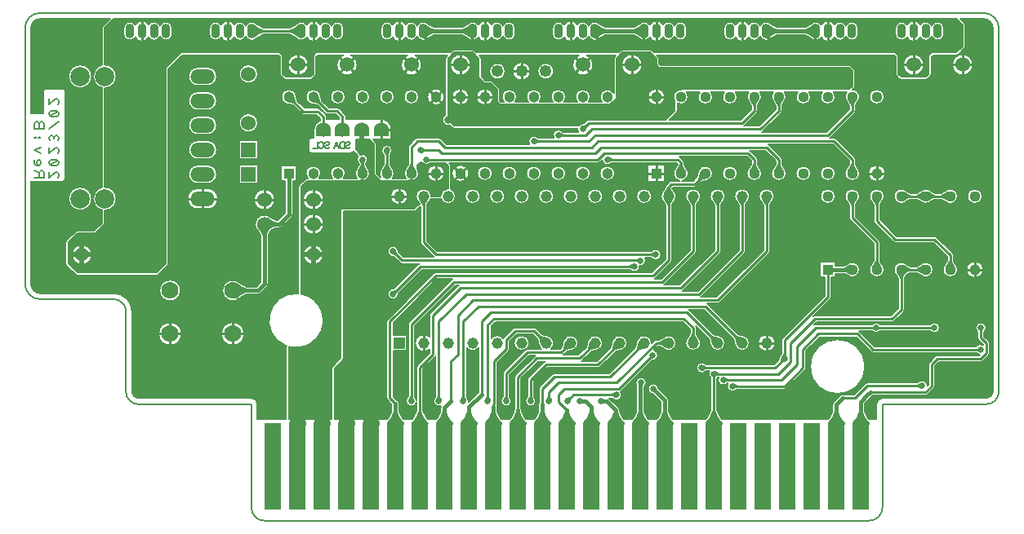
<source format=gbr>
G04 DesignSpark PCB PRO Gerber Version 10.0 Build 5299*
G04 #@! TF.Part,Single*
G04 #@! TF.FileFunction,Copper,L2,Bot*
G04 #@! TF.FilePolarity,Positive*
%FSLAX35Y35*%
%MOIN*%
G04 #@! TA.AperFunction,SMDPad,CuDef*
%AMT97*0 Bullet Pad at angle 0*21,1,0.06000,0.03000,0,0,0*%
%ADD97T97*%
G04 #@! TA.AperFunction,ComponentPad*
%ADD99O,0.03543X0.05984*%
G04 #@! TA.AperFunction,SMDPad,CuDef*
%ADD81R,0.06693X0.35433*%
G04 #@! TA.AperFunction,ComponentPad*
%ADD92R,0.04449X0.04449*%
%ADD89R,0.04461X0.04461*%
%ADD83R,0.04559X0.04559*%
%ADD131R,0.06000X0.06000*%
G04 #@! TD.AperFunction*
%ADD19C,0.00500*%
G04 #@! TA.AperFunction,ComponentPad*
%ADD95O,0.09937X0.06000*%
G04 #@! TD.AperFunction*
%ADD74C,0.01000*%
%ADD76C,0.01500*%
%ADD121C,0.02000*%
G04 #@! TA.AperFunction,ViaPad*
%ADD80C,0.02677*%
%ADD77C,0.03200*%
G04 #@! TA.AperFunction,ComponentPad*
%ADD93C,0.04449*%
%ADD90C,0.04461*%
%ADD84C,0.04559*%
G04 #@! TA.AperFunction,ViaPad*
%ADD78C,0.04800*%
G04 #@! TA.AperFunction,ComponentPad*
%ADD91C,0.04925*%
G04 #@! TD.AperFunction*
%ADD75C,0.05000*%
G04 #@! TA.AperFunction,ComponentPad*
%ADD100C,0.05610*%
G04 #@! TA.AperFunction,SMDPad,CuDef*
%ADD86C,0.06000*%
G04 #@! TA.AperFunction,ComponentPad*
%ADD94C,0.07000*%
%ADD96C,0.07874*%
G04 #@! TD.AperFunction*
X0Y0D02*
D02*
D19*
X36273Y148365D02*
Y106508D01*
G75*
G03*
X40054Y102726I3781J0D01*
G01*
X70041D01*
G75*
G02*
X77509Y95258I0J-7469D01*
G01*
Y62344D01*
G75*
G03*
X80041Y59813I2531J0D01*
G01*
X126220D01*
G75*
G02*
X128689Y57344I0J-2469D01*
G01*
Y51094D01*
X140397D01*
Y80804D01*
G75*
G02*
X140452Y81149I1103J0D01*
G01*
G75*
G02*
X145397Y102620I4000J10384D01*
G01*
Y118010D01*
G75*
G02*
Y118904I1797J447D01*
G01*
Y146092D01*
G75*
G02*
Y146094I367J1D01*
G01*
Y146094D01*
G75*
G02*
X145720Y146874I1103J0D01*
G01*
X148220Y149374D01*
G75*
G02*
X149002Y149697I780J-780D01*
G01*
X149172D01*
G75*
G02*
X148417Y151719I2328J2021D01*
G01*
G75*
G02*
X154583I3083J0D01*
G01*
G75*
G02*
X153828Y149697I-3083J0D01*
G01*
X159172D01*
G75*
G02*
X158417Y151719I2328J2021D01*
G01*
G75*
G02*
X164583I3083J0D01*
G01*
G75*
G02*
X163828Y149697I-3083J0D01*
G01*
X169172D01*
G75*
G02*
X169484Y154050I2328J2021D01*
G01*
G75*
G03*
X170148Y155369I-3576J2626D01*
G01*
Y155459D01*
G75*
G03*
X169997Y155750I-1359J-520D01*
G01*
G75*
G02*
X169624Y156213I1504J1594D01*
G01*
G75*
G02*
X169581Y156287I1156J713D01*
G01*
G75*
G02*
X169733Y158639I1919J1058D01*
G01*
G75*
G02*
X169488Y159246I854J697D01*
G01*
X168025Y160709D01*
G75*
G02*
X167997Y160739I779J776D01*
G01*
G75*
G02*
X166843Y159969I-1154J480D01*
G01*
X150752D01*
G75*
G02*
X149502Y161219I0J1250D01*
G01*
Y164868D01*
G75*
G02*
X150752Y166118I1250J0D01*
G01*
X151722D01*
Y169707D01*
G75*
G02*
X154222Y173314I3852J0D01*
G01*
Y174261D01*
X152768Y175717D01*
X147405D01*
G75*
G02*
X146446Y176113I-2J1353D01*
G01*
X143126Y179432D01*
G75*
G03*
X141723Y179896I-2074J-3924D01*
G01*
G75*
G02*
X138417Y182970I-223J3075D01*
G01*
G75*
G02*
X144583I3083J0D01*
G01*
Y182968D01*
G75*
G02*
X144575Y182748I-3080J0D01*
G01*
G75*
G03*
X145037Y181346I4385J670D01*
G01*
X147963Y178421D01*
X153328D01*
G75*
G02*
X154286Y178024I0J-1352D01*
G01*
X156530Y175778D01*
G75*
G02*
X156927Y174821I-956J-957D01*
G01*
Y173947D01*
X162077D01*
Y174520D01*
X160743Y175854D01*
X157264D01*
G75*
G02*
X156306Y176252I0J1352D01*
G01*
X153125Y179433D01*
G75*
G03*
X151723Y179896I-2072J-3925D01*
G01*
G75*
G02*
X148417Y182970I-223J3075D01*
G01*
G75*
G02*
X154583I3083J0D01*
G01*
Y182968D01*
G75*
G02*
X154575Y182748I-3080J0D01*
G01*
G75*
G03*
X155038Y181345I4385J670D01*
G01*
X157824Y178559D01*
X161303D01*
G75*
G02*
X162261Y178162I0J-1352D01*
G01*
X164384Y176038D01*
G75*
G02*
X164781Y175081I-955J-957D01*
G01*
Y173947D01*
X178449D01*
Y173894D01*
G75*
G02*
X183427Y169707I728J-4187D01*
G01*
Y165457D01*
X175863D01*
X177083Y164237D01*
G75*
G02*
X177406Y163457I-780J-780D01*
G01*
Y163456D01*
G75*
G02*
Y163454I-364J-1D01*
G01*
Y151551D01*
X178909Y150048D01*
G75*
G02*
X179484Y154050I2591J1670D01*
G01*
G75*
G03*
X180148Y155369I-3576J2626D01*
G01*
Y159209D01*
G75*
G03*
X179997Y159500I-1359J-520D01*
G01*
G75*
G02*
X179624Y159963I1504J1594D01*
G01*
G75*
G02*
X179581Y160037I1156J713D01*
G01*
G75*
G02*
X179309Y161094I1919J1058D01*
G01*
G75*
G02*
X183691I2191J0D01*
G01*
G75*
G02*
X183001Y159499I-2191J0D01*
G01*
G75*
G03*
X182852Y159211I1210J-807D01*
G01*
Y155370D01*
G75*
G03*
X183517Y154049I4240J1306D01*
G01*
G75*
G02*
X184155Y153285I-2017J-2331D01*
G01*
G75*
G02*
X184185Y153233I-1160J-702D01*
G01*
G75*
G02*
X183828Y149697I-2685J-1515D01*
G01*
X189172D01*
G75*
G02*
X189484Y154050I2328J2021D01*
G01*
G75*
G03*
X190148Y155369I-3576J2626D01*
G01*
Y162344D01*
G75*
G02*
X190545Y163302I1352J0D01*
G01*
X193043Y165800D01*
G75*
G02*
X194000Y166197I957J-955D01*
G01*
X202750D01*
G75*
G02*
X203707Y165800I0J-1352D01*
G01*
X205810Y163697D01*
X239634D01*
G75*
G02*
X243096Y166346I1866J1148D01*
G01*
G75*
G03*
X243384Y166197I807J1210D01*
G01*
X249634D01*
G75*
G02*
X253096Y168846I1866J1148D01*
G01*
G75*
G03*
X253384Y168697I807J1210D01*
G01*
X259634D01*
G75*
G02*
X259309Y169844I1866J1148D01*
G01*
G75*
G02*
X259314Y169992I2191J-2D01*
G01*
X209002D01*
G75*
G02*
X208220Y170315I-2J1103D01*
G01*
X207269Y171266D01*
G75*
G02*
X205397Y175785I-769J2329D01*
G01*
Y198592D01*
G75*
G02*
Y198594I367J1D01*
G01*
Y198594D01*
G75*
G02*
X205720Y199374I1103J0D01*
G01*
X206338Y199992D01*
X193195D01*
G75*
G02*
X195750Y196094I-1695J-3897D01*
G01*
G75*
G02*
X187250I-4250J0D01*
G01*
G75*
G02*
X189805Y199992I4250J0D01*
G01*
X166945D01*
G75*
G02*
X169500Y196094I-1695J-3897D01*
G01*
G75*
G02*
X161000I-4250J0D01*
G01*
G75*
G02*
X163555Y199992I4250J0D01*
G01*
X153207D01*
X152603Y199388D01*
Y192347D01*
G75*
G02*
Y192345I-367J-1D01*
G01*
Y192344D01*
G75*
G02*
X152280Y191565I-1103J0D01*
G01*
X151030Y190315D01*
G75*
G02*
X150248Y189992I-780J780D01*
G01*
X140252D01*
G75*
G02*
X139470Y190315I-2J1103D01*
G01*
X138220Y191565D01*
G75*
G02*
X137897Y192344I780J780D01*
G01*
Y192345D01*
G75*
G02*
Y192347I364J1D01*
G01*
Y199388D01*
X137293Y199992D01*
X98010D01*
X93333Y195315D01*
X92406Y194388D01*
Y114847D01*
G75*
G02*
Y114845I-367J-1D01*
G01*
Y114844D01*
G75*
G02*
X92083Y114065I-1103J0D01*
G01*
X88333Y110315D01*
G75*
G02*
X87551Y109992I-780J780D01*
G01*
X55252D01*
G75*
G02*
X54470Y110315I-2J1103D01*
G01*
X50720Y114065D01*
G75*
G02*
X50397Y114844I780J780D01*
G01*
Y114845D01*
G75*
G02*
Y114847I364J1D01*
G01*
Y123454D01*
G75*
G02*
Y123456I367J1D01*
G01*
Y123457D01*
G75*
G02*
X50720Y124237I1103J0D01*
G01*
X54470Y127987D01*
G75*
G02*
X55252Y128309I780J-780D01*
G01*
X62096D01*
X65200Y131413D01*
Y136551D01*
G75*
G02*
X65209Y136688I1103J-1D01*
G01*
G75*
G02*
Y145993I1135J4653D01*
G01*
G75*
G02*
X65200Y146130I1094J138D01*
G01*
Y186551D01*
G75*
G02*
X65209Y186688I1103J-1D01*
G01*
G75*
G02*
Y195993I1135J4653D01*
G01*
G75*
G02*
X65200Y196130I1094J138D01*
G01*
Y211092D01*
G75*
G02*
Y211094I367J1D01*
G01*
Y211094D01*
G75*
G02*
X65523Y211874I1103J0D01*
G01*
X68525Y214876D01*
X40054D01*
G75*
G03*
X36273Y211094I0J-3781D01*
G01*
Y176324D01*
G75*
G02*
X36500Y176344I228J-1229D01*
G01*
X41250D01*
Y185094D01*
G75*
G02*
X42500Y186344I1250J0D01*
G01*
X49000D01*
G75*
G02*
X50250Y185094I0J-1250D01*
G01*
Y149594D01*
G75*
G02*
X49000Y148344I-1250J0D01*
G01*
X36500D01*
G75*
G02*
X36273Y148365I0J1250D01*
G01*
X198020Y182970D02*
G75*
G02*
X204980I3480J0D01*
G01*
G75*
G02*
X198020I-3480J0D01*
G01*
X188417D02*
G75*
G02*
X194583I3083J0D01*
G01*
G75*
G02*
X188417I-3083J0D01*
G01*
X178417D02*
G75*
G02*
X184583I3083J0D01*
G01*
G75*
G02*
X178417I-3083J0D01*
G01*
X168417D02*
G75*
G02*
X174583I3083J0D01*
G01*
G75*
G02*
X168417I-3083J0D01*
G01*
X158417D02*
G75*
G02*
X164583I3083J0D01*
G01*
G75*
G02*
X158417I-3083J0D01*
G01*
X138417Y154801D02*
X144583D01*
Y148636D01*
X143102D01*
Y134844D01*
G75*
G02*
X142631Y133709I-1602J0D01*
G01*
X138747Y129826D01*
G75*
G02*
X137612Y129354I-1135J1131D01*
G01*
X136223D01*
G75*
G03*
X134427Y128452I1724J-5669D01*
G01*
G75*
G02*
X134006Y128031I-2927J2507D01*
G01*
G75*
G03*
X133102Y126232I4766J-3521D01*
G01*
Y106511D01*
G75*
G02*
Y106509I-621J-1D01*
G01*
G75*
G02*
Y106508I-627J0D01*
G01*
G75*
G02*
X132633Y105375I-1602J0D01*
G01*
X129936Y102678D01*
G75*
G02*
X128800Y102209I-1133J1133D01*
G01*
X124329D01*
G75*
G03*
X121936Y101008I2158J-7288D01*
G01*
G75*
G02*
X114254Y103811I-3330J2803D01*
G01*
G75*
G02*
X121936Y106614I4352J0D01*
G01*
G75*
G03*
X124329Y105413I4551J6087D01*
G01*
X128139D01*
X129898Y107172D01*
Y126232D01*
G75*
G03*
X128994Y128031I-5669J-1723D01*
G01*
G75*
G02*
X127648Y130956I2506J2926D01*
G01*
Y130957D01*
G75*
G02*
X134427Y133462I3852J0D01*
G01*
G75*
G03*
X136223Y132559I3520J4766D01*
G01*
X136948D01*
X139898Y135508D01*
Y148636D01*
X138417D01*
Y154801D01*
X108313Y145591D02*
G75*
G02*
Y137091I0J-4250D01*
G01*
X104376D01*
G75*
G02*
Y145591I0J4250D01*
G01*
X108313D01*
Y155193D02*
G75*
G02*
Y147488I0J-3852D01*
G01*
X104376D01*
G75*
G02*
Y155193I0J3852D01*
G01*
X108313D01*
Y165193D02*
G75*
G02*
Y157488I0J-3852D01*
G01*
X104376D01*
G75*
G02*
Y165193I0J3852D01*
G01*
X108313D01*
Y175193D02*
G75*
G02*
Y167488I0J-3852D01*
G01*
X104376D01*
G75*
G02*
Y175193I0J3852D01*
G01*
X108313D01*
Y185193D02*
G75*
G02*
Y177488I0J-3852D01*
G01*
X104376D01*
G75*
G02*
Y185193I0J3852D01*
G01*
X108313D01*
Y195193D02*
G75*
G02*
Y187488I0J-3852D01*
G01*
X104376D01*
G75*
G02*
Y195193I0J3852D01*
G01*
X108313D01*
X113856Y86094D02*
G75*
G02*
X123356I4750J0D01*
G01*
G75*
G02*
X113856I-4750J0D01*
G01*
X121201Y155193D02*
X128906D01*
Y147488D01*
X121201D01*
Y155193D01*
X127250Y140957D02*
G75*
G02*
X135750I4250J0D01*
G01*
G75*
G02*
X127250I-4250J0D01*
G01*
X121201Y165193D02*
X128906D01*
Y157488D01*
X121201D01*
Y165193D01*
Y172344D02*
G75*
G02*
X128906I3852J0D01*
G01*
G75*
G02*
X121201I-3852J0D01*
G01*
Y192344D02*
G75*
G02*
X128906I3852J0D01*
G01*
G75*
G02*
X121201I-3852J0D01*
G01*
X88663Y103811D02*
G75*
G02*
X97368I4352J0D01*
G01*
G75*
G02*
X88663I-4352J0D01*
G01*
X88266Y86094D02*
G75*
G02*
X97766I4750J0D01*
G01*
G75*
G02*
X88266I-4750J0D01*
G01*
X51555Y141341D02*
G75*
G02*
X61134I4789J0D01*
G01*
G75*
G02*
X51555I-4789J0D01*
G01*
Y191341D02*
G75*
G02*
X61134I4789J0D01*
G01*
G75*
G02*
X51555I-4789J0D01*
G01*
X77509Y62344D02*
G36*
X77509Y62344D02*
Y62344D01*
G75*
G03*
X80041Y59813I2531J0D01*
G01*
X126220D01*
G75*
G02*
X128689Y57345I0J-2468D01*
G01*
G75*
G02*
Y57344I-3470J0D01*
G01*
Y51344D01*
X140397D01*
Y80804D01*
G75*
G02*
Y80806I1236J1D01*
G01*
G75*
G02*
X140452Y81149I1097J0D01*
G01*
G75*
G02*
X134744Y86094I4000J10384D01*
G01*
X123356D01*
G75*
G02*
X113856I-4750J0D01*
G01*
X97766D01*
G75*
G02*
X88266I-4750J0D01*
G01*
X77509D01*
Y62344D01*
G37*
X37403Y103811D02*
G36*
X37403Y103811D02*
G75*
G03*
X40054Y102726I2651J2697D01*
G01*
X70041D01*
G75*
G02*
X77509Y95258I0J-7468D01*
G01*
Y95258D01*
Y86094D01*
X88266D01*
G75*
G02*
X97766I4750J0D01*
G01*
X113856D01*
G75*
G02*
X123356I4750J0D01*
G01*
X134744D01*
G75*
G02*
X133324Y91533I9708J5439D01*
G01*
G75*
G02*
X145397Y102620I11128J0D01*
G01*
Y103811D01*
X131069D01*
X129936Y102678D01*
G75*
G02*
X128800Y102209I-1133J1132D01*
G01*
X124329D01*
G75*
G03*
X121936Y101008I2162J-7295D01*
G01*
G75*
G02*
X114254Y103811I-3330J2803D01*
G01*
X97368D01*
G75*
G02*
X88663I-4352J0D01*
G01*
X37403D01*
G37*
X36523Y127130D02*
G36*
X36523Y127130D02*
Y105156D01*
G75*
G03*
X37403Y103811I3531J1352D01*
G01*
X88663D01*
G75*
G02*
X97368I4352J0D01*
G01*
X114254D01*
G75*
G02*
X121936Y106614I4352J0D01*
G01*
G75*
G03*
X124329Y105413I4555J6094D01*
G01*
X128139D01*
X129898Y107172D01*
Y126232D01*
G75*
G03*
X129543Y127130I-5680J-1728D01*
G01*
X92406D01*
Y114847D01*
Y114845D01*
Y114844D01*
G75*
G02*
X92083Y114065I-1103J0D01*
G01*
X88333Y110315D01*
G75*
G02*
X87551Y109992I-780J781D01*
G01*
X55252D01*
G75*
G02*
X54470Y110315I-2J1104D01*
G01*
X50720Y114065D01*
G75*
G02*
X50397Y114844I780J780D01*
G01*
Y114845D01*
Y114847D01*
Y123454D01*
Y123456D01*
Y123457D01*
G75*
G02*
X50720Y124237I1103J0D01*
G01*
X53613Y127130D01*
X36523D01*
G37*
X132633Y105375D02*
G36*
X132633Y105375D02*
X131069Y103811D01*
X145397D01*
Y118010D01*
G75*
G02*
X145343Y118457I1797J447D01*
G01*
G75*
G02*
X145397Y118904I1852J0D01*
G01*
Y127130D01*
X133457D01*
G75*
G03*
X133102Y126232I5322J-2624D01*
G01*
Y106511D01*
Y106509D01*
Y106508D01*
G75*
G02*
X132633Y105375I-1603J0D01*
G01*
G37*
X36523Y141341D02*
G36*
X36523Y141341D02*
Y127130D01*
X53613D01*
X54470Y127987D01*
G75*
G02*
X55252Y128309I780J-781D01*
G01*
X62096D01*
X65200Y131413D01*
Y136551D01*
G75*
G02*
X65209Y136688I1186J-7D01*
G01*
G75*
G02*
X61555Y141341I1135J4653D01*
G01*
X61134D01*
G75*
G02*
X51555I-4789J0D01*
G01*
X36523D01*
G37*
X92406D02*
G36*
X92406Y141341D02*
Y127130D01*
X129543D01*
G75*
G03*
X128994Y128031I-5325J-2627D01*
G01*
G75*
G02*
X127648Y130956I2507J2926D01*
G01*
Y130957D01*
G75*
G02*
X134427Y133462I3852J0D01*
G01*
G75*
G03*
X136223Y132559I3528J4781D01*
G01*
X136948D01*
X139898Y135508D01*
Y141341D01*
X135733D01*
G75*
G02*
X135750Y140957I-4233J-383D01*
G01*
G75*
G02*
X127250I-4250J0D01*
G01*
G75*
G02*
X127267Y141341I4251J0D01*
G01*
X112563D01*
G75*
G02*
X108313Y137091I-4250J0D01*
G01*
X104376D01*
G75*
G02*
X100126Y141341I0J4250D01*
G01*
X92406D01*
G37*
X134006Y128031D02*
G36*
X134006Y128031D02*
G75*
G03*
X133457Y127130I4773J-3524D01*
G01*
X145397D01*
Y141341D01*
X143102D01*
Y134844D01*
Y134844D01*
G75*
G02*
X142631Y133709I-1602J0D01*
G01*
X138747Y129826D01*
G75*
G02*
X137612Y129354I-1135J1130D01*
G01*
X136223D01*
G75*
G03*
X134427Y128452I1720J-5663D01*
G01*
G75*
G02*
X134006Y128031I-2879J2459D01*
G01*
G37*
X36523Y148344D02*
G36*
X36523Y148344D02*
Y141341D01*
X51555D01*
G75*
G02*
X61134I4789J0D01*
G01*
X61555D01*
G75*
G02*
X65209Y145993I4789J0D01*
G01*
G75*
G02*
X65200Y146130I1177J143D01*
G01*
Y151341D01*
X50250D01*
Y149594D01*
G75*
G02*
X49000Y148344I-1250J0D01*
G01*
X36523D01*
G37*
X92406Y151341D02*
G36*
X92406Y151341D02*
Y141341D01*
X100126D01*
G75*
G02*
X104376Y145591I4250J0D01*
G01*
X108313D01*
G75*
G02*
X112563Y141341I0J-4250D01*
G01*
X127267D01*
G75*
G02*
X135733I4233J-384D01*
G01*
X139898D01*
Y148636D01*
X138417D01*
Y151341D01*
X128906D01*
Y147488D01*
X121201D01*
Y151341D01*
X112165D01*
G75*
G02*
X108313Y147488I-3852J0D01*
G01*
X104376D01*
G75*
G02*
X100524Y151341I0J3852D01*
G01*
X92406D01*
G37*
X143102Y148636D02*
G36*
X143102Y148636D02*
Y141341D01*
X145397D01*
Y146092D01*
Y146094D01*
Y146094D01*
G75*
G02*
X145720Y146874I1103J0D01*
G01*
X148220Y149374D01*
G75*
G02*
X149002Y149697I780J-781D01*
G01*
X149172D01*
G75*
G02*
X148441Y151341I2328J2021D01*
G01*
X144583D01*
Y148636D01*
X143102D01*
G37*
X154559Y151341D02*
G36*
X154559Y151341D02*
G75*
G02*
X153828Y149697I-3059J378D01*
G01*
X159172D01*
G75*
G02*
X158441Y151341I2328J2021D01*
G01*
X154559D01*
G37*
X164559D02*
G36*
X164559Y151341D02*
G75*
G02*
X163828Y149697I-3059J378D01*
G01*
X169172D01*
G75*
G02*
X168441Y151341I2328J2021D01*
G01*
X164559D01*
G37*
X178441D02*
G36*
X178441Y151341D02*
X177617D01*
X178909Y150048D01*
G75*
G02*
X178441Y151341I2592J1670D01*
G01*
G37*
X184559D02*
G36*
X184559Y151341D02*
G75*
G02*
X183828Y149697I-3060J378D01*
G01*
X189172D01*
G75*
G02*
X188441Y151341I2328J2021D01*
G01*
X184559D01*
G37*
X50250Y161341D02*
G36*
X50250Y161341D02*
Y151341D01*
X65200D01*
Y161341D01*
X50250D01*
G37*
X92406D02*
G36*
X92406Y161341D02*
Y151341D01*
X100524D01*
G75*
G02*
X104376Y155193I3852J0D01*
G01*
X108313D01*
G75*
G02*
X112165Y151341I0J-3852D01*
G01*
X121201D01*
Y155193D01*
X128906D01*
Y151341D01*
X138417D01*
Y154801D01*
X144583D01*
Y151341D01*
X148441D01*
G75*
G02*
X148417Y151719I3060J378D01*
G01*
G75*
G02*
X154583I3083J0D01*
G01*
G75*
G02*
X154559Y151341I-3083J0D01*
G01*
X158441D01*
G75*
G02*
X158417Y151719I3060J378D01*
G01*
G75*
G02*
X164583I3083J0D01*
G01*
G75*
G02*
X164559Y151341I-3083J0D01*
G01*
X168441D01*
G75*
G02*
X168417Y151719I3060J378D01*
G01*
G75*
G02*
X169484Y154050I3083J0D01*
G01*
G75*
G03*
X170148Y155369I-3580J2628D01*
G01*
Y155459D01*
G75*
G03*
X169997Y155750I-1386J-533D01*
G01*
G75*
G02*
X169624Y156213I1512J1601D01*
G01*
G75*
G02*
X169581Y156287I1070J665D01*
G01*
G75*
G02*
X169309Y157344I1920J1057D01*
G01*
G75*
G02*
X169733Y158639I2192J0D01*
G01*
G75*
G02*
X169488Y159246I856J698D01*
G01*
X168025Y160709D01*
G75*
G02*
X167997Y160739I1094J1079D01*
G01*
G75*
G02*
X166843Y159969I-1155J481D01*
G01*
X150752D01*
G75*
G02*
X149502Y161219I0J1250D01*
G01*
Y161341D01*
X128906D01*
Y157488D01*
X121201D01*
Y161341D01*
X112165D01*
G75*
G02*
X108313Y157488I-3852J0D01*
G01*
X104376D01*
G75*
G02*
X100524Y161341I0J3852D01*
G01*
X92406D01*
G37*
X177406D02*
G36*
X177406Y161341D02*
Y151551D01*
X177617Y151341D01*
X178441D01*
G75*
G02*
X178417Y151718I3059J378D01*
G01*
G75*
G02*
X179484Y154050I3083J0D01*
G01*
G75*
G03*
X180148Y155369I-3580J2628D01*
G01*
Y159209D01*
G75*
G03*
X179997Y159500I-1386J-533D01*
G01*
G75*
G02*
X179624Y159963I1512J1601D01*
G01*
G75*
G02*
X179581Y160037I1070J665D01*
G01*
G75*
G02*
X179309Y161094I1921J1059D01*
G01*
G75*
G02*
X179323Y161341I2191J1D01*
G01*
X177406D01*
G37*
X182852Y159211D02*
G36*
X182852Y159211D02*
Y155370D01*
G75*
G03*
X183517Y154049I4247J1309D01*
G01*
G75*
G02*
X184155Y153285I-2018J-2332D01*
G01*
G75*
G02*
X184185Y153233I-1127J-683D01*
G01*
G75*
G02*
X184583Y151719I-2685J-1515D01*
G01*
G75*
G02*
X184559Y151341I-3084J0D01*
G01*
X188441D01*
G75*
G02*
X188417Y151719I3060J378D01*
G01*
G75*
G02*
X189484Y154050I3083J0D01*
G01*
G75*
G03*
X190148Y155369I-3580J2628D01*
G01*
Y161341D01*
X183677D01*
G75*
G02*
X183691Y161094I-2177J-245D01*
G01*
G75*
G02*
X183001Y159499I-2191J0D01*
G01*
G75*
G03*
X182852Y159211I1222J-814D01*
G01*
G37*
X50250Y171341D02*
G36*
X50250Y171341D02*
Y161341D01*
X65200D01*
Y171341D01*
X50250D01*
G37*
X92406D02*
G36*
X92406Y171341D02*
Y161341D01*
X100524D01*
G75*
G02*
X104376Y165193I3852J0D01*
G01*
X108313D01*
G75*
G02*
X112165Y161341I0J-3852D01*
G01*
X121201D01*
Y165193D01*
X128906D01*
Y161341D01*
X149502D01*
Y164868D01*
G75*
G02*
X150752Y166118I1250J0D01*
G01*
X151722D01*
Y169707D01*
G75*
G02*
X152086Y171341I3853J0D01*
G01*
X128772D01*
G75*
G02*
X121334I-3719J1004D01*
G01*
X112165D01*
G75*
G02*
X108313Y167488I-3852J0D01*
G01*
X104376D01*
G75*
G02*
X100524Y171341I0J3852D01*
G01*
X92406D01*
G37*
X175863Y165457D02*
G36*
X175863Y165457D02*
X177083Y164237D01*
G75*
G02*
X177406Y163457I-780J-780D01*
G01*
Y163456D01*
Y163454D01*
Y161341D01*
X179323D01*
G75*
G02*
X183677I2177J-246D01*
G01*
X190148D01*
Y162344D01*
G75*
G02*
Y162345I1253J0D01*
G01*
G75*
G02*
X190545Y163302I1350J0D01*
G01*
X193043Y165800D01*
G75*
G02*
X194000Y166197I957J-953D01*
G01*
X202750D01*
G75*
G02*
X203707Y165800I1J-1350D01*
G01*
X205810Y163697D01*
X239634D01*
G75*
G02*
X239309Y164844I1866J1148D01*
G01*
G75*
G02*
X243096Y166346I2191J0D01*
G01*
G75*
G03*
X243384Y166197I814J1222D01*
G01*
X249634D01*
G75*
G02*
X249309Y167344I1866J1148D01*
G01*
G75*
G02*
X253096Y168846I2191J0D01*
G01*
G75*
G03*
X253384Y168697I814J1222D01*
G01*
X259384D01*
Y169277D01*
G75*
G02*
X259309Y169844I2112J567D01*
G01*
G75*
G02*
Y169850I1942J4D01*
G01*
G75*
G02*
X259314Y169992I1972J0D01*
G01*
X209002D01*
G75*
G02*
X208220Y170315I-2J1104D01*
G01*
X207269Y171266D01*
G75*
G02*
X205533Y171341I-769J2329D01*
G01*
X183100D01*
G75*
G02*
X183427Y169707I-3924J-1634D01*
G01*
Y165457D01*
X175863D01*
G37*
X36523Y182970D02*
G36*
X36523Y182970D02*
Y176344D01*
X41250D01*
Y182970D01*
X36523D01*
G37*
X50250D02*
G36*
X50250Y182970D02*
Y171341D01*
X65200D01*
Y182970D01*
X50250D01*
G37*
X92406D02*
G36*
X92406Y182970D02*
Y171341D01*
X100524D01*
G75*
G02*
X104376Y175193I3852J0D01*
G01*
X108313D01*
G75*
G02*
X112165Y171341I0J-3852D01*
G01*
X121334D01*
G75*
G02*
X121201Y172344I3719J1004D01*
G01*
G75*
G02*
X128906I3852J0D01*
G01*
G75*
G02*
X128772Y171341I-3852J0D01*
G01*
X152086D01*
G75*
G02*
X154222Y173314I3489J-1634D01*
G01*
Y174261D01*
X152768Y175717D01*
X147405D01*
G75*
G02*
X146446Y176113I-3J1351D01*
G01*
X143126Y179432D01*
G75*
G03*
X141723Y179896I-2074J-3923D01*
G01*
G75*
G02*
X138417Y182970I-222J3075D01*
G01*
X111804D01*
G75*
G02*
X112165Y181341I-3491J-1630D01*
G01*
G75*
G02*
X108313Y177488I-3852J0D01*
G01*
X104376D01*
G75*
G02*
X100524Y181341I0J3852D01*
G01*
G75*
G02*
X100885Y182970I3852J0D01*
G01*
X92406D01*
G37*
X144583D02*
G36*
X144583Y182970D02*
Y182968D01*
Y182967D01*
G75*
G02*
X144575Y182748I-3070J0D01*
G01*
G75*
G03*
X145037Y181346I4377J667D01*
G01*
X147963Y178421D01*
X153328D01*
G75*
G02*
X154286Y178024I-1J-1353D01*
G01*
X156530Y175778D01*
G75*
G02*
X156927Y174821I-956J-957D01*
G01*
Y173947D01*
X162077D01*
Y174520D01*
X160743Y175854D01*
X157264D01*
G75*
G02*
X156306Y176252I-1J1350D01*
G01*
X153125Y179433D01*
G75*
G03*
X151723Y179896I-2070J-3919D01*
G01*
G75*
G02*
X148417Y182970I-222J3075D01*
G01*
X144583D01*
G37*
X154583D02*
G36*
X154583Y182970D02*
Y182968D01*
Y182967D01*
G75*
G02*
X154575Y182748I-3070J0D01*
G01*
G75*
G03*
X155038Y181345I4393J672D01*
G01*
X157824Y178559D01*
X161303D01*
G75*
G02*
X162261Y178162I1J-1350D01*
G01*
X164384Y176038D01*
G75*
G02*
X164781Y175081I-953J-957D01*
G01*
Y173947D01*
X178449D01*
Y173894D01*
G75*
G02*
X183100Y171341I728J-4187D01*
G01*
X205533D01*
G75*
G02*
X204048Y173594I967J2254D01*
G01*
G75*
G02*
X205397Y175785I2452J0D01*
G01*
Y182970D01*
X204980D01*
G75*
G02*
X198020I-3480J0D01*
G01*
X194583D01*
G75*
G02*
X188417I-3083J0D01*
G01*
X184583D01*
G75*
G02*
X178417I-3083J0D01*
G01*
X174583D01*
G75*
G02*
X168417I-3083J0D01*
G01*
X164583D01*
G75*
G02*
X158417I-3083J0D01*
G01*
X154583D01*
G37*
X36523Y191341D02*
G36*
X36523Y191341D02*
Y182970D01*
X41250D01*
Y185094D01*
G75*
G02*
X42500Y186344I1250J0D01*
G01*
X49000D01*
G75*
G02*
X50250Y185094I0J-1250D01*
G01*
Y182970D01*
X65200D01*
Y186551D01*
G75*
G02*
X65209Y186688I1186J-7D01*
G01*
G75*
G02*
X61555Y191341I1135J4653D01*
G01*
X61134D01*
G75*
G02*
X51555I-4789J0D01*
G01*
X36523D01*
G37*
X92406D02*
G36*
X92406Y191341D02*
Y182970D01*
X100885D01*
G75*
G02*
X104376Y185193I3491J-1630D01*
G01*
X108313D01*
G75*
G02*
X111804Y182970I0J-3852D01*
G01*
X138417D01*
G75*
G02*
X144583I3083J0D01*
G01*
X148417D01*
G75*
G02*
X154583I3083J0D01*
G01*
X158417D01*
G75*
G02*
X164583I3083J0D01*
G01*
X168417D01*
G75*
G02*
X174583I3083J0D01*
G01*
X178417D01*
G75*
G02*
X184583I3083J0D01*
G01*
X188417D01*
G75*
G02*
X194583I3083J0D01*
G01*
X198020D01*
G75*
G02*
X204980I3480J0D01*
G01*
X205397D01*
Y191341D01*
X152056D01*
X151030Y190315D01*
G75*
G02*
X150248Y189992I-780J781D01*
G01*
X140252D01*
G75*
G02*
X139470Y190315I-2J1104D01*
G01*
X138444Y191341D01*
X128772D01*
G75*
G02*
X121334I-3719J1004D01*
G01*
X112165D01*
G75*
G02*
X108313Y187488I-3852J0D01*
G01*
X104376D01*
G75*
G02*
X100524Y191341I0J3852D01*
G01*
X92406D01*
G37*
X36523Y212447D02*
G36*
X36523Y212447D02*
Y191341D01*
X51555D01*
G75*
G02*
X61134I4789J0D01*
G01*
X61555D01*
G75*
G02*
X65209Y195993I4789J0D01*
G01*
G75*
G02*
X65200Y196130I1177J143D01*
G01*
Y211092D01*
Y211094D01*
Y211094D01*
G75*
G02*
X65523Y211874I1103J0D01*
G01*
X68275Y214626D01*
X38702D01*
G75*
G03*
X36523Y212447I1352J-3531D01*
G01*
G37*
X92406Y194388D02*
G36*
X92406Y194388D02*
Y191341D01*
X100524D01*
G75*
G02*
X104376Y195193I3852J0D01*
G01*
X108313D01*
G75*
G02*
X112165Y191341I0J-3852D01*
G01*
X121334D01*
G75*
G02*
X121201Y192344I3719J1004D01*
G01*
G75*
G02*
X128906I3852J0D01*
G01*
G75*
G02*
X128772Y191341I-3852J0D01*
G01*
X138444D01*
X138220Y191565D01*
G75*
G02*
X137897Y192344I780J780D01*
G01*
Y192345D01*
Y192347D01*
Y199388D01*
X137293Y199992D01*
X98010D01*
X93333Y195315D01*
X92406Y194388D01*
G37*
X152280Y191565D02*
G36*
X152280Y191565D02*
X152056Y191341D01*
X205397D01*
Y198592D01*
Y198594D01*
Y198594D01*
G75*
G02*
X205720Y199374I1103J0D01*
G01*
X206338Y199992D01*
X193195D01*
G75*
G02*
X195750Y196094I-1696J-3898D01*
G01*
G75*
G02*
X187250I-4250J0D01*
G01*
G75*
G02*
X189805Y199992I4250J0D01*
G01*
X166945D01*
G75*
G02*
X169500Y196094I-1696J-3898D01*
G01*
G75*
G02*
X161000I-4250J0D01*
G01*
G75*
G02*
X163555Y199992I4250J0D01*
G01*
X153207D01*
X152603Y199388D01*
Y192347D01*
Y192345D01*
Y192344D01*
G75*
G02*
X152280Y191565I-1103J0D01*
G01*
G37*
X43687Y152344D02*
Y149844D01*
X45875Y152032D01*
X46500Y152344D01*
X47125Y152032D01*
X47437Y151407D01*
Y150470D01*
X47125Y149844D01*
X44000Y155157D02*
X43687Y155782D01*
Y156407D01*
X44000Y157032D01*
X44625Y157344D01*
X46500D01*
X47125Y157032D01*
X47437Y156407D01*
Y155782D01*
X47125Y155157D01*
X46500Y154844D01*
X44625D01*
X44000Y155157D01*
X47125Y157032D01*
X43687Y162344D02*
Y159844D01*
X45875Y162032D01*
X46500Y162344D01*
X47125Y162032D01*
X47437Y161407D01*
Y160470D01*
X47125Y159844D01*
X44000Y165157D02*
X43687Y165782D01*
Y166407D01*
X44000Y167032D01*
X44625Y167344D01*
X45250Y167032D01*
X45563Y166407D01*
Y165782D01*
Y166407D02*
X45875Y167032D01*
X46500Y167344D01*
X47125Y167032D01*
X47437Y166407D01*
Y165782D01*
X47125Y165157D01*
X43687Y169844D02*
X47437Y172970D01*
X44000Y175157D02*
X43687Y175782D01*
Y176407D01*
X44000Y177032D01*
X44625Y177344D01*
X46500D01*
X47125Y177032D01*
X47437Y176407D01*
Y175782D01*
X47125Y175157D01*
X46500Y174844D01*
X44625D01*
X44000Y175157D01*
X47125Y177032D01*
X43687Y182344D02*
Y179844D01*
X45875Y182032D01*
X46500Y182344D01*
X47125Y182032D01*
X47437Y181407D01*
Y180470D01*
X47125Y179844D01*
X37687Y149844D02*
X41437D01*
Y152032D01*
X41125Y152657D01*
X40500Y152970D01*
X39875Y152657D01*
X39563Y152032D01*
Y149844D01*
Y152032D02*
X37687Y152970D01*
X38000Y157344D02*
X37687Y157032D01*
Y156407D01*
Y155782D01*
X38000Y155157D01*
X38625Y154844D01*
X39563D01*
X39875Y155157D01*
X40187Y155782D01*
Y156407D01*
X39875Y157032D01*
X39563Y157344D01*
X39250D01*
X38937Y157032D01*
X38625Y156407D01*
Y155782D01*
X38937Y155157D01*
X39250Y154844D01*
X40187Y159844D02*
X37687Y161094D01*
X40187Y162344D01*
X37687Y166407D02*
X38000Y166720D01*
X38313Y166407D01*
X38000Y166094D01*
X37687Y166407D01*
X39250D02*
X39563Y166720D01*
X39875Y166407D01*
X39563Y166094D01*
X39250Y166407D01*
X39563Y172032D02*
X39250Y172657D01*
X38625Y172970D01*
X38000Y172657D01*
X37687Y172032D01*
Y169844D01*
X41437D01*
Y172032D01*
X41125Y172657D01*
X40500Y172970D01*
X39875Y172657D01*
X39563Y172032D01*
Y169844D01*
X51500Y123457D02*
Y114844D01*
X55250Y111094D01*
X87553D01*
X91303Y114844D01*
Y194844D01*
X97553Y201094D01*
X137750D01*
X139000Y199844D01*
Y192344D01*
X140250Y191094D01*
X150250D01*
X151500Y192344D01*
Y199844D01*
X152750Y201094D01*
X207441D01*
X208220Y201874D01*
G75*
G02*
X209002Y202197I780J-780D01*
G01*
X216498D01*
G75*
G02*
X217280Y201874I2J-1103D01*
G01*
X218059Y201094D01*
X276191D01*
X276970Y201874D01*
G75*
G02*
X277752Y202197I780J-780D01*
G01*
X288998D01*
G75*
G02*
X289780Y201874I2J-1103D01*
G01*
X290559Y201094D01*
X389000D01*
X390250Y199844D01*
Y192344D01*
X391500Y191094D01*
X401500D01*
X402750Y192344D01*
Y199844D01*
X404000Y201094D01*
X414000D01*
X416500Y203594D01*
Y212344D01*
X414000Y214844D01*
X70053D01*
X66303Y211094D01*
Y196130D01*
G75*
G02*
X66344I21J-4794D01*
G01*
G75*
G02*
Y186551I0J-4789D01*
G01*
G75*
G02*
X66303I-20J4794D01*
G01*
Y146130D01*
G75*
G02*
X66344I21J-4794D01*
G01*
G75*
G02*
Y136551I0J-4789D01*
G01*
G75*
G02*
X66303I-20J4794D01*
G01*
Y130957D01*
X62553Y127207D01*
X55250D01*
X51500Y123457D01*
X88921Y211976D02*
G75*
G02*
X94006Y211065I2461J-911D01*
G01*
Y208624D01*
G75*
G02*
X88921Y207713I-2624J0D01*
G01*
G75*
G02*
X84228Y207245I-2461J911D01*
G01*
G75*
G02*
X78851I-2689J1379D01*
G01*
G75*
G02*
X73994Y208624I-2233J1379D01*
G01*
Y211065D01*
G75*
G02*
X78851Y212444I2624J0D01*
G01*
G75*
G02*
X84228I2689J-1379D01*
G01*
G75*
G02*
X88921Y211976I2233J-1379D01*
G01*
X158921D02*
G75*
G02*
X164006Y211065I2461J-911D01*
G01*
Y208624D01*
G75*
G02*
X158921Y207713I-2624J0D01*
G01*
G75*
G02*
X154228Y207245I-2461J911D01*
G01*
G75*
G02*
X148851I-2689J1379D01*
G01*
G75*
G02*
X145319Y206344I-2233J1379D01*
G01*
G75*
G02*
X145294Y206359I641J1119D01*
G01*
G75*
G02*
X144562Y206994I1324J2266D01*
G01*
G75*
G03*
X141776Y208492I-4922J-5813D01*
G01*
X131224D01*
G75*
G03*
X128438Y206994I2135J-7311D01*
G01*
G75*
G02*
X127706Y206359I-2056J1631D01*
G01*
G75*
G02*
X127681Y206344I-710J1181D01*
G01*
G75*
G02*
X123921Y207713I-1299J2280D01*
G01*
G75*
G02*
X119228Y207245I-2461J911D01*
G01*
G75*
G02*
X113851I-2689J1379D01*
G01*
G75*
G02*
X108994Y208624I-2233J1379D01*
G01*
Y211065D01*
G75*
G02*
X113851Y212444I2624J0D01*
G01*
G75*
G02*
X119228I2689J-1379D01*
G01*
G75*
G02*
X123921Y211976I2233J-1379D01*
G01*
G75*
G02*
X127681Y213345I2461J-911D01*
G01*
G75*
G02*
X127706Y213330I-641J-1119D01*
G01*
G75*
G02*
X128438Y212695I-1324J-2266D01*
G01*
G75*
G03*
X131224Y211197I4922J5813D01*
G01*
X141776D01*
G75*
G03*
X144562Y212695I-2135J7311D01*
G01*
G75*
G02*
X145294Y213330I2056J-1631D01*
G01*
G75*
G02*
X145319Y213345I710J-1181D01*
G01*
G75*
G02*
X148851Y212444I1299J-2280D01*
G01*
G75*
G02*
X154228I2689J-1379D01*
G01*
G75*
G02*
X158921Y211976I2233J-1379D01*
G01*
X141000Y196094D02*
G75*
G02*
X149500I4250J0D01*
G01*
G75*
G02*
X141000I-4250J0D01*
G01*
X228921Y211976D02*
G75*
G02*
X234006Y211065I2461J-911D01*
G01*
Y208624D01*
G75*
G02*
X228921Y207713I-2624J0D01*
G01*
G75*
G02*
X224228Y207245I-2461J911D01*
G01*
G75*
G02*
X218851I-2689J1379D01*
G01*
G75*
G02*
X215316Y206346I-2233J1379D01*
G01*
G75*
G02*
X215295Y206358I871J1533D01*
G01*
G75*
G02*
X214585Y206965I1322J2266D01*
G01*
G75*
G03*
X212239Y208242I-4227J-4972D01*
G01*
X200761D01*
G75*
G03*
X198415Y206965I1885J-6257D01*
G01*
G75*
G02*
X197705Y206358I-2032J1659D01*
G01*
G75*
G02*
X197684Y206346I-853J1455D01*
G01*
G75*
G02*
X193921Y207713I-1302J2278D01*
G01*
G75*
G02*
X189228Y207245I-2461J911D01*
G01*
G75*
G02*
X183851I-2689J1379D01*
G01*
G75*
G02*
X178994Y208624I-2233J1379D01*
G01*
Y211065D01*
G75*
G02*
X183851Y212444I2624J0D01*
G01*
G75*
G02*
X189228I2689J-1379D01*
G01*
G75*
G02*
X193921Y211976I2233J-1379D01*
G01*
G75*
G02*
X197684Y213343I2461J-911D01*
G01*
G75*
G02*
X197705Y213331I-871J-1533D01*
G01*
G75*
G02*
X198415Y212724I-1322J-2265D01*
G01*
G75*
G03*
X200761Y211447I4231J4979D01*
G01*
X212239D01*
G75*
G03*
X214585Y212723I-1885J6257D01*
G01*
G75*
G02*
X218851Y212444I2033J-1658D01*
G01*
G75*
G02*
X224228I2689J-1379D01*
G01*
G75*
G02*
X228921Y211976I2233J-1379D01*
G01*
X298921D02*
G75*
G02*
X304006Y211065I2461J-911D01*
G01*
Y208624D01*
G75*
G02*
X298921Y207713I-2624J0D01*
G01*
G75*
G02*
X294228Y207245I-2461J911D01*
G01*
G75*
G02*
X288851I-2689J1379D01*
G01*
G75*
G02*
X285316Y206346I-2233J1379D01*
G01*
G75*
G02*
X285295Y206358I871J1533D01*
G01*
G75*
G02*
X284585Y206965I1322J2266D01*
G01*
G75*
G03*
X282239Y208242I-4227J-4972D01*
G01*
X270761D01*
G75*
G03*
X268415Y206965I1885J-6257D01*
G01*
G75*
G02*
X267705Y206358I-2032J1659D01*
G01*
G75*
G02*
X267684Y206346I-853J1455D01*
G01*
G75*
G02*
X263921Y207713I-1302J2278D01*
G01*
G75*
G02*
X259228Y207245I-2461J911D01*
G01*
G75*
G02*
X253851I-2689J1379D01*
G01*
G75*
G02*
X248994Y208624I-2233J1379D01*
G01*
Y211065D01*
G75*
G02*
X253851Y212444I2624J0D01*
G01*
G75*
G02*
X259228I2689J-1379D01*
G01*
G75*
G02*
X263921Y211976I2233J-1379D01*
G01*
G75*
G02*
X267684Y213343I2461J-911D01*
G01*
G75*
G02*
X267705Y213331I-871J-1533D01*
G01*
G75*
G02*
X268415Y212724I-1322J-2265D01*
G01*
G75*
G03*
X270761Y211447I4231J4979D01*
G01*
X282239D01*
G75*
G03*
X284585Y212723I-1885J6257D01*
G01*
G75*
G02*
X288851Y212444I2033J-1658D01*
G01*
G75*
G02*
X294228I2689J-1379D01*
G01*
G75*
G02*
X298921Y211976I2233J-1379D01*
G01*
X368921D02*
G75*
G02*
X374006Y211065I2461J-911D01*
G01*
Y208624D01*
G75*
G02*
X368921Y207713I-2624J0D01*
G01*
G75*
G02*
X364228Y207245I-2461J911D01*
G01*
G75*
G02*
X358851I-2689J1379D01*
G01*
G75*
G02*
X355316Y206346I-2233J1379D01*
G01*
G75*
G02*
X355295Y206358I871J1533D01*
G01*
G75*
G02*
X354585Y206965I1322J2266D01*
G01*
G75*
G03*
X352239Y208242I-4227J-4972D01*
G01*
X340761D01*
G75*
G03*
X338415Y206965I1885J-6257D01*
G01*
G75*
G02*
X337705Y206358I-2032J1659D01*
G01*
G75*
G02*
X337684Y206346I-853J1455D01*
G01*
G75*
G02*
X333921Y207713I-1302J2278D01*
G01*
G75*
G02*
X329228Y207245I-2461J911D01*
G01*
G75*
G02*
X323851I-2689J1379D01*
G01*
G75*
G02*
X318994Y208624I-2233J1379D01*
G01*
Y211065D01*
G75*
G02*
X323851Y212444I2624J0D01*
G01*
G75*
G02*
X329228I2689J-1379D01*
G01*
G75*
G02*
X333921Y211976I2233J-1379D01*
G01*
G75*
G02*
X337684Y213343I2461J-911D01*
G01*
G75*
G02*
X337705Y213331I-871J-1533D01*
G01*
G75*
G02*
X338415Y212724I-1322J-2265D01*
G01*
G75*
G03*
X340761Y211447I4231J4979D01*
G01*
X352239D01*
G75*
G03*
X354585Y212723I-1885J6257D01*
G01*
G75*
G02*
X358851Y212444I2033J-1658D01*
G01*
G75*
G02*
X364228I2689J-1379D01*
G01*
G75*
G02*
X368921Y211976I2233J-1379D01*
G01*
X403921D02*
G75*
G02*
X409006Y211065I2461J-911D01*
G01*
Y208624D01*
G75*
G02*
X403921Y207713I-2624J0D01*
G01*
G75*
G02*
X399228Y207245I-2461J911D01*
G01*
G75*
G02*
X393851I-2689J1379D01*
G01*
G75*
G02*
X388994Y208624I-2233J1379D01*
G01*
Y211065D01*
G75*
G02*
X393851Y212444I2624J0D01*
G01*
G75*
G02*
X399228I2689J-1379D01*
G01*
G75*
G02*
X403921Y211976I2233J-1379D01*
G01*
X392250Y196094D02*
G75*
G02*
X400750I4250J0D01*
G01*
G75*
G02*
X392250I-4250J0D01*
G01*
X52957Y118457D02*
G75*
G02*
X61067I4055J0D01*
G01*
G75*
G02*
X52957I-4055J0D01*
G01*
X51750D02*
G36*
X51750Y118457D02*
Y114594D01*
X55000Y111344D01*
X87803D01*
X91303Y114844D01*
Y118457D01*
X61067D01*
G75*
G02*
X52957I-4055J0D01*
G01*
X51750D01*
G37*
Y123707D02*
G36*
X51750Y123707D02*
Y118457D01*
X52957D01*
G75*
G02*
X61067I4055J0D01*
G01*
X91303D01*
Y194844D01*
X92553Y196094D01*
X66926D01*
G75*
G02*
X71134Y191341I-581J-4754D01*
G01*
G75*
G02*
X66344Y186551I-4789J0D01*
G01*
X66303D01*
Y146130D01*
X66344D01*
G75*
G02*
X71134Y141341I0J-4789D01*
G01*
G75*
G02*
X66344Y136551I-4789J0D01*
G01*
X66303D01*
Y130957D01*
X62553Y127207D01*
X55250D01*
X51750Y123707D01*
G37*
X139000Y196094D02*
G36*
X139000Y196094D02*
Y192344D01*
X140250Y191094D01*
X150250D01*
X151500Y192344D01*
Y196094D01*
X149500D01*
G75*
G02*
X141000I-4250J0D01*
G01*
X139000D01*
G37*
X390250D02*
G36*
X390250Y196094D02*
Y192344D01*
X391500Y191094D01*
X401500D01*
X402750Y192344D01*
Y196094D01*
X400750D01*
G75*
G02*
X392250I-4250J0D01*
G01*
X390250D01*
G37*
X66303Y209844D02*
G36*
X66303Y209844D02*
Y196130D01*
X66344D01*
G75*
G02*
X66926Y196094I0J-4790D01*
G01*
X92553D01*
X97553Y201094D01*
X137750D01*
X139000Y199844D01*
Y196094D01*
X141000D01*
G75*
G02*
X149500I4250J0D01*
G01*
X151500D01*
Y199844D01*
X152750Y201094D01*
X207441D01*
X208220Y201874D01*
G75*
G02*
X209002Y202197I780J-781D01*
G01*
X216498D01*
G75*
G02*
X217280Y201874I2J-1104D01*
G01*
X218059Y201094D01*
X276191D01*
X276970Y201874D01*
G75*
G02*
X277752Y202197I780J-781D01*
G01*
X288998D01*
G75*
G02*
X289780Y201874I2J-1104D01*
G01*
X290559Y201094D01*
X389000D01*
X390250Y199844D01*
Y196094D01*
X392250D01*
G75*
G02*
X400750I4250J0D01*
G01*
X402750D01*
Y199844D01*
X404000Y201094D01*
X414000D01*
X416250Y203344D01*
Y209844D01*
X409006D01*
Y208624D01*
G75*
G02*
X403921Y207713I-2624J0D01*
G01*
G75*
G02*
X399228Y207245I-2461J912D01*
G01*
G75*
G02*
X393851I-2689J1378D01*
G01*
G75*
G02*
X388994Y208624I-2233J1379D01*
G01*
Y209844D01*
X374006D01*
Y208624D01*
G75*
G02*
X368921Y207713I-2624J0D01*
G01*
G75*
G02*
X364228Y207245I-2461J912D01*
G01*
G75*
G02*
X358851I-2689J1379D01*
G01*
G75*
G02*
X355316Y206346I-2233J1379D01*
G01*
X355295Y206358D01*
G75*
G02*
X354585Y206965I1315J2257D01*
G01*
G75*
G03*
X352239Y208242I-4231J-4980D01*
G01*
X340761D01*
G75*
G03*
X338415Y206965I1881J-6250D01*
G01*
G75*
G02*
X337705Y206358I-2033J1660D01*
G01*
X337684Y206346D01*
G75*
G02*
X333921Y207713I-1302J2278D01*
G01*
G75*
G02*
X329228Y207245I-2461J912D01*
G01*
G75*
G02*
X323851I-2689J1378D01*
G01*
G75*
G02*
X318994Y208624I-2233J1379D01*
G01*
Y209844D01*
X304006D01*
Y208624D01*
G75*
G02*
X298921Y207713I-2624J0D01*
G01*
G75*
G02*
X294228Y207245I-2461J912D01*
G01*
G75*
G02*
X288851I-2689J1379D01*
G01*
G75*
G02*
X285316Y206346I-2233J1379D01*
G01*
X285295Y206358D01*
G75*
G02*
X284585Y206965I1315J2257D01*
G01*
G75*
G03*
X282239Y208242I-4231J-4980D01*
G01*
X270761D01*
G75*
G03*
X268415Y206965I1881J-6250D01*
G01*
G75*
G02*
X267705Y206358I-2033J1660D01*
G01*
X267684Y206346D01*
G75*
G02*
X263921Y207713I-1302J2278D01*
G01*
G75*
G02*
X259228Y207245I-2461J912D01*
G01*
G75*
G02*
X253851I-2689J1378D01*
G01*
G75*
G02*
X248994Y208624I-2233J1379D01*
G01*
Y209844D01*
X234006D01*
Y208624D01*
G75*
G02*
X228921Y207713I-2624J0D01*
G01*
G75*
G02*
X224228Y207245I-2461J912D01*
G01*
G75*
G02*
X218851I-2689J1379D01*
G01*
G75*
G02*
X215316Y206346I-2233J1379D01*
G01*
X215295Y206358D01*
G75*
G02*
X214585Y206965I1315J2257D01*
G01*
G75*
G03*
X212239Y208242I-4231J-4980D01*
G01*
X200761D01*
G75*
G03*
X198415Y206965I1881J-6250D01*
G01*
G75*
G02*
X197705Y206358I-2033J1660D01*
G01*
X197684Y206346D01*
G75*
G02*
X193921Y207713I-1302J2278D01*
G01*
G75*
G02*
X189228Y207245I-2461J912D01*
G01*
G75*
G02*
X183851I-2689J1378D01*
G01*
G75*
G02*
X178994Y208624I-2233J1379D01*
G01*
Y209844D01*
X164006D01*
Y208624D01*
G75*
G02*
X158921Y207713I-2624J0D01*
G01*
G75*
G02*
X154228Y207245I-2461J912D01*
G01*
G75*
G02*
X148851I-2689J1379D01*
G01*
G75*
G02*
X145319Y206344I-2233J1379D01*
G01*
G75*
G02*
X145294Y206359I182J338D01*
G01*
G75*
G02*
X144562Y206994I1321J2262D01*
G01*
G75*
G03*
X141776Y208492I-4918J-5806D01*
G01*
X131224D01*
G75*
G03*
X128438Y206994I2131J-7304D01*
G01*
G75*
G02*
X127706Y206359I-2053J1627D01*
G01*
G75*
G02*
X127681Y206344I-207J324D01*
G01*
G75*
G02*
X123921Y207713I-1299J2280D01*
G01*
G75*
G02*
X119228Y207245I-2461J912D01*
G01*
G75*
G02*
X113851I-2689J1378D01*
G01*
G75*
G02*
X108994Y208624I-2233J1379D01*
G01*
Y209844D01*
X94006D01*
Y208624D01*
G75*
G02*
X88921Y207713I-2624J0D01*
G01*
G75*
G02*
X84228Y207245I-2461J912D01*
G01*
G75*
G02*
X78851I-2689J1378D01*
G01*
G75*
G02*
X73994Y208624I-2233J1379D01*
G01*
Y209844D01*
X66303D01*
G37*
Y211094D02*
G36*
X66303Y211094D02*
Y209844D01*
X73994D01*
Y211065D01*
G75*
G02*
X78851Y212444I2624J0D01*
G01*
G75*
G02*
X84228I2689J-1378D01*
G01*
G75*
G02*
X88921Y211976I2233J-1379D01*
G01*
G75*
G02*
X94006Y211065I2461J-911D01*
G01*
Y209844D01*
X108994D01*
Y211065D01*
G75*
G02*
X113851Y212444I2624J0D01*
G01*
G75*
G02*
X119228I2689J-1378D01*
G01*
G75*
G02*
X123921Y211976I2233J-1379D01*
G01*
G75*
G02*
X127681Y213345I2461J-912D01*
G01*
G75*
G02*
X127706Y213330I-182J-338D01*
G01*
G75*
G02*
X128438Y212695I-1321J-2262D01*
G01*
G75*
G03*
X131224Y211197I4918J5806D01*
G01*
X141776D01*
G75*
G03*
X144562Y212695I-2131J7304D01*
G01*
G75*
G02*
X145294Y213330I2053J-1627D01*
G01*
G75*
G02*
X145319Y213345I207J-324D01*
G01*
G75*
G02*
X148851Y212444I1299J-2280D01*
G01*
G75*
G02*
X154228I2689J-1378D01*
G01*
G75*
G02*
X158921Y211976I2233J-1379D01*
G01*
G75*
G02*
X164006Y211065I2461J-911D01*
G01*
Y209844D01*
X178994D01*
Y211065D01*
G75*
G02*
X183851Y212444I2624J0D01*
G01*
G75*
G02*
X189228I2689J-1378D01*
G01*
G75*
G02*
X193921Y211976I2233J-1379D01*
G01*
G75*
G02*
X197684Y213343I2461J-911D01*
G01*
X197705Y213331D01*
G75*
G02*
X198415Y212724I-1323J-2267D01*
G01*
G75*
G03*
X200761Y211447I4236J4987D01*
G01*
X212239D01*
G75*
G03*
X214585Y212723I-1883J6254D01*
G01*
G75*
G02*
X218851Y212444I2033J-1658D01*
G01*
G75*
G02*
X224228I2689J-1379D01*
G01*
G75*
G02*
X228921Y211976I2233J-1379D01*
G01*
G75*
G02*
X234006Y211065I2461J-911D01*
G01*
Y209844D01*
X248994D01*
Y211065D01*
G75*
G02*
X253851Y212444I2624J0D01*
G01*
G75*
G02*
X259228I2689J-1378D01*
G01*
G75*
G02*
X263921Y211976I2233J-1379D01*
G01*
G75*
G02*
X267684Y213343I2461J-911D01*
G01*
X267705Y213331D01*
G75*
G02*
X268415Y212724I-1323J-2267D01*
G01*
G75*
G03*
X270761Y211447I4236J4987D01*
G01*
X282239D01*
G75*
G03*
X284585Y212723I-1883J6254D01*
G01*
G75*
G02*
X288851Y212444I2033J-1658D01*
G01*
G75*
G02*
X294228I2689J-1379D01*
G01*
G75*
G02*
X298921Y211976I2233J-1379D01*
G01*
G75*
G02*
X304006Y211065I2461J-911D01*
G01*
Y209844D01*
X318994D01*
Y211065D01*
G75*
G02*
X323851Y212444I2624J0D01*
G01*
G75*
G02*
X329228I2689J-1378D01*
G01*
G75*
G02*
X333921Y211976I2233J-1379D01*
G01*
G75*
G02*
X337684Y213343I2461J-911D01*
G01*
X337705Y213331D01*
G75*
G02*
X338415Y212724I-1323J-2267D01*
G01*
G75*
G03*
X340761Y211447I4236J4987D01*
G01*
X352239D01*
G75*
G03*
X354585Y212723I-1883J6254D01*
G01*
G75*
G02*
X358851Y212444I2033J-1658D01*
G01*
G75*
G02*
X364228I2689J-1379D01*
G01*
G75*
G02*
X368921Y211976I2233J-1379D01*
G01*
G75*
G02*
X374006Y211065I2461J-911D01*
G01*
Y209844D01*
X388994D01*
Y211065D01*
G75*
G02*
X393851Y212444I2624J0D01*
G01*
G75*
G02*
X399228I2689J-1378D01*
G01*
G75*
G02*
X403921Y211976I2233J-1379D01*
G01*
G75*
G02*
X409006Y211065I2461J-911D01*
G01*
Y209844D01*
X416250D01*
Y212594D01*
X414250Y214594D01*
X69803D01*
X66303Y211094D01*
G37*
X131500Y9707D02*
G75*
G02*
X126220Y14987I0J5280D01*
G01*
Y57344D01*
X80041D01*
G75*
G02*
X75041Y62344I0J5000D01*
G01*
Y95258D01*
G75*
G03*
X70041Y100258I-5000J0D01*
G01*
X40054D01*
G75*
G02*
X33804Y106508I0J6250D01*
G01*
Y211094D01*
G75*
G02*
X40054Y217344I6250J0D01*
G01*
X425054D01*
G75*
G02*
X431304Y211094I0J-6250D01*
G01*
Y62344D01*
G75*
G02*
X426304Y57344I-5000J0D01*
G01*
X383858D01*
Y15204D01*
G75*
G02*
X378361Y9707I-5497J0D01*
G01*
X131500D01*
X141500Y80804D02*
Y51094D01*
X159000D01*
Y72344D01*
X162750Y76094D01*
Y137344D01*
X192750D01*
X194818Y139412D01*
G75*
G03*
X194464Y139973I-4063J-2171D01*
G01*
G75*
G02*
X193378Y142344I2046J2371D01*
G01*
G75*
G02*
X199642I3132J0D01*
G01*
X203378D01*
G75*
G02*
X206500Y145476I3132J0D01*
G01*
Y154844D01*
X205352Y155992D01*
X199474D01*
G75*
G02*
X195951Y156094I-1724J1352D01*
G01*
X195250D01*
X194000Y154844D01*
Y153522D01*
G75*
G02*
X194155Y153285I-2501J-1804D01*
G01*
G75*
G02*
X194185Y153233I-1160J-702D01*
G01*
G75*
G02*
X190469Y148813I-2685J-1515D01*
G01*
X190250Y148594D01*
X178803D01*
X176303Y151094D01*
Y163457D01*
X174303Y165457D01*
X168803D01*
Y161491D01*
X170587Y159707D01*
Y159336D01*
G75*
G02*
X173001Y155749I913J-1992D01*
G01*
G75*
G03*
X172852Y155461I1210J-807D01*
G01*
Y155370D01*
G75*
G03*
X173517Y154049I4240J1306D01*
G01*
G75*
G02*
X174155Y153285I-2017J-2331D01*
G01*
G75*
G02*
X174185Y153233I-1160J-702D01*
G01*
G75*
G02*
X170587Y148774I-2685J-1515D01*
G01*
Y148594D01*
X149000D01*
X146500Y146094D01*
Y102470D01*
G75*
G02*
X153202Y84658I-2048J-10938D01*
G01*
G75*
G02*
X141500Y80804I-8750J6875D01*
G01*
X198020Y151719D02*
G75*
G02*
X204980I3480J0D01*
G01*
G75*
G02*
X198020I-3480J0D01*
G01*
X182980Y142344D02*
G75*
G02*
X190039I3530J0D01*
G01*
G75*
G02*
X182980I-3530J0D01*
G01*
X147250Y130957D02*
G75*
G02*
X155750I4250J0D01*
G01*
G75*
G02*
X147250I-4250J0D01*
G01*
X147445Y118457D02*
G75*
G02*
X155555I4055J0D01*
G01*
G75*
G02*
X147445I-4055J0D01*
G01*
X147250Y140957D02*
G75*
G02*
X155750I4250J0D01*
G01*
G75*
G02*
X147250I-4250J0D01*
G01*
X141750Y80738D02*
G36*
X141750Y80738D02*
Y51344D01*
X159000D01*
Y72344D01*
X162750Y76094D01*
Y118457D01*
X155555D01*
G75*
G02*
X147445I-4055J0D01*
G01*
X146500D01*
Y102470D01*
G75*
G02*
X155580Y91533I-2048J-10938D01*
G01*
G75*
G02*
X153202Y84658I-11128J0D01*
G01*
G75*
G02*
X141750Y80738I-8750J6876D01*
G01*
G37*
X146500Y130957D02*
G36*
X146500Y130957D02*
Y118457D01*
X147445D01*
G75*
G02*
X155555I4055J0D01*
G01*
X162750D01*
Y130957D01*
X155750D01*
G75*
G02*
X147250I-4250J0D01*
G01*
X146500D01*
G37*
Y142344D02*
G36*
X146500Y142344D02*
Y130957D01*
X147250D01*
G75*
G02*
X155750I4250J0D01*
G01*
X162750D01*
Y137344D01*
X192750D01*
X194818Y139412D01*
G75*
G03*
X194464Y139973I-4063J-2171D01*
G01*
G75*
G02*
X193378Y142344I2046J2371D01*
G01*
Y142344D01*
X190039D01*
G75*
G02*
X182980I-3530J0D01*
G01*
X155517D01*
G75*
G02*
X155750Y140957I-4017J-1388D01*
G01*
G75*
G02*
X147250I-4250J0D01*
G01*
G75*
G02*
X147483Y142344I4250J0D01*
G01*
X146500D01*
G37*
Y146094D02*
G36*
X146500Y146094D02*
Y142344D01*
X147483D01*
G75*
G02*
X155517I4017J-1388D01*
G01*
X182980D01*
G75*
G02*
X190039I3530J0D01*
G01*
X193378D01*
G75*
G02*
X199642I3132J0D01*
G01*
X203378D01*
G75*
G02*
X206250Y145466I3132J0D01*
G01*
Y151719D01*
X204980D01*
G75*
G02*
X198020I-3480J0D01*
G01*
X194582D01*
G75*
G02*
X190469Y148813I-3083J0D01*
G01*
X190250Y148594D01*
X178803D01*
X176303Y151094D01*
Y151719D01*
X174583D01*
G75*
G02*
X170587Y148774I-3083J0D01*
G01*
Y148594D01*
X149000D01*
X146500Y146094D01*
G37*
X168803Y165207D02*
G36*
X168803Y165207D02*
Y161491D01*
X170587Y159707D01*
Y159336D01*
G75*
G02*
X173691Y157344I913J-1992D01*
G01*
G75*
G02*
X173001Y155749I-2191J0D01*
G01*
G75*
G03*
X172852Y155461I1222J-814D01*
G01*
Y155370D01*
G75*
G03*
X173517Y154049I4247J1309D01*
G01*
G75*
G02*
X174155Y153285I-2018J-2332D01*
G01*
G75*
G02*
X174185Y153233I-1127J-683D01*
G01*
G75*
G02*
X174583Y151719I-2685J-1515D01*
G01*
X176303D01*
Y163457D01*
X174553Y165207D01*
X168803D01*
G37*
X194000Y154844D02*
G36*
X194000Y154844D02*
Y153522D01*
G75*
G02*
X194155Y153285I-2609J-1875D01*
G01*
G75*
G02*
X194185Y153233I-1127J-683D01*
G01*
G75*
G02*
X194582Y151719I-2685J-1514D01*
G01*
Y151719D01*
X198020D01*
G75*
G02*
X204980I3480J0D01*
G01*
X206250D01*
Y155094D01*
X205352Y155992D01*
X199474D01*
G75*
G02*
X195951Y156094I-1724J1353D01*
G01*
X195250D01*
X194000Y154844D01*
G37*
X160103Y71888D02*
Y51094D01*
X181728D01*
G75*
G03*
X183402Y54187I-6415J5470D01*
G01*
Y57280D01*
X181795Y58887D01*
G75*
G02*
X181398Y59844I955J957D01*
G01*
Y91094D01*
G75*
G02*
X181795Y92052I1352J0D01*
G01*
X200543Y110800D01*
G75*
G02*
X201500Y111197I957J-955D01*
G01*
X289702D01*
X295157Y116656D01*
Y138596D01*
G75*
G03*
X294464Y139973I-4400J-1352D01*
G01*
G75*
G02*
X293378Y142344I2046J2371D01*
G01*
Y142344D01*
G75*
G02*
X294464Y144716I3132J0D01*
G01*
G75*
G03*
X295157Y146093I-3709J2731D01*
G01*
Y146094D01*
G75*
G02*
X295555Y147052I1352J0D01*
G01*
X296802Y148300D01*
G75*
G02*
X297760Y148697I957J-955D01*
G01*
X300900D01*
G75*
G02*
X299487Y154041I600J3018D01*
G01*
G75*
G03*
X300148Y155354I-3562J2617D01*
G01*
Y155534D01*
X299690Y155992D01*
X273384D01*
G75*
G03*
X273096Y155843I519J-1359D01*
G01*
G75*
G02*
X269334Y157016I-1596J1501D01*
G01*
X268707Y156389D01*
G75*
G02*
X267750Y155992I-957J955D01*
G01*
X206912D01*
X207280Y155624D01*
G75*
G02*
X207603Y154844I-780J-780D01*
G01*
Y154844D01*
G75*
G02*
Y154842I-364J-1D01*
G01*
Y145476D01*
G75*
G02*
X207586Y145286I-1102J0D01*
G01*
G75*
G02*
X209642Y142344I-1076J-2941D01*
G01*
G75*
G02*
X203572Y141259I-3132J0D01*
G01*
G75*
G02*
X203378Y141242I-194J1085D01*
G01*
X199642D01*
G75*
G02*
X199448Y141259I1J1103D01*
G01*
G75*
G02*
X199244Y140816I-2939J1085D01*
G01*
G75*
G02*
X199200Y140740I-1190J640D01*
G01*
G75*
G02*
X198557Y139974I-2691J1605D01*
G01*
G75*
G03*
X197862Y138594I3705J-2730D01*
G01*
Y124017D01*
X202070Y119809D01*
X289418D01*
G75*
G03*
X289709Y119960I-520J1359D01*
G01*
G75*
G02*
X290172Y120333I1594J-1504D01*
G01*
G75*
G02*
X290245Y120375I713J-1156D01*
G01*
G75*
G02*
X293494Y118457I1058J-1919D01*
G01*
G75*
G02*
X290245Y116538I-2191J0D01*
G01*
G75*
G02*
X290172Y116580I641J1198D01*
G01*
G75*
G02*
X289709Y116954I1131J1877D01*
G01*
G75*
G03*
X289418Y117104I-811J-1208D01*
G01*
X286919D01*
G75*
G02*
X284735Y113789I-1866J-1148D01*
G01*
G75*
G02*
X284744Y113594I-2183J-194D01*
G01*
G75*
G02*
X281495Y111676I-2191J0D01*
G01*
G75*
G02*
X281422Y111718I641J1198D01*
G01*
G75*
G02*
X280959Y112091I1131J1877D01*
G01*
G75*
G03*
X280668Y112242I-811J-1208D01*
G01*
X195810D01*
X186290Y102722D01*
G75*
G03*
X186191Y102408I1320J-590D01*
G01*
G75*
G02*
X186191Y102376I-2191J-43D01*
G01*
G75*
G02*
X186191Y102344I-2191J11D01*
G01*
Y102344D01*
G75*
G02*
X186133Y101844I-2192J0D01*
G01*
G75*
G02*
X186097Y101711I-1320J285D01*
G01*
G75*
G02*
X181809Y102344I-2097J633D01*
G01*
G75*
G02*
X183367Y104442I2191J0D01*
G01*
G75*
G02*
X183499Y104478I418J-1284D01*
G01*
G75*
G02*
X184064Y104535I501J-2134D01*
G01*
G75*
G03*
X184377Y104634I-277J1420D01*
G01*
X194293Y114550D01*
G75*
G02*
X194535Y114742I957J-956D01*
G01*
X187750D01*
G75*
G02*
X186793Y115139I0J1352D01*
G01*
X184377Y117555D01*
G75*
G03*
X184064Y117654I-591J-1321D01*
G01*
G75*
G02*
X183499Y117711I-64J2191D01*
G01*
G75*
G02*
X183367Y117747I285J1320D01*
G01*
G75*
G02*
X181809Y119844I633J2097D01*
G01*
G75*
G02*
X186097Y120478I2191J0D01*
G01*
G75*
G02*
X186133Y120345I-1284J-418D01*
G01*
G75*
G02*
X186190Y119848I-2134J-497D01*
G01*
G75*
G02*
Y119844I-2278J-2D01*
G01*
G75*
G02*
X186191Y119813I-2191J-43D01*
G01*
G75*
G02*
X186190Y119781I-2191J11D01*
G01*
G75*
G03*
X186289Y119467I1420J277D01*
G01*
X188310Y117447D01*
X200610D01*
G75*
G02*
X200552Y117502I899J1009D01*
G01*
X195555Y122499D01*
G75*
G02*
X195157Y123457I955J957D01*
G01*
Y138193D01*
X193530Y136565D01*
G75*
G02*
X192748Y136242I-780J780D01*
G01*
X163853D01*
Y76097D01*
G75*
G02*
Y76095I-367J-1D01*
G01*
Y76094D01*
G75*
G02*
X163530Y75315I-1103J0D01*
G01*
X160103Y71888D01*
X283378Y142344D02*
G75*
G02*
X289642I3132J0D01*
G01*
G75*
G02*
X283378I-3132J0D01*
G01*
X288026Y155189D02*
X294974D01*
Y148240D01*
X288026D01*
Y155189D01*
X268417Y151719D02*
G75*
G02*
X274583I3083J0D01*
G01*
G75*
G02*
X268417I-3083J0D01*
G01*
X273378Y142344D02*
G75*
G02*
X279642I3132J0D01*
G01*
G75*
G02*
X273378I-3132J0D01*
G01*
X208020Y151719D02*
G75*
G02*
X214980I3480J0D01*
G01*
G75*
G02*
X208020I-3480J0D01*
G01*
X213378Y142344D02*
G75*
G02*
X219642I3132J0D01*
G01*
G75*
G02*
X213378I-3132J0D01*
G01*
X218417Y151719D02*
G75*
G02*
X224583I3083J0D01*
G01*
G75*
G02*
X218417I-3083J0D01*
G01*
X223378Y142344D02*
G75*
G02*
X229642I3132J0D01*
G01*
G75*
G02*
X223378I-3132J0D01*
G01*
X228417Y151719D02*
G75*
G02*
X234583I3083J0D01*
G01*
G75*
G02*
X228417I-3083J0D01*
G01*
X233378Y142344D02*
G75*
G02*
X239642I3132J0D01*
G01*
G75*
G02*
X233378I-3132J0D01*
G01*
X238417Y151719D02*
G75*
G02*
X244583I3083J0D01*
G01*
G75*
G02*
X238417I-3083J0D01*
G01*
X243378Y142344D02*
G75*
G02*
X249642I3132J0D01*
G01*
G75*
G02*
X243378I-3132J0D01*
G01*
X248417Y151719D02*
G75*
G02*
X254583I3083J0D01*
G01*
G75*
G02*
X248417I-3083J0D01*
G01*
X253378Y142344D02*
G75*
G02*
X259642I3132J0D01*
G01*
G75*
G02*
X253378I-3132J0D01*
G01*
X258417Y151719D02*
G75*
G02*
X264583I3083J0D01*
G01*
G75*
G02*
X258417I-3083J0D01*
G01*
X263378Y142344D02*
G75*
G02*
X269642I3132J0D01*
G01*
G75*
G02*
X263378I-3132J0D01*
G01*
X160353Y72138D02*
G36*
X160353Y72138D02*
Y51344D01*
X181933D01*
G75*
G03*
X183402Y54187I-6617J5219D01*
G01*
Y57280D01*
X181795Y58887D01*
G75*
G02*
X181398Y59844I953J957D01*
G01*
Y91094D01*
G75*
G02*
Y91095I1253J0D01*
G01*
G75*
G02*
X181795Y92052I1350J0D01*
G01*
X200543Y110800D01*
G75*
G02*
X201500Y111197I957J-953D01*
G01*
X289702D01*
X295157Y116656D01*
Y138596D01*
G75*
G03*
X294464Y139973I-4389J-1347D01*
G01*
G75*
G02*
X293378Y142343I2044J2370D01*
G01*
G75*
G02*
Y142344I3759J0D01*
G01*
Y142344D01*
X289642D01*
G75*
G02*
X283378I-3132J0D01*
G01*
X279642D01*
G75*
G02*
X273378I-3132J0D01*
G01*
X269642D01*
G75*
G02*
X263378I-3132J0D01*
G01*
X259642D01*
G75*
G02*
X253378I-3132J0D01*
G01*
X249642D01*
G75*
G02*
X243378I-3132J0D01*
G01*
X239642D01*
G75*
G02*
X233378I-3132J0D01*
G01*
X229642D01*
G75*
G02*
X223378I-3132J0D01*
G01*
X219642D01*
G75*
G02*
X213378I-3132J0D01*
G01*
X209642D01*
G75*
G02*
X203572Y141259I-3132J0D01*
G01*
G75*
G02*
X203378Y141242I-194J1081D01*
G01*
X199642D01*
G75*
G02*
X199448Y141259I0J1098D01*
G01*
G75*
G02*
X199244Y140816I-2911J1072D01*
G01*
G75*
G02*
X199200Y140740I-1092J583D01*
G01*
G75*
G02*
X198557Y139974I-2692J1606D01*
G01*
G75*
G03*
X197862Y138594I3698J-2727D01*
G01*
Y124017D01*
X202070Y119809D01*
X289418D01*
G75*
G03*
X289709Y119960I-533J1386D01*
G01*
G75*
G02*
X290172Y120333I1601J-1512D01*
G01*
G75*
G02*
X290245Y120375I665J-1070D01*
G01*
G75*
G02*
X293494Y118457I1058J-1918D01*
G01*
Y118457D01*
Y118456D01*
G75*
G02*
X290245Y116538I-2191J0D01*
G01*
G75*
G02*
X290172Y116580I591J1113D01*
G01*
G75*
G02*
X289709Y116954I1138J1885D01*
G01*
G75*
G03*
X289418Y117104I-824J-1235D01*
G01*
X286919D01*
G75*
G02*
X287244Y115957I-1866J-1148D01*
G01*
G75*
G02*
X284735Y113789I-2191J0D01*
G01*
G75*
G02*
X284744Y113594I-2402J-204D01*
G01*
Y113594D01*
G75*
G02*
X281495Y111676I-2191J0D01*
G01*
G75*
G02*
X281422Y111718I591J1113D01*
G01*
G75*
G02*
X280959Y112091I1138J1885D01*
G01*
G75*
G03*
X280668Y112242I-824J-1235D01*
G01*
X195810D01*
X186290Y102722D01*
G75*
G03*
X186191Y102408I1301J-584D01*
G01*
G75*
G02*
X186191Y102385I-632J-22D01*
G01*
G75*
G02*
Y102376I-654J-4D01*
G01*
G75*
G02*
Y102369I-623J-4D01*
G01*
G75*
G02*
X186191Y102344I-643J-2D01*
G01*
Y102344D01*
G75*
G02*
X186133Y101844I-2198J1D01*
G01*
G75*
G02*
X186097Y101711I-1240J263D01*
G01*
G75*
G02*
X181809Y102344I-2097J633D01*
G01*
Y102345D01*
G75*
G02*
X183367Y104442I2190J0D01*
G01*
G75*
G02*
X183499Y104478I396J-1204D01*
G01*
G75*
G02*
X184064Y104535I501J-2137D01*
G01*
G75*
G03*
X184377Y104634I-272J1406D01*
G01*
X194293Y114550D01*
G75*
G02*
X194535Y114742I950J-947D01*
G01*
X187750D01*
G75*
G02*
X186793Y115139I-1J1350D01*
G01*
X184377Y117555D01*
G75*
G03*
X184064Y117654I-586J-1306D01*
G01*
G75*
G02*
X183499Y117711I-63J2194D01*
G01*
G75*
G02*
X183367Y117747I263J1240D01*
G01*
G75*
G02*
X181809Y119844I633J2097D01*
G01*
Y119844D01*
G75*
G02*
X186097Y120478I2191J0D01*
G01*
G75*
G02*
X186133Y120345I-1204J-396D01*
G01*
G75*
G02*
X186190Y119851I-2113J-494D01*
G01*
G75*
G02*
Y119848I-2183J-1D01*
G01*
Y119844D01*
G75*
G02*
X186191Y119821I-632J-22D01*
G01*
G75*
G02*
Y119813I-654J-4D01*
G01*
G75*
G02*
Y119805I-623J-4D01*
G01*
G75*
G02*
X186190Y119781I-643J-2D01*
G01*
G75*
G03*
X186289Y119467I1406J272D01*
G01*
X188310Y117447D01*
X200610D01*
G75*
G02*
X200552Y117502I624J717D01*
G01*
X195555Y122499D01*
G75*
G02*
X195157Y123456I953J957D01*
G01*
G75*
G02*
Y123457I1253J0D01*
G01*
Y138193D01*
X193530Y136565D01*
G75*
G02*
X192748Y136242I-780J781D01*
G01*
X163853D01*
Y76097D01*
Y76095D01*
Y76094D01*
G75*
G02*
X163530Y75315I-1103J0D01*
G01*
X160353Y72138D01*
G37*
X207603Y151715D02*
G36*
X207603Y151715D02*
Y145476D01*
G75*
G02*
Y145472I-1096J-2D01*
G01*
G75*
G02*
X207586Y145286I-1053J0D01*
G01*
G75*
G02*
X209642Y142345I-1076J-2941D01*
G01*
Y142344D01*
X213378D01*
G75*
G02*
X219642I3132J0D01*
G01*
X223378D01*
G75*
G02*
X229642I3132J0D01*
G01*
X233378D01*
G75*
G02*
X239642I3132J0D01*
G01*
X243378D01*
G75*
G02*
X249642I3132J0D01*
G01*
X253378D01*
G75*
G02*
X259642I3132J0D01*
G01*
X263378D01*
G75*
G02*
X269642I3132J0D01*
G01*
X273378D01*
G75*
G02*
X279642I3132J0D01*
G01*
X283378D01*
G75*
G02*
X289642I3132J0D01*
G01*
X293378D01*
Y142345D01*
G75*
G02*
X294464Y144716I3131J0D01*
G01*
G75*
G03*
X295157Y146093I-3718J2735D01*
G01*
Y146094D01*
G75*
G02*
Y146095I1253J0D01*
G01*
G75*
G02*
X295555Y147052I1350J0D01*
G01*
X296802Y148300D01*
G75*
G02*
X297760Y148697I957J-953D01*
G01*
X300650D01*
Y148757D01*
G75*
G02*
X298423Y151715I850J2957D01*
G01*
X294974D01*
Y148240D01*
X288026D01*
Y151715D01*
X274583D01*
G75*
G02*
X268417I-3083J4D01*
G01*
X264583D01*
G75*
G02*
X258417I-3083J4D01*
G01*
X254583D01*
G75*
G02*
X248417I-3083J4D01*
G01*
X244583D01*
G75*
G02*
X238417I-3083J4D01*
G01*
X234583D01*
G75*
G02*
X228417I-3083J4D01*
G01*
X224583D01*
G75*
G02*
X218417I-3083J4D01*
G01*
X214980D01*
G75*
G02*
X208020I-3480J4D01*
G01*
X207603D01*
G37*
X206912Y155992D02*
G36*
X206912Y155992D02*
X207280Y155624D01*
G75*
G02*
X207603Y154844I-780J-780D01*
G01*
Y154844D01*
Y154842D01*
Y151715D01*
X208020D01*
G75*
G02*
Y151719I3524J2D01*
G01*
G75*
G02*
X214980I3480J0D01*
G01*
G75*
G02*
Y151715I-3524J-2D01*
G01*
X218417D01*
G75*
G02*
Y151719I3090J2D01*
G01*
G75*
G02*
X224583I3083J0D01*
G01*
G75*
G02*
Y151715I-3090J-2D01*
G01*
X228417D01*
G75*
G02*
Y151719I3090J2D01*
G01*
G75*
G02*
X234583I3083J0D01*
G01*
G75*
G02*
Y151715I-3090J-2D01*
G01*
X238417D01*
G75*
G02*
Y151719I3090J2D01*
G01*
G75*
G02*
X244583I3083J0D01*
G01*
G75*
G02*
Y151715I-3090J-2D01*
G01*
X248417D01*
G75*
G02*
Y151719I3090J2D01*
G01*
G75*
G02*
X254583I3083J0D01*
G01*
G75*
G02*
Y151715I-3090J-2D01*
G01*
X258417D01*
G75*
G02*
Y151719I3090J2D01*
G01*
G75*
G02*
X264583I3083J0D01*
G01*
G75*
G02*
Y151715I-3090J-2D01*
G01*
X268417D01*
G75*
G02*
Y151719I3090J2D01*
G01*
G75*
G02*
X274583I3083J0D01*
G01*
G75*
G02*
Y151715I-3090J-2D01*
G01*
X288026D01*
Y155189D01*
X294974D01*
Y151715D01*
X298423D01*
G75*
G02*
X299487Y154041I3077J0D01*
G01*
G75*
G03*
X300148Y155354I-3566J2619D01*
G01*
Y155534D01*
X299690Y155992D01*
X273384D01*
G75*
G03*
X273096Y155843I526J-1371D01*
G01*
G75*
G02*
X269387Y156766I-1596J1501D01*
G01*
X269084D01*
X268707Y156389D01*
G75*
G02*
X267750Y155992I-957J953D01*
G01*
X206912D01*
G37*
X166594Y162648D02*
X166397Y162255D01*
X166003Y162058D01*
X165216D01*
X164822Y162255D01*
X164625Y162648D01*
X164822Y163042D01*
X165216Y163239D01*
X166003D01*
X166397Y163436D01*
X166594Y163830D01*
X166397Y164223D01*
X166003Y164420D01*
X165216D01*
X164822Y164223D01*
X164625Y163830D01*
X164231Y162058D02*
Y164420D01*
X163050D01*
X162657Y164223D01*
X162460Y164026D01*
X162263Y163633D01*
Y162845D01*
X162460Y162452D01*
X162657Y162255D01*
X163050Y162058D01*
X164231D01*
X161869D02*
X160885Y164420D01*
X159901Y162058D01*
X161476Y163042D02*
X160294D01*
X158090Y162648D02*
X157893Y162255D01*
X157499Y162058D01*
X156712D01*
X156318Y162255D01*
X156121Y162648D01*
X156318Y163042D01*
X156712Y163239D01*
X157499D01*
X157893Y163436D01*
X158090Y163830D01*
X157893Y164223D01*
X157499Y164420D01*
X156712D01*
X156318Y164223D01*
X156121Y163830D01*
X153759Y162452D02*
X153956Y162255D01*
X154350Y162058D01*
X154940D01*
X155334Y162255D01*
X155531Y162452D01*
X155728Y162845D01*
Y163633D01*
X155531Y164026D01*
X155334Y164223D01*
X154940Y164420D01*
X154350D01*
X153956Y164223D01*
X153759Y164026D01*
X153365Y164420D02*
Y162058D01*
X151397D01*
X184102Y79213D02*
Y60405D01*
X185352Y59155D01*
G75*
G02*
X186606Y57591I-348J-1564D01*
G01*
Y54189D01*
G75*
G03*
X188280Y51094I8090J2376D01*
G01*
X191809D01*
G75*
G03*
X193652Y54585I-7424J6149D01*
G01*
Y58181D01*
G75*
G02*
X189309Y58594I-2152J413D01*
G01*
G75*
G02*
X189581Y59652I2191J0D01*
G01*
G75*
G02*
X189624Y59726I1198J-641D01*
G01*
G75*
G02*
X189997Y60189I1877J-1131D01*
G01*
G75*
G03*
X190148Y60480I-1208J811D01*
G01*
Y89844D01*
G75*
G02*
X190545Y90802I1352J0D01*
G01*
X208043Y108300D01*
G75*
G02*
X208285Y108492I957J-956D01*
G01*
X202060D01*
X184102Y90534D01*
Y85476D01*
X189642D01*
Y79213D01*
X184102D01*
G36*
X184102Y79213D02*
Y60405D01*
X185352Y59155D01*
G75*
G02*
X186606Y57591I-348J-1564D01*
G01*
Y54189D01*
G75*
G03*
X188280Y51094I8090J2376D01*
G01*
X191809D01*
G75*
G03*
X193652Y54585I-7424J6149D01*
G01*
Y58181D01*
G75*
G02*
X189309Y58594I-2152J413D01*
G01*
G75*
G02*
X189581Y59652I2191J0D01*
G01*
G75*
G02*
X189624Y59726I1198J-641D01*
G01*
G75*
G02*
X189997Y60189I1877J-1131D01*
G01*
G75*
G03*
X190148Y60480I-1208J811D01*
G01*
Y89844D01*
G75*
G02*
X190545Y90802I1352J0D01*
G01*
X208043Y108300D01*
G75*
G02*
X208285Y108492I957J-956D01*
G01*
X202060D01*
X184102Y90534D01*
Y85476D01*
X189642D01*
Y79213D01*
X184102D01*
G37*
X192852Y89284D02*
Y60478D01*
G75*
G03*
X193001Y60190I1359J519D01*
G01*
G75*
G02*
X193652Y59008I-1501J-1596D01*
G01*
Y72344D01*
G75*
G02*
X194049Y73302I1352J0D01*
G01*
X198898Y78151D01*
Y79745D01*
G75*
G02*
X192980Y82344I-2388J2599D01*
G01*
G75*
G02*
X198898Y84944I3530J0D01*
G01*
Y93594D01*
G75*
G02*
X199295Y94552I1352J0D01*
G01*
X210543Y105800D01*
G75*
G02*
X210785Y105992I957J-956D01*
G01*
X209560D01*
X192852Y89284D01*
G36*
X192852Y89284D02*
Y60478D01*
G75*
G03*
X193001Y60190I1359J519D01*
G01*
G75*
G02*
X193652Y59008I-1501J-1596D01*
G01*
Y72344D01*
G75*
G02*
X194049Y73302I1352J0D01*
G01*
X198898Y78151D01*
Y79745D01*
G75*
G02*
X192980Y82344I-2388J2599D01*
G01*
G75*
G02*
X198898Y84944I3530J0D01*
G01*
Y93594D01*
G75*
G02*
X199295Y94552I1352J0D01*
G01*
X210543Y105800D01*
G75*
G02*
X210785Y105992I957J-956D01*
G01*
X209560D01*
X192852Y89284D01*
G37*
X196356Y71784D02*
Y54585D01*
G75*
G03*
X198199Y51094I9275J2664D01*
G01*
X201728D01*
G75*
G03*
X203402Y54187I-6415J5470D01*
G01*
Y55848D01*
G75*
G02*
X203570Y56563I1602J0D01*
G01*
G75*
G02*
X200831Y59652I-820J2031D01*
G01*
G75*
G02*
X200874Y59726I1198J-641D01*
G01*
G75*
G02*
X201247Y60189I1877J-1131D01*
G01*
G75*
G03*
X201398Y60480I-1208J811D01*
G01*
Y76875D01*
G75*
G02*
X201205Y76633I-1148J715D01*
G01*
X196356Y71784D01*
G36*
X196356Y71784D02*
Y54585D01*
G75*
G03*
X198199Y51094I9275J2664D01*
G01*
X201728D01*
G75*
G03*
X203402Y54187I-6415J5470D01*
G01*
Y55848D01*
G75*
G02*
X203570Y56563I1602J0D01*
G01*
G75*
G02*
X200831Y59652I-820J2031D01*
G01*
G75*
G02*
X200874Y59726I1198J-641D01*
G01*
G75*
G02*
X201247Y60189I1877J-1131D01*
G01*
G75*
G03*
X201398Y60480I-1208J811D01*
G01*
Y76875D01*
G75*
G02*
X201205Y76633I-1148J715D01*
G01*
X196356Y71784D01*
G37*
X206500Y198594D02*
Y173594D01*
X209000Y171094D01*
X259701D01*
G75*
G02*
X260867Y171942I1799J-1250D01*
G01*
G75*
G02*
X260999Y171978I418J-1284D01*
G01*
G75*
G02*
X261564Y172035I501J-2134D01*
G01*
G75*
G03*
X261877Y172134I-277J1420D01*
G01*
X263043Y173300D01*
G75*
G02*
X264000Y173697I957J-955D01*
G01*
X295352D01*
X299000Y177344D01*
Y181181D01*
G75*
G02*
X301456Y186051I2500J1793D01*
G01*
X301500Y186094D01*
X370250D01*
X371500Y187344D01*
Y193594D01*
X370250Y194844D01*
X292750D01*
X291500Y196094D01*
Y198594D01*
X289000Y201094D01*
X277750D01*
X275250Y198594D01*
Y182344D01*
X272750Y179844D01*
X227612D01*
X226500Y180957D01*
Y185760D01*
X223803Y188457D01*
X221303D01*
X219000Y190760D01*
Y198594D01*
X216500Y201094D01*
X209000D01*
X206500Y198594D01*
X288026Y182974D02*
G75*
G02*
X294974I3474J0D01*
G01*
G75*
G02*
X288026I-3474J0D01*
G01*
X277250Y196094D02*
G75*
G02*
X285750I4250J0D01*
G01*
G75*
G02*
X277250I-4250J0D01*
G01*
X218020Y182970D02*
G75*
G02*
X224980I3480J0D01*
G01*
G75*
G02*
X218020I-3480J0D01*
G01*
X207250Y196094D02*
G75*
G02*
X215750I4250J0D01*
G01*
G75*
G02*
X207250I-4250J0D01*
G01*
X208020Y182970D02*
G75*
G02*
X214980I3480J0D01*
G01*
G75*
G02*
X208020I-3480J0D01*
G01*
X206750Y182974D02*
G36*
X206750Y182974D02*
Y173344D01*
X208750Y171344D01*
X259903D01*
G75*
G02*
X260867Y171942I1597J-1500D01*
G01*
G75*
G02*
X260999Y171978I396J-1204D01*
G01*
G75*
G02*
X261564Y172035I501J-2137D01*
G01*
G75*
G03*
X261877Y172134I-272J1406D01*
G01*
X263043Y173300D01*
G75*
G02*
X264000Y173697I957J-953D01*
G01*
X295352D01*
X299000Y177344D01*
Y181181D01*
G75*
G02*
X298424Y182974I2501J1793D01*
G01*
X294974D01*
G75*
G02*
X288026I-3474J0D01*
G01*
X275250D01*
Y182344D01*
X272750Y179844D01*
X227612D01*
X226500Y180957D01*
Y182974D01*
X224980D01*
G75*
G02*
Y182970I-3524J-2D01*
G01*
G75*
G02*
X218020I-3480J0D01*
G01*
G75*
G02*
Y182974I3524J2D01*
G01*
X214980D01*
G75*
G02*
Y182970I-3524J-2D01*
G01*
G75*
G02*
X208020I-3480J0D01*
G01*
G75*
G02*
Y182974I3524J2D01*
G01*
X206750D01*
G37*
Y196094D02*
G36*
X206750Y196094D02*
Y182974D01*
X208020D01*
G75*
G02*
X214980I3480J-4D01*
G01*
X218020D01*
G75*
G02*
X224980I3480J-4D01*
G01*
X226500D01*
Y185760D01*
X223803Y188457D01*
X221303D01*
X219000Y190760D01*
Y196094D01*
X215750D01*
G75*
G02*
X207250I-4250J0D01*
G01*
X206750D01*
G37*
X275250D02*
G36*
X275250Y196094D02*
Y182974D01*
X288026D01*
G75*
G02*
X294974I3474J0D01*
G01*
X298424D01*
G75*
G02*
X301456Y186051I3077J0D01*
G01*
X301500Y186094D01*
X370250D01*
X371250Y187094D01*
Y193844D01*
X370250Y194844D01*
X292750D01*
X291500Y196094D01*
X285750D01*
G75*
G02*
X277250I-4250J0D01*
G01*
X275250D01*
G37*
X206750Y198844D02*
G36*
X206750Y198844D02*
Y196094D01*
X207250D01*
G75*
G02*
X215750I4250J0D01*
G01*
X219000D01*
Y198594D01*
X216750Y200844D01*
X208750D01*
X206750Y198844D01*
G37*
X275250Y198594D02*
G36*
X275250Y198594D02*
Y196094D01*
X277250D01*
G75*
G02*
X285750I4250J0D01*
G01*
X291500D01*
Y198594D01*
X289250Y200844D01*
X277500D01*
X275250Y198594D01*
G37*
X214102Y80341D02*
Y60478D01*
G75*
G03*
X214251Y60190I1359J519D01*
G01*
G75*
G02*
X214917Y58274I-1501J-1596D01*
G01*
X218898Y62254D01*
Y80318D01*
G75*
G02*
X214102Y80341I-2388J2027D01*
G01*
G36*
X214102Y80341D02*
Y60478D01*
G75*
G03*
X214251Y60190I1359J519D01*
G01*
G75*
G02*
X214917Y58274I-1501J-1596D01*
G01*
X218898Y62254D01*
Y80318D01*
G75*
G02*
X214102Y80341I-2388J2027D01*
G01*
G37*
X219162Y199992D02*
X219780Y199374D01*
G75*
G02*
X220103Y198594I-780J-780D01*
G01*
Y198594D01*
G75*
G02*
Y198592I-364J-1D01*
G01*
Y191217D01*
X221760Y189559D01*
X223801D01*
G75*
G02*
X224583Y189237I2J-1103D01*
G01*
X227280Y186540D01*
G75*
G02*
X227603Y185760I-780J-780D01*
G01*
Y185759D01*
G75*
G02*
Y185757I-364J-1D01*
G01*
Y181413D01*
X228069Y180947D01*
X229174D01*
G75*
G02*
X228417Y182970I2326J2023D01*
G01*
G75*
G02*
X234583I3083J0D01*
G01*
G75*
G02*
X233826Y180947I-3083J0D01*
G01*
X239174D01*
G75*
G02*
X238417Y182970I2326J2023D01*
G01*
G75*
G02*
X244583I3083J0D01*
G01*
G75*
G02*
X243826Y180947I-3083J0D01*
G01*
X249174D01*
G75*
G02*
X248417Y182970I2326J2023D01*
G01*
G75*
G02*
X254583I3083J0D01*
G01*
G75*
G02*
X253826Y180947I-3083J0D01*
G01*
X259174D01*
G75*
G02*
X258417Y182970I2326J2023D01*
G01*
G75*
G02*
X264583I3083J0D01*
G01*
G75*
G02*
X263826Y180947I-3083J0D01*
G01*
X269174D01*
G75*
G02*
X268417Y182970I2326J2023D01*
G01*
G75*
G02*
X274147Y184550I3083J0D01*
G01*
Y198592D01*
G75*
G02*
Y198594I367J1D01*
G01*
Y198594D01*
G75*
G02*
X274470Y199374I1103J0D01*
G01*
X275088Y199992D01*
X263195D01*
G75*
G02*
X265750Y196094I-1695J-3897D01*
G01*
G75*
G02*
X257250I-4250J0D01*
G01*
G75*
G02*
X259805Y199992I4250J0D01*
G01*
X219162D01*
X226657Y196772D02*
G75*
G02*
Y190142I0J-3315D01*
G01*
G75*
G02*
X223343Y193457I0J3315D01*
G01*
G75*
G02*
X226657Y196772I3315J0D01*
G01*
X236500Y197169D02*
G75*
G02*
X240213Y193457I0J-3713D01*
G01*
G75*
G02*
X236500Y189744I-3713J0D01*
G01*
G75*
G02*
X232787Y193457I0J3713D01*
G01*
G75*
G02*
X236500Y197169I3713J0D01*
G01*
X246343Y196772D02*
G75*
G02*
X249657Y193457I0J-3315D01*
G01*
G75*
G02*
X246343Y190142I-3315J0D01*
G01*
G75*
G02*
X243028Y193457I0J3315D01*
G01*
G75*
G02*
X246343Y196772I3315J0D01*
G01*
X220103Y193457D02*
G36*
X220103Y193457D02*
Y191217D01*
X221760Y189559D01*
X223801D01*
G75*
G02*
X224583Y189237I2J-1104D01*
G01*
X227280Y186540D01*
G75*
G02*
X227603Y185760I-780J-780D01*
G01*
Y185759D01*
Y185757D01*
Y181413D01*
X227819Y181197D01*
X228978D01*
G75*
G02*
X228417Y182970I2521J1773D01*
G01*
Y182970D01*
G75*
G02*
X234583I3083J0D01*
G01*
Y182970D01*
G75*
G02*
X234022Y181197I-3082J0D01*
G01*
X238978D01*
G75*
G02*
X238417Y182970I2521J1773D01*
G01*
Y182970D01*
G75*
G02*
X244583I3083J0D01*
G01*
Y182970D01*
G75*
G02*
X244022Y181197I-3082J0D01*
G01*
X248978D01*
G75*
G02*
X248417Y182970I2521J1773D01*
G01*
Y182970D01*
G75*
G02*
X254583I3083J0D01*
G01*
Y182970D01*
G75*
G02*
X254022Y181197I-3082J0D01*
G01*
X258978D01*
G75*
G02*
X258417Y182970I2521J1773D01*
G01*
Y182970D01*
G75*
G02*
X264583I3083J0D01*
G01*
Y182970D01*
G75*
G02*
X264022Y181197I-3082J0D01*
G01*
X268978D01*
G75*
G02*
X268417Y182970I2521J1773D01*
G01*
Y182970D01*
G75*
G02*
X274147Y184550I3083J0D01*
G01*
Y193457D01*
X264832D01*
G75*
G02*
X258168I-3332J2638D01*
G01*
X249657D01*
Y193456D01*
G75*
G02*
X246343Y190142I-3315J0D01*
G01*
G75*
G02*
X243028Y193456I0J3315D01*
G01*
Y193457D01*
X240213D01*
G75*
G02*
X236500Y189744I-3713J0D01*
G01*
G75*
G02*
X232787Y193457I0J3713D01*
G01*
X229972D01*
G75*
G02*
X226657Y190142I-3315J0D01*
G01*
G75*
G02*
X223343Y193456I0J3315D01*
G01*
Y193457D01*
X220103D01*
G37*
X219412Y199742D02*
G36*
X219412Y199742D02*
X219780Y199374D01*
G75*
G02*
X220103Y198594I-780J-780D01*
G01*
Y198594D01*
Y198592D01*
Y193457D01*
X223343D01*
Y193457D01*
G75*
G02*
X226657Y196772I3315J0D01*
G01*
G75*
G02*
X229972Y193457I0J-3315D01*
G01*
X232787D01*
G75*
G02*
X236500Y197169I3713J0D01*
G01*
G75*
G02*
X240213Y193457I0J-3713D01*
G01*
X243028D01*
Y193457D01*
G75*
G02*
X246343Y196772I3315J0D01*
G01*
G75*
G02*
X249657Y193457I0J-3315D01*
G01*
Y193457D01*
X258168D01*
G75*
G02*
X257250Y196094I3332J2638D01*
G01*
G75*
G02*
X259318Y199742I4250J0D01*
G01*
X219412D01*
G37*
X265750Y196094D02*
G36*
X265750Y196094D02*
G75*
G02*
X264832Y193457I-4250J0D01*
G01*
X274147D01*
Y198592D01*
Y198594D01*
Y198594D01*
G75*
G02*
X274470Y199374I1103J0D01*
G01*
X274838Y199742D01*
X263682D01*
G75*
G02*
X265750Y196094I-2182J-3647D01*
G01*
G37*
X224102Y89284D02*
Y84348D01*
G75*
G02*
X229037Y84194I2407J-2003D01*
G01*
G75*
G02*
X229295Y84552I1213J-600D01*
G01*
X233043Y88300D01*
G75*
G02*
X234000Y88697I957J-955D01*
G01*
X241510D01*
G75*
G02*
X242467Y88300I0J-1352D01*
G01*
X244814Y85953D01*
G75*
G03*
X246281Y85468I2156J4063D01*
G01*
G75*
G02*
X247278Y85381I229J-3124D01*
G01*
G75*
G02*
X247362Y85358I-307J-1317D01*
G01*
G75*
G02*
X248525Y79947I-852J-3014D01*
G01*
X252200D01*
X252903Y80650D01*
G75*
G03*
X253387Y82114I-4063J2155D01*
G01*
G75*
G02*
X253378Y82344I3126J233D01*
G01*
Y82345D01*
G75*
G02*
X253481Y83141I3132J0D01*
G01*
G75*
G02*
X253489Y83170I1328J-338D01*
G01*
G75*
G02*
X259642Y82344I3021J-826D01*
G01*
G75*
G02*
X257362Y79331I-3132J0D01*
G01*
G75*
G02*
X257278Y79308I-391J1294D01*
G01*
G75*
G02*
X256281Y79221I-769J3036D01*
G01*
G75*
G03*
X254814Y78736I689J-4547D01*
G01*
X253717Y77639D01*
G75*
G02*
X253475Y77447I-957J956D01*
G01*
X259700D01*
X262903Y80650D01*
G75*
G03*
X263387Y82114I-4063J2155D01*
G01*
G75*
G02*
X263378Y82344I3126J233D01*
G01*
Y82345D01*
G75*
G02*
X263481Y83141I3132J0D01*
G01*
G75*
G02*
X263489Y83170I1328J-338D01*
G01*
G75*
G02*
X269642Y82344I3021J-826D01*
G01*
G75*
G02*
X267362Y79331I-3132J0D01*
G01*
G75*
G02*
X267278Y79308I-391J1294D01*
G01*
G75*
G02*
X266281Y79221I-769J3036D01*
G01*
G75*
G03*
X264814Y78736I689J-4547D01*
G01*
X261217Y75139D01*
G75*
G02*
X260975Y74947I-957J956D01*
G01*
X267200D01*
X272903Y80650D01*
G75*
G03*
X273387Y82114I-4063J2155D01*
G01*
G75*
G02*
X273378Y82344I3126J233D01*
G01*
Y82345D01*
G75*
G02*
X273481Y83141I3132J0D01*
G01*
G75*
G02*
X273489Y83170I1328J-338D01*
G01*
G75*
G02*
X279642Y82344I3021J-826D01*
G01*
G75*
G02*
X277362Y79331I-3132J0D01*
G01*
G75*
G02*
X277278Y79308I-391J1294D01*
G01*
G75*
G02*
X276281Y79221I-769J3036D01*
G01*
G75*
G03*
X274814Y78736I689J-4547D01*
G01*
X268717Y72639D01*
G75*
G02*
X267760Y72242I-957J955D01*
G01*
X247060D01*
X241602Y66784D01*
Y60478D01*
G75*
G03*
X241751Y60190I1359J519D01*
G01*
G75*
G02*
X242441Y58594I-1501J-1596D01*
G01*
G75*
G02*
X238059I-2191J0D01*
G01*
G75*
G02*
X238331Y59652I2191J0D01*
G01*
G75*
G02*
X238374Y59726I1198J-641D01*
G01*
G75*
G02*
X238747Y60189I1877J-1131D01*
G01*
G75*
G03*
X238898Y60480I-1208J811D01*
G01*
Y67344D01*
G75*
G02*
X239295Y68302I1352J0D01*
G01*
X245543Y74550D01*
G75*
G02*
X245785Y74742I957J-956D01*
G01*
X243310D01*
X236356Y67788D01*
Y55704D01*
G75*
G02*
X236606Y54844I-1352J-859D01*
G01*
Y54189D01*
G75*
G03*
X238280Y51094I8090J2376D01*
G01*
X241728D01*
G75*
G03*
X243402Y54187I-6415J5470D01*
G01*
Y57344D01*
G75*
G02*
X243652Y58204I1602J0D01*
G01*
Y63594D01*
G75*
G02*
X244049Y64552I1352J0D01*
G01*
X249046Y69550D01*
G75*
G02*
X250004Y69947I957J-955D01*
G01*
X272200D01*
X282903Y80650D01*
G75*
G03*
X283387Y82114I-4063J2155D01*
G01*
G75*
G02*
X283378Y82344I3126J233D01*
G01*
Y82345D01*
G75*
G02*
X283481Y83141I3132J0D01*
G01*
G75*
G02*
X283489Y83170I1328J-338D01*
G01*
G75*
G02*
X289641Y82398I3021J-826D01*
G01*
X290543Y83300D01*
G75*
G02*
X291500Y83697I957J-955D01*
G01*
X292761D01*
G75*
G03*
X294139Y84391I-1354J4403D01*
G01*
G75*
G02*
X299642Y82344I2371J-2046D01*
G01*
G75*
G02*
X294139Y80298I-3132J0D01*
G01*
G75*
G03*
X292761Y80992I-2731J-3709D01*
G01*
X292060D01*
X290547Y79479D01*
G75*
G02*
X289791Y75169I-494J-2135D01*
G01*
X277261Y62639D01*
G75*
G02*
X276988Y62428I-957J955D01*
G01*
G75*
G02*
X274192Y59176I-1738J-1334D01*
G01*
G75*
G02*
X274119Y59218I641J1198D01*
G01*
G75*
G02*
X273656Y59591I1131J1877D01*
G01*
G75*
G03*
X273365Y59742I-811J-1208D01*
G01*
X272372D01*
G75*
G02*
X272387Y59728I-1117J-1163D01*
G01*
X276137Y55978D01*
G75*
G02*
X276606Y54844I-1133J-1133D01*
G01*
G75*
G02*
Y54841I-621J-2D01*
G01*
Y54189D01*
G75*
G03*
X278280Y51094I8090J2376D01*
G01*
X281728D01*
G75*
G03*
X283402Y54187I-6415J5470D01*
G01*
Y64918D01*
G75*
G02*
X283059Y66094I1849J1176D01*
G01*
G75*
G02*
X287441I2191J0D01*
G01*
G75*
G02*
X286606Y64374I-2191J0D01*
G01*
Y54189D01*
G75*
G03*
X288280Y51094I8090J2376D01*
G01*
X291728D01*
G75*
G03*
X293402Y54187I-6415J5470D01*
G01*
Y58177D01*
X290174Y61405D01*
G75*
G02*
X288059Y63594I76J2190D01*
G01*
G75*
G02*
X292440Y63671I2191J0D01*
G01*
X296135Y59976D01*
G75*
G02*
X296606Y58841I-1131J-1135D01*
G01*
Y54189D01*
G75*
G03*
X298280Y51094I8090J2376D01*
G01*
X311728D01*
G75*
G03*
X313456Y54382I-6415J5470D01*
G01*
G75*
G02*
X313652Y54827I1548J-415D01*
G01*
Y68023D01*
G75*
G02*
X313187Y70854I1402J1684D01*
G01*
X311937D01*
G75*
G03*
X311649Y70706I519J-1359D01*
G01*
G75*
G02*
X307862Y72207I-1596J1501D01*
G01*
G75*
G02*
X311649Y73708I2191J0D01*
G01*
G75*
G03*
X311937Y73559I807J1210D01*
G01*
X339493D01*
X341514Y75580D01*
G75*
G03*
X341612Y75891I-1320J589D01*
G01*
G75*
G02*
X341612Y75924I2189J43D01*
G01*
G75*
G02*
X341612Y75957I2190J-10D01*
G01*
G75*
G02*
X341674Y76473I2194J0D01*
G01*
G75*
G02*
X341701Y76575I1320J-298D01*
G01*
G75*
G02*
X341885Y77015I2104J-620D01*
G01*
G75*
G02*
X341927Y77088I1111J-591D01*
G01*
G75*
G02*
X342300Y77551I1885J-1138D01*
G01*
G75*
G03*
X342451Y77842I-1211J811D01*
G01*
Y83457D01*
G75*
G02*
X342848Y84414I1352J0D01*
G01*
X360148Y101714D01*
Y109268D01*
X358423D01*
Y115421D01*
X364577D01*
Y113947D01*
X368320D01*
G75*
G03*
X369208Y114397I-1043J3158D01*
G01*
G75*
G02*
X374577Y112344I2292J-2052D01*
G01*
G75*
G02*
X369208Y110292I-3077J0D01*
G01*
G75*
G03*
X368320Y110742I-1931J-2708D01*
G01*
X364577D01*
Y109268D01*
X362852D01*
Y101154D01*
G75*
G02*
X362455Y100196I-1352J0D01*
G01*
X355650Y93391D01*
G75*
G02*
X356303Y93559I654J-1184D01*
G01*
X387190D01*
X390148Y96517D01*
Y108706D01*
G75*
G03*
X389487Y110018I-4223J-1304D01*
G01*
G75*
G02*
X388423Y112344I2013J2326D01*
G01*
G75*
G02*
X393826Y114358I3077J0D01*
G01*
G75*
G03*
X395139Y113697I2618J3564D01*
G01*
X397862D01*
G75*
G03*
X399173Y114357I-1304J4219D01*
G01*
G75*
G02*
X404577Y112344I2327J-2013D01*
G01*
G75*
G02*
X399173Y110332I-3077J0D01*
G01*
G75*
G03*
X397862Y110992I-2614J-3558D01*
G01*
X395139D01*
G75*
G03*
X393826Y110331I1305J-4225D01*
G01*
G75*
G02*
X393513Y110018I-2327J2014D01*
G01*
G75*
G03*
X392852Y108707I3558J-2615D01*
G01*
Y95957D01*
G75*
G02*
X392455Y94999I-1352J0D01*
G01*
X388707Y91252D01*
G75*
G02*
X387750Y90854I-957J955D01*
G01*
X356863D01*
X355787Y89778D01*
G75*
G02*
X356441Y89947I654J-1184D01*
G01*
X379580D01*
G75*
G02*
X383027I1724J-1352D01*
G01*
X403330D01*
G75*
G02*
X407244Y88594I1724J-1352D01*
G01*
G75*
G02*
X403330Y87242I-2191J0D01*
G01*
X383027D01*
G75*
G02*
X379580I-1724J1352D01*
G01*
X374381D01*
G75*
G02*
X374623Y87050I-715J-1148D01*
G01*
X380613Y81059D01*
X422080D01*
G75*
G02*
X424951Y81573I1724J-1352D01*
G01*
Y81646D01*
X423045Y83552D01*
G75*
G02*
X422648Y84510I955J957D01*
G01*
Y86871D01*
G75*
G02*
X421809Y88594I1352J1724D01*
G01*
G75*
G02*
X426191I2191J0D01*
G01*
G75*
G02*
X425352Y86871I-2191J0D01*
G01*
Y85070D01*
X427258Y83164D01*
G75*
G02*
X427656Y82207I-955J-957D01*
G01*
Y78319D01*
G75*
G02*
X427258Y77361I-1352J0D01*
G01*
X424898Y75002D01*
G75*
G02*
X423941Y74604I-957J955D01*
G01*
X406863D01*
X405156Y72896D01*
Y64707D01*
G75*
G02*
X404758Y63749I-1352J0D01*
G01*
X402261Y61252D01*
G75*
G02*
X401303Y60854I-957J955D01*
G01*
X379717D01*
X379111Y60248D01*
G75*
G02*
X378881Y59959I-1361J847D01*
G01*
X376606Y57685D01*
Y54189D01*
G75*
G03*
X378280Y51094I8090J2376D01*
G01*
X381389D01*
Y57344D01*
G75*
G02*
X383858Y59813I2469J0D01*
G01*
X426304D01*
G75*
G03*
X428836Y62344I0J2531D01*
G01*
Y211094D01*
G75*
G03*
X425054Y214876I-3781J0D01*
G01*
X415528D01*
X417280Y213124D01*
G75*
G02*
X417603Y212344I-780J-780D01*
G01*
Y212344D01*
G75*
G02*
Y212342I-364J-1D01*
G01*
Y203597D01*
G75*
G02*
Y203595I-367J-1D01*
G01*
Y203594D01*
G75*
G02*
X417280Y202815I-1103J0D01*
G01*
X414780Y200315D01*
G75*
G02*
X413998Y199992I-780J780D01*
G01*
X404457D01*
X403853Y199388D01*
Y192347D01*
G75*
G02*
Y192345I-367J-1D01*
G01*
Y192344D01*
G75*
G02*
X403530Y191565I-1103J0D01*
G01*
X402280Y190315D01*
G75*
G02*
X401498Y189992I-780J780D01*
G01*
X391502D01*
G75*
G02*
X390720Y190315I-2J1103D01*
G01*
X389470Y191565D01*
G75*
G02*
X389147Y192344I780J780D01*
G01*
Y192345D01*
G75*
G02*
Y192347I364J1D01*
G01*
Y199388D01*
X388543Y199992D01*
X291662D01*
X292280Y199374D01*
G75*
G02*
X292603Y198594I-780J-780D01*
G01*
Y198594D01*
G75*
G02*
Y198592I-364J-1D01*
G01*
Y196551D01*
X293207Y195947D01*
X370248D01*
G75*
G02*
X371030Y195624I2J-1103D01*
G01*
X372280Y194374D01*
G75*
G02*
X372603Y193594I-780J-780D01*
G01*
Y193594D01*
G75*
G02*
Y193592I-364J-1D01*
G01*
Y187347D01*
G75*
G02*
Y187345I-367J-1D01*
G01*
Y187344D01*
G75*
G02*
X372280Y186565I-1103J0D01*
G01*
X371756Y186041D01*
G75*
G02*
X373513Y180647I-256J-3066D01*
G01*
G75*
G03*
X372852Y179337I3558J-2614D01*
G01*
Y177344D01*
G75*
G02*
X372455Y176387I-1352J0D01*
G01*
X362457Y166389D01*
G75*
G02*
X362215Y166197I-957J956D01*
G01*
X364000D01*
G75*
G02*
X364957Y165800I0J-1352D01*
G01*
X372455Y158302D01*
G75*
G02*
X372852Y157344I-955J-957D01*
G01*
Y155352D01*
G75*
G03*
X373513Y154042I4219J1304D01*
G01*
G75*
G02*
X374577Y151715I-2013J-2327D01*
G01*
G75*
G02*
X368423I-3077J0D01*
G01*
G75*
G02*
X369487Y154041I3077J0D01*
G01*
G75*
G03*
X370148Y155354I-3562J2617D01*
G01*
Y156784D01*
X363440Y163492D01*
X337215D01*
G75*
G02*
X337457Y163300I-715J-1148D01*
G01*
X342455Y158302D01*
G75*
G02*
X342852Y157344I-955J-957D01*
G01*
Y155352D01*
G75*
G03*
X343513Y154042I4219J1304D01*
G01*
G75*
G02*
X344577Y151715I-2013J-2327D01*
G01*
G75*
G02*
X338423I-3077J0D01*
G01*
G75*
G02*
X339487Y154041I3077J0D01*
G01*
G75*
G03*
X340148Y155354I-3562J2617D01*
G01*
Y156784D01*
X335940Y160992D01*
X329715D01*
G75*
G02*
X329957Y160800I-715J-1148D01*
G01*
X332455Y158302D01*
G75*
G02*
X332852Y157344I-955J-957D01*
G01*
Y155352D01*
G75*
G03*
X333513Y154042I4219J1304D01*
G01*
G75*
G02*
X334577Y151715I-2013J-2327D01*
G01*
G75*
G02*
X328423I-3077J0D01*
G01*
G75*
G02*
X329487Y154041I3077J0D01*
G01*
G75*
G03*
X330148Y155354I-3562J2617D01*
G01*
Y156784D01*
X328440Y158492D01*
X300965D01*
G75*
G02*
X301207Y158300I-715J-1148D01*
G01*
X302455Y157052D01*
G75*
G02*
X302852Y156094I-955J-957D01*
G01*
Y155352D01*
G75*
G03*
X303513Y154042I4219J1304D01*
G01*
G75*
G02*
X302100Y148697I-2013J-2327D01*
G01*
X306570D01*
X307970Y150097D01*
G75*
G03*
X308431Y151493I-3905J2062D01*
G01*
G75*
G02*
X308423Y151713I3070J220D01*
G01*
Y151715D01*
G75*
G02*
X308526Y152503I3077J0D01*
G01*
G75*
G02*
X308530Y152518I1216J-312D01*
G01*
G75*
G02*
X314577Y151715I2970J-803D01*
G01*
G75*
G02*
X312340Y148755I-3077J0D01*
G01*
G75*
G02*
X312251Y148731I-392J1296D01*
G01*
G75*
G02*
X311280Y148646I-752J2983D01*
G01*
G75*
G03*
X309882Y148184I665J-4365D01*
G01*
X308087Y146389D01*
G75*
G02*
X307130Y145992I-957J955D01*
G01*
X298320D01*
X298011Y145683D01*
G75*
G03*
X298557Y144715I4252J1762D01*
G01*
G75*
G02*
X299200Y143949I-2048J-2371D01*
G01*
G75*
G02*
X299244Y143873I-1151J-719D01*
G01*
G75*
G02*
X299642Y142345I-2734J-1528D01*
G01*
Y142344D01*
G75*
G02*
X299244Y140816I-3134J0D01*
G01*
G75*
G02*
X299200Y140740I-1094J584D01*
G01*
G75*
G02*
X298557Y139974I-2692J1607D01*
G01*
G75*
G03*
X297862Y138594I3709J-2732D01*
G01*
Y116096D01*
G75*
G02*
X297467Y115141I-1352J0D01*
G01*
X291219Y108889D01*
G75*
G02*
X290977Y108697I-957J957D01*
G01*
X293440D01*
X305157Y120415D01*
Y138596D01*
G75*
G03*
X304464Y139973I-4403J-1354D01*
G01*
G75*
G02*
X303378Y142344I2046J2371D01*
G01*
G75*
G02*
X309642I3132J0D01*
G01*
Y142344D01*
G75*
G02*
X309244Y140816I-3132J0D01*
G01*
G75*
G02*
X309200Y140740I-1190J640D01*
G01*
G75*
G02*
X308557Y139974I-2691J1605D01*
G01*
G75*
G03*
X307862Y138594I3705J-2730D01*
G01*
Y119854D01*
G75*
G02*
X307465Y118897I-1352J0D01*
G01*
X294957Y106389D01*
G75*
G02*
X294715Y106197I-957J956D01*
G01*
X300940D01*
X315157Y120415D01*
Y138596D01*
G75*
G03*
X314464Y139973I-4403J-1354D01*
G01*
G75*
G02*
X313378Y142344I2046J2371D01*
G01*
G75*
G02*
X319642I3132J0D01*
G01*
Y142344D01*
G75*
G02*
X319244Y140816I-3132J0D01*
G01*
G75*
G02*
X319200Y140740I-1190J640D01*
G01*
G75*
G02*
X318557Y139974I-2691J1605D01*
G01*
G75*
G03*
X317862Y138594I3705J-2730D01*
G01*
Y119854D01*
G75*
G02*
X317465Y118897I-1352J0D01*
G01*
X302457Y103889D01*
G75*
G02*
X302215Y103697I-957J956D01*
G01*
X308450D01*
X325157Y120405D01*
Y138596D01*
G75*
G03*
X324464Y139973I-4403J-1354D01*
G01*
G75*
G02*
X323378Y142344I2046J2371D01*
G01*
G75*
G02*
X329642I3132J0D01*
G01*
Y142344D01*
G75*
G02*
X329244Y140816I-3132J0D01*
G01*
G75*
G02*
X329200Y140740I-1190J640D01*
G01*
G75*
G02*
X328557Y139974I-2691J1605D01*
G01*
G75*
G03*
X327862Y138594I3705J-2730D01*
G01*
Y119844D01*
G75*
G02*
X327465Y118887I-1352J0D01*
G01*
X309967Y101389D01*
G75*
G02*
X309725Y101197I-957J956D01*
G01*
X315940D01*
X335157Y120415D01*
Y138596D01*
G75*
G03*
X334464Y139973I-4403J-1354D01*
G01*
G75*
G02*
X333378Y142344I2046J2371D01*
G01*
G75*
G02*
X339642I3132J0D01*
G01*
Y142344D01*
G75*
G02*
X339244Y140816I-3132J0D01*
G01*
G75*
G02*
X339200Y140740I-1190J640D01*
G01*
G75*
G02*
X338557Y139974I-2691J1605D01*
G01*
G75*
G03*
X337862Y138594I3705J-2730D01*
G01*
Y119854D01*
G75*
G02*
X337465Y118897I-1352J0D01*
G01*
X317457Y98889D01*
G75*
G02*
X316500Y98492I-957J955D01*
G01*
X312225D01*
G75*
G02*
X312467Y98300I-715J-1148D01*
G01*
X324814Y85953D01*
G75*
G03*
X326281Y85468I2156J4063D01*
G01*
G75*
G02*
X327278Y85381I229J-3124D01*
G01*
G75*
G02*
X327362Y85358I-307J-1317D01*
G01*
G75*
G02*
X329642Y82344I-853J-3014D01*
G01*
G75*
G02*
X323489Y81519I-3132J0D01*
G01*
G75*
G02*
X323481Y81548I1297J362D01*
G01*
G75*
G02*
X323378Y82344I3029J796D01*
G01*
Y82344D01*
G75*
G02*
X323387Y82575I3131J-2D01*
G01*
G75*
G03*
X322903Y84039I-4547J-691D01*
G01*
X310950Y95992D01*
X304725D01*
G75*
G02*
X304967Y95800I-715J-1148D01*
G01*
X314814Y85953D01*
G75*
G03*
X316281Y85468I2156J4063D01*
G01*
G75*
G02*
X317278Y85381I229J-3124D01*
G01*
G75*
G02*
X317362Y85358I-307J-1317D01*
G01*
G75*
G02*
X319642Y82344I-853J-3014D01*
G01*
G75*
G02*
X313489Y81519I-3132J0D01*
G01*
G75*
G02*
X313481Y81548I1297J362D01*
G01*
G75*
G02*
X313378Y82344I3029J796D01*
G01*
Y82344D01*
G75*
G02*
X313387Y82575I3131J-2D01*
G01*
G75*
G03*
X312903Y84039I-4547J-691D01*
G01*
X307681Y89261D01*
G75*
G02*
X307862Y88585I-1171J-676D01*
G01*
Y86094D01*
G75*
G03*
X308557Y84715I4400J1350D01*
G01*
G75*
G02*
X309200Y83949I-2048J-2371D01*
G01*
G75*
G02*
X309244Y83873I-1151J-719D01*
G01*
G75*
G02*
X309642Y82345I-2734J-1528D01*
G01*
Y82344D01*
G75*
G02*
X303378I-3132J0D01*
G01*
G75*
G02*
X304464Y84716I3132J0D01*
G01*
G75*
G03*
X305157Y86093I-3709J2731D01*
G01*
Y88024D01*
X302190Y90992D01*
X225810D01*
X224102Y89284D01*
X412250Y196094D02*
G75*
G02*
X420750I4250J0D01*
G01*
G75*
G02*
X412250I-4250J0D01*
G01*
X418026Y112344D02*
G75*
G02*
X424974I3474J0D01*
G01*
G75*
G02*
X418026I-3474J0D01*
G01*
X418423Y142344D02*
G75*
G02*
X424577I3077J0D01*
G01*
G75*
G02*
X418423I-3077J0D01*
G01*
X378026Y151715D02*
G75*
G02*
X384974I3474J0D01*
G01*
G75*
G02*
X378026I-3474J0D01*
G01*
X413513Y114672D02*
G75*
G02*
X414577Y112344I-2013J-2327D01*
G01*
G75*
G02*
X408423I-3077J0D01*
G01*
G75*
G02*
X409487Y114671I3077J0D01*
G01*
G75*
G03*
X410148Y115983I-3562J2617D01*
G01*
Y117700D01*
X404493Y123354D01*
X389000D01*
G75*
G02*
X388043Y123752I0J1352D01*
G01*
X380545Y131249D01*
G75*
G02*
X380148Y132207I955J957D01*
G01*
Y138706D01*
G75*
G03*
X379487Y140018I-4223J-1304D01*
G01*
G75*
G02*
X378423Y142344I2013J2326D01*
G01*
G75*
G02*
X384577I3077J0D01*
G01*
G75*
G02*
X383513Y140017I-3077J0D01*
G01*
G75*
G03*
X382852Y138707I3558J-2614D01*
G01*
Y132767D01*
X389560Y126059D01*
X405053D01*
G75*
G02*
X406011Y125662I0J-1352D01*
G01*
X412455Y119217D01*
G75*
G02*
X412852Y118260I-955J-957D01*
G01*
Y115982D01*
G75*
G03*
X413513Y114672I4219J1304D01*
G01*
X378423Y182974D02*
G75*
G02*
X384577I3077J0D01*
G01*
G75*
G02*
X378423I-3077J0D01*
G01*
X409173Y144357D02*
G75*
G02*
X414577Y142344I2327J-2013D01*
G01*
G75*
G02*
X409173Y140332I-3077J0D01*
G01*
G75*
G03*
X407862Y140992I-2614J-3558D01*
G01*
X405139D01*
G75*
G03*
X403826Y140331I1304J-4223D01*
G01*
G75*
G02*
X403058Y139692I-2326J2015D01*
G01*
G75*
G02*
X403019Y139669I-706J1160D01*
G01*
G75*
G02*
X399173Y140332I-1519J2676D01*
G01*
G75*
G03*
X397863Y140992I-2611J-3551D01*
G01*
X395139D01*
G75*
G03*
X393826Y140331I1304J-4223D01*
G01*
G75*
G02*
X388423Y142344I-2326J2013D01*
G01*
G75*
G02*
X393826Y144358I3077J0D01*
G01*
G75*
G03*
X395139Y143697I2617J3562D01*
G01*
X397863D01*
G75*
G03*
X399173Y144357I-1301J4211D01*
G01*
G75*
G02*
X403019Y145020I2327J-2013D01*
G01*
G75*
G02*
X403058Y144997I-673J-1194D01*
G01*
G75*
G02*
X403826Y144358I-1557J-2654D01*
G01*
G75*
G03*
X405139Y143697I2617J3561D01*
G01*
X407862D01*
G75*
G03*
X409173Y144357I-1304J4219D01*
G01*
X383513Y114672D02*
G75*
G02*
X384577Y112344I-2013J-2327D01*
G01*
G75*
G02*
X378423I-3077J0D01*
G01*
G75*
G02*
X379487Y114671I3077J0D01*
G01*
G75*
G03*
X380148Y115983I-3562J2617D01*
G01*
Y122896D01*
X370545Y132499D01*
G75*
G02*
X370148Y133457I955J957D01*
G01*
Y138706D01*
G75*
G03*
X369487Y140018I-4223J-1304D01*
G01*
G75*
G02*
X368423Y142344I2013J2326D01*
G01*
G75*
G02*
X374577I3077J0D01*
G01*
G75*
G02*
X373513Y140017I-3077J0D01*
G01*
G75*
G03*
X372852Y138707I3558J-2614D01*
G01*
Y134017D01*
X382455Y124414D01*
G75*
G02*
X382852Y123457I-955J-957D01*
G01*
Y115982D01*
G75*
G03*
X383513Y114672I4219J1304D01*
G01*
X348423Y151715D02*
G75*
G02*
X354577I3077J0D01*
G01*
G75*
G02*
X348423I-3077J0D01*
G01*
X358423Y142344D02*
G75*
G02*
X364577I3077J0D01*
G01*
G75*
G02*
X358423I-3077J0D01*
G01*
Y151715D02*
G75*
G02*
X364577I3077J0D01*
G01*
G75*
G02*
X358423I-3077J0D01*
G01*
X318423D02*
G75*
G02*
X324577I3077J0D01*
G01*
G75*
G02*
X318423I-3077J0D01*
G01*
X332980Y82344D02*
G75*
G02*
X340039I3530J0D01*
G01*
G75*
G02*
X332980I-3530J0D01*
G01*
X236356Y67788D02*
G36*
X236356Y67788D02*
Y55704D01*
G75*
G02*
X236606Y54844I-1352J-859D01*
G01*
Y54189D01*
G75*
G03*
X238075Y51344I8091J2376D01*
G01*
X241933D01*
G75*
G03*
X243402Y54187I-6617J5219D01*
G01*
Y57344D01*
G75*
G02*
X243652Y58204I1602J0D01*
G01*
Y63594D01*
G75*
G02*
Y63595I1253J0D01*
G01*
G75*
G02*
X244049Y64552I1350J0D01*
G01*
X249046Y69550D01*
G75*
G02*
X250004Y69947I957J-953D01*
G01*
X272200D01*
X282903Y80650D01*
G75*
G03*
X283387Y82114I-4078J2160D01*
G01*
G75*
G02*
X283378Y82344I3380J243D01*
G01*
X279642D01*
Y82344D01*
G75*
G02*
X277362Y79331I-3131J0D01*
G01*
G75*
G02*
X277278Y79308I-434J1453D01*
G01*
G75*
G02*
X276281Y79221I-768J3033D01*
G01*
G75*
G03*
X274814Y78736I689J-4550D01*
G01*
X268717Y72639D01*
G75*
G02*
X267760Y72242I-957J953D01*
G01*
X247060D01*
X241602Y66784D01*
Y60478D01*
G75*
G03*
X241751Y60190I1371J526D01*
G01*
G75*
G02*
X242441Y58594I-1501J-1596D01*
G01*
G75*
G02*
X238059I-2191J0D01*
G01*
G75*
G02*
X238331Y59652I2194J-1D01*
G01*
G75*
G02*
X238374Y59726I1113J-591D01*
G01*
G75*
G02*
X238747Y60189I1885J-1138D01*
G01*
G75*
G03*
X238898Y60480I-1235J824D01*
G01*
Y67344D01*
G75*
G02*
Y67345I1253J0D01*
G01*
G75*
G02*
X239295Y68302I1350J0D01*
G01*
X245543Y74550D01*
G75*
G02*
X245785Y74742I950J-947D01*
G01*
X243310D01*
X236356Y67788D01*
G37*
X249642Y82344D02*
G36*
X249642Y82344D02*
G75*
G02*
X248525Y79947I-3132J0D01*
G01*
X252200D01*
X252903Y80650D01*
G75*
G03*
X253387Y82114I-4078J2160D01*
G01*
G75*
G02*
X253378Y82344I3380J243D01*
G01*
X249642D01*
G37*
X253717Y77639D02*
G36*
X253717Y77639D02*
G75*
G02*
X253475Y77447I-950J947D01*
G01*
X259700D01*
X262903Y80650D01*
G75*
G03*
X263387Y82114I-4078J2160D01*
G01*
G75*
G02*
X263378Y82344I3380J243D01*
G01*
X259642D01*
Y82344D01*
G75*
G02*
X257362Y79331I-3131J0D01*
G01*
G75*
G02*
X257278Y79308I-434J1453D01*
G01*
G75*
G02*
X256281Y79221I-768J3033D01*
G01*
G75*
G03*
X254814Y78736I689J-4550D01*
G01*
X253717Y77639D01*
G37*
X261217Y75139D02*
G36*
X261217Y75139D02*
G75*
G02*
X260975Y74947I-950J947D01*
G01*
X267200D01*
X272903Y80650D01*
G75*
G03*
X273387Y82114I-4078J2160D01*
G01*
G75*
G02*
X273378Y82344I3380J243D01*
G01*
X269642D01*
Y82344D01*
G75*
G02*
X267362Y79331I-3131J0D01*
G01*
G75*
G02*
X267278Y79308I-434J1453D01*
G01*
G75*
G02*
X266281Y79221I-768J3033D01*
G01*
G75*
G03*
X264814Y78736I689J-4550D01*
G01*
X261217Y75139D01*
G37*
X272372Y59742D02*
G36*
X272372Y59742D02*
G75*
G02*
X272387Y59728I-262J-284D01*
G01*
X276137Y55978D01*
G75*
G02*
X276606Y54844I-1133J-1133D01*
G01*
Y54844D01*
Y54841D01*
Y54189D01*
G75*
G03*
X278075Y51344I8091J2376D01*
G01*
X281933D01*
G75*
G03*
X283402Y54187I-6617J5219D01*
G01*
Y64918D01*
G75*
G02*
X283059Y66094I1850J1177D01*
G01*
G75*
G02*
X287441I2191J0D01*
G01*
G75*
G02*
X286606Y64374I-2191J0D01*
G01*
Y54189D01*
G75*
G03*
X288075Y51344I8091J2376D01*
G01*
X291933D01*
G75*
G03*
X293402Y54187I-6617J5219D01*
G01*
Y58177D01*
X290174Y61405D01*
G75*
G02*
X288059Y63594I77J2190D01*
G01*
G75*
G02*
X292440Y63671I2191J0D01*
G01*
X296135Y59976D01*
G75*
G02*
X296606Y58841I-1130J-1135D01*
G01*
Y58841D01*
Y54189D01*
G75*
G03*
X298075Y51344I8091J2376D01*
G01*
X311933D01*
G75*
G03*
X313456Y54382I-6617J5219D01*
G01*
G75*
G02*
X313652Y54827I1553J-417D01*
G01*
Y68023D01*
G75*
G02*
X312863Y69707I1402J1684D01*
G01*
G75*
G02*
X313187Y70854I2191J0D01*
G01*
X311937D01*
G75*
G03*
X311649Y70706I526J-1371D01*
G01*
G75*
G02*
X307862Y72207I-1596J1501D01*
G01*
G75*
G02*
X311649Y73708I2191J0D01*
G01*
G75*
G03*
X311937Y73559I814J1222D01*
G01*
X339493D01*
X341514Y75580D01*
G75*
G03*
X341612Y75891I-1336J594D01*
G01*
G75*
G02*
X341612Y75916I670J23D01*
G01*
G75*
G02*
Y75924I671J4D01*
G01*
G75*
G02*
Y75932I704J4D01*
G01*
G75*
G02*
X341612Y75957I681J1D01*
G01*
G75*
G02*
Y75959I2163J2D01*
G01*
G75*
G02*
X341674Y76473I2166J0D01*
G01*
G75*
G02*
X341701Y76575I1281J-288D01*
G01*
G75*
G02*
X341885Y77015I2133J-632D01*
G01*
G75*
G02*
X341927Y77088I1113J-591D01*
G01*
G75*
G02*
X342300Y77551I1885J-1138D01*
G01*
G75*
G03*
X342451Y77842I-1225J819D01*
G01*
Y82344D01*
X340039D01*
G75*
G02*
X332980I-3530J0D01*
G01*
X329642D01*
G75*
G02*
X323489Y81519I-3132J0D01*
G01*
G75*
G02*
X323481Y81548I2222J608D01*
G01*
G75*
G02*
X323378Y82344I3052J798D01*
G01*
Y82344D01*
X319642D01*
G75*
G02*
X313489Y81519I-3132J0D01*
G01*
G75*
G02*
X313481Y81548I2222J608D01*
G01*
G75*
G02*
X313378Y82344I3052J798D01*
G01*
Y82344D01*
X309642D01*
G75*
G02*
X303378I-3132J0D01*
G01*
X299642D01*
G75*
G02*
X294139Y80298I-3132J0D01*
G01*
G75*
G03*
X292761Y80992I-2735J-3718D01*
G01*
X292060D01*
X290547Y79479D01*
G75*
G02*
X292244Y77344I-494J-2135D01*
G01*
G75*
G02*
X289791Y75169I-2191J0D01*
G01*
X277261Y62639D01*
G75*
G02*
X276988Y62428I-963J962D01*
G01*
G75*
G02*
X277441Y61094I-1738J-1334D01*
G01*
G75*
G02*
X274192Y59176I-2191J0D01*
G01*
G75*
G02*
X274119Y59218I591J1113D01*
G01*
G75*
G02*
X273656Y59591I1138J1885D01*
G01*
G75*
G03*
X273365Y59742I-824J-1235D01*
G01*
X272372D01*
G37*
X376606Y57685D02*
G36*
X376606Y57685D02*
Y54189D01*
G75*
G03*
X378075Y51344I8091J2376D01*
G01*
X381389D01*
Y57344D01*
G75*
G02*
Y57345I3470J0D01*
G01*
G75*
G02*
X383858Y59813I2469J0D01*
G01*
X426304D01*
G75*
G03*
X428586Y61247I0J2531D01*
G01*
Y82344D01*
X427648D01*
G75*
G02*
X427656Y82207I-1344J-138D01*
G01*
Y78319D01*
G75*
G02*
Y78318I-1253J0D01*
G01*
G75*
G02*
X427258Y77361I-1350J0D01*
G01*
X424898Y75002D01*
G75*
G02*
X423941Y74604I-957J953D01*
G01*
X406863D01*
X405156Y72896D01*
Y64707D01*
G75*
G02*
Y64706I-1253J0D01*
G01*
G75*
G02*
X404758Y63749I-1350J0D01*
G01*
X402261Y61252D01*
G75*
G02*
X401303Y60854I-957J953D01*
G01*
X379717D01*
X379111Y60248D01*
G75*
G02*
X378881Y59959I-1357J844D01*
G01*
X376606Y57685D01*
G37*
X379328Y82344D02*
G36*
X379328Y82344D02*
X380613Y81059D01*
X422080D01*
G75*
G02*
X424951Y81573I1724J-1352D01*
G01*
Y81646D01*
X424253Y82344D01*
X379328D01*
G37*
X224352Y89534D02*
G36*
X224352Y89534D02*
Y84615D01*
G75*
G02*
X229037Y84194I2157J-2270D01*
G01*
G75*
G02*
X229295Y84552I1217J-603D01*
G01*
X233043Y88300D01*
G75*
G02*
X234000Y88697I957J-953D01*
G01*
X241510D01*
G75*
G02*
X242467Y88300I1J-1350D01*
G01*
X244814Y85953D01*
G75*
G03*
X246281Y85468I2156J4065D01*
G01*
G75*
G02*
X247278Y85381I229J-3120D01*
G01*
G75*
G02*
X247362Y85358I-350J-1476D01*
G01*
G75*
G02*
X249642Y82344I-852J-3014D01*
G01*
X253378D01*
Y82345D01*
G75*
G02*
X253481Y83141I3154J-3D01*
G01*
G75*
G02*
X253489Y83170I2230J-579D01*
G01*
G75*
G02*
X259642Y82344I3021J-826D01*
G01*
X263378D01*
Y82345D01*
G75*
G02*
X263481Y83141I3154J-3D01*
G01*
G75*
G02*
X263489Y83170I2230J-579D01*
G01*
G75*
G02*
X269642Y82344I3021J-826D01*
G01*
X273378D01*
Y82345D01*
G75*
G02*
X273481Y83141I3154J-3D01*
G01*
G75*
G02*
X273489Y83170I2230J-579D01*
G01*
G75*
G02*
X279642Y82344I3021J-826D01*
G01*
X283378D01*
Y82345D01*
G75*
G02*
X283481Y83141I3154J-3D01*
G01*
G75*
G02*
X283489Y83170I2230J-579D01*
G01*
G75*
G02*
X289641Y82398I3021J-826D01*
G01*
X290543Y83300D01*
G75*
G02*
X291500Y83697I957J-953D01*
G01*
X292761D01*
G75*
G03*
X294139Y84391I-1358J4411D01*
G01*
G75*
G02*
X299642Y82344I2371J-2046D01*
G01*
X303378D01*
Y82345D01*
G75*
G02*
X304464Y84716I3131J0D01*
G01*
G75*
G03*
X305157Y86093I-3718J2735D01*
G01*
Y88024D01*
X302190Y90992D01*
X225810D01*
X224352Y89534D01*
G37*
X291219Y108889D02*
G36*
X291219Y108889D02*
G75*
G02*
X290977Y108697I-967J969D01*
G01*
X293440D01*
X297087Y112344D01*
X294672D01*
X291219Y108889D01*
G37*
X294957Y106389D02*
G36*
X294957Y106389D02*
G75*
G02*
X294715Y106197I-950J947D01*
G01*
X300940D01*
X307087Y112344D01*
X300913D01*
X294957Y106389D01*
G37*
X302457Y103889D02*
G36*
X302457Y103889D02*
G75*
G02*
X302215Y103697I-950J947D01*
G01*
X308450D01*
X317097Y112344D01*
X310913D01*
X302457Y103889D01*
G37*
X304725Y95992D02*
G36*
X304725Y95992D02*
G75*
G02*
X304967Y95800I-708J-1139D01*
G01*
X314814Y85953D01*
G75*
G03*
X316281Y85468I2156J4065D01*
G01*
G75*
G02*
X317278Y85381I229J-3120D01*
G01*
G75*
G02*
X317362Y85358I-350J-1476D01*
G01*
G75*
G02*
X319642Y82344I-853J-3014D01*
G01*
X323378D01*
G75*
G02*
X323387Y82575I3388J-12D01*
G01*
G75*
G03*
X322903Y84039I-4537J-687D01*
G01*
X310950Y95992D01*
X304725D01*
G37*
X307862Y88585D02*
G36*
X307862Y88585D02*
Y86094D01*
G75*
G03*
X308557Y84715I4393J1347D01*
G01*
G75*
G02*
X309200Y83949I-2050J-2372D01*
G01*
G75*
G02*
X309244Y83873I-1048J-659D01*
G01*
G75*
G02*
X309642Y82345I-2736J-1528D01*
G01*
Y82344D01*
X313378D01*
G75*
G02*
X313387Y82575I3388J-12D01*
G01*
G75*
G03*
X312903Y84039I-4537J-687D01*
G01*
X307681Y89261D01*
G75*
G02*
X307862Y88585I-1171J-676D01*
G01*
G37*
X309967Y101389D02*
G36*
X309967Y101389D02*
G75*
G02*
X309725Y101197I-950J947D01*
G01*
X315940D01*
X327087Y112344D01*
X320922D01*
X309967Y101389D01*
G37*
X312225Y98492D02*
G36*
X312225Y98492D02*
G75*
G02*
X312467Y98300I-708J-1139D01*
G01*
X324814Y85953D01*
G75*
G03*
X326281Y85468I2156J4065D01*
G01*
G75*
G02*
X327278Y85381I229J-3120D01*
G01*
G75*
G02*
X327362Y85358I-350J-1476D01*
G01*
G75*
G02*
X329642Y82344I-853J-3014D01*
G01*
X332980D01*
G75*
G02*
X340039I3530J0D01*
G01*
X342451D01*
Y83457D01*
G75*
G02*
X342848Y84414I1350J1D01*
G01*
X360148Y101714D01*
Y109268D01*
X358423D01*
Y112344D01*
X330913D01*
X317457Y98889D01*
G75*
G02*
X316500Y98492I-957J953D01*
G01*
X312225D01*
G37*
X355650Y93391D02*
G36*
X355650Y93391D02*
G75*
G02*
X356303Y93559I654J-1187D01*
G01*
X387190D01*
X390148Y96517D01*
Y108706D01*
G75*
G03*
X389487Y110018I-4227J-1306D01*
G01*
G75*
G02*
X388423Y112344I2013J2326D01*
G01*
X384577D01*
G75*
G02*
X378423I-3077J0D01*
G01*
X374577D01*
G75*
G02*
X369208Y110292I-3077J0D01*
G01*
G75*
G03*
X368320Y110742I-1932J-2711D01*
G01*
X364577D01*
Y109268D01*
X362852D01*
Y101154D01*
G75*
G02*
Y101153I-1253J0D01*
G01*
G75*
G02*
X362455Y100196I-1350J0D01*
G01*
X355650Y93391D01*
G37*
X355787Y89778D02*
G36*
X355787Y89778D02*
G75*
G02*
X356441Y89947I654J-1187D01*
G01*
X379580D01*
G75*
G02*
X383027I1724J-1352D01*
G01*
X403330D01*
G75*
G02*
X407244Y88594I1724J-1352D01*
G01*
G75*
G02*
X403330Y87242I-2191J0D01*
G01*
X383027D01*
G75*
G02*
X379580I-1724J1352D01*
G01*
X374381D01*
G75*
G02*
X374623Y87050I-708J-1139D01*
G01*
X379328Y82344D01*
X424253D01*
X423045Y83552D01*
G75*
G02*
X422648Y84509I953J957D01*
G01*
G75*
G02*
Y84510I1253J0D01*
G01*
Y86871D01*
G75*
G02*
X421809Y88594I1354J1724D01*
G01*
G75*
G02*
X426191I2191J0D01*
G01*
G75*
G02*
X425352Y86871I-2192J1D01*
G01*
Y85070D01*
X427258Y83164D01*
G75*
G02*
X427648Y82344I-953J-956D01*
G01*
X428586D01*
Y112344D01*
X424974D01*
G75*
G02*
X418026I-3474J0D01*
G01*
X414577D01*
G75*
G02*
X408423I-3077J0D01*
G01*
X404577D01*
G75*
G02*
X399173Y110332I-3077J0D01*
G01*
G75*
G03*
X397862Y110992I-2610J-3550D01*
G01*
X395139D01*
G75*
G03*
X393826Y110331I1306J-4227D01*
G01*
G75*
G02*
X393513Y110018I-2381J2068D01*
G01*
G75*
G03*
X392852Y108707I3569J-2620D01*
G01*
Y95957D01*
G75*
G02*
Y95956I-1253J0D01*
G01*
G75*
G02*
X392455Y94999I-1350J0D01*
G01*
X388707Y91252D01*
G75*
G02*
X387750Y90854I-957J953D01*
G01*
X356863D01*
X355787Y89778D01*
G37*
X294672Y112344D02*
G36*
X294672Y112344D02*
X297087D01*
X305157Y120415D01*
Y138596D01*
G75*
G03*
X304464Y139973I-4411J-1358D01*
G01*
G75*
G02*
X303378Y142344I2046J2371D01*
G01*
Y142344D01*
X299642D01*
G75*
G02*
X299244Y140816I-3134J0D01*
G01*
G75*
G02*
X299200Y140740I-1092J583D01*
G01*
G75*
G02*
X298557Y139974I-2692J1606D01*
G01*
G75*
G03*
X297862Y138594I3694J-2725D01*
G01*
Y116096D01*
Y116096D01*
G75*
G02*
X297467Y115141I-1352J0D01*
G01*
X294672Y112344D01*
G37*
X300913D02*
G36*
X300913Y112344D02*
X307087D01*
X315157Y120415D01*
Y138596D01*
G75*
G03*
X314464Y139973I-4411J-1358D01*
G01*
G75*
G02*
X313378Y142344I2046J2371D01*
G01*
Y142344D01*
X309642D01*
Y142344D01*
G75*
G02*
X309244Y140816I-3134J0D01*
G01*
G75*
G02*
X309200Y140740I-1092J583D01*
G01*
G75*
G02*
X308557Y139974I-2692J1606D01*
G01*
G75*
G03*
X307862Y138594I3698J-2727D01*
G01*
Y119854D01*
G75*
G02*
X307465Y118897I-1350J-1D01*
G01*
X300913Y112344D01*
G37*
X310913D02*
G36*
X310913Y112344D02*
X317097D01*
X325157Y120405D01*
Y138596D01*
G75*
G03*
X324464Y139973I-4411J-1358D01*
G01*
G75*
G02*
X323378Y142344I2046J2371D01*
G01*
Y142344D01*
X319642D01*
Y142344D01*
G75*
G02*
X319244Y140816I-3134J0D01*
G01*
G75*
G02*
X319200Y140740I-1092J583D01*
G01*
G75*
G02*
X318557Y139974I-2692J1606D01*
G01*
G75*
G03*
X317862Y138594I3698J-2727D01*
G01*
Y119854D01*
G75*
G02*
X317465Y118897I-1350J-1D01*
G01*
X310913Y112344D01*
G37*
X320922D02*
G36*
X320922Y112344D02*
X327087D01*
X335157Y120415D01*
Y138596D01*
G75*
G03*
X334464Y139973I-4411J-1358D01*
G01*
G75*
G02*
X333378Y142344I2046J2371D01*
G01*
Y142344D01*
X329642D01*
Y142344D01*
G75*
G02*
X329244Y140816I-3134J0D01*
G01*
G75*
G02*
X329200Y140740I-1092J583D01*
G01*
G75*
G02*
X328557Y139974I-2692J1606D01*
G01*
G75*
G03*
X327862Y138594I3698J-2727D01*
G01*
Y119844D01*
G75*
G02*
X327465Y118887I-1350J-1D01*
G01*
X320922Y112344D01*
G37*
X337465Y118897D02*
G36*
X337465Y118897D02*
X330913Y112344D01*
X358423D01*
Y115421D01*
X364577D01*
Y113947D01*
X368320D01*
G75*
G03*
X369208Y114397I-1044J3161D01*
G01*
G75*
G02*
X374577Y112344I2292J-2052D01*
G01*
X378423D01*
G75*
G02*
X379487Y114671I3076J0D01*
G01*
G75*
G03*
X380148Y115983I-3566J2619D01*
G01*
Y122896D01*
X370545Y132499D01*
G75*
G02*
X370148Y133456I953J957D01*
G01*
G75*
G02*
Y133457I1253J0D01*
G01*
Y138706D01*
G75*
G03*
X369487Y140018I-4227J-1306D01*
G01*
G75*
G02*
X368423Y142344I2013J2326D01*
G01*
X364577D01*
G75*
G02*
X358423I-3077J0D01*
G01*
X339642D01*
Y142344D01*
G75*
G02*
X339244Y140816I-3134J0D01*
G01*
G75*
G02*
X339200Y140740I-1092J583D01*
G01*
G75*
G02*
X338557Y139974I-2692J1606D01*
G01*
G75*
G03*
X337862Y138594I3698J-2727D01*
G01*
Y119854D01*
G75*
G02*
X337465Y118897I-1350J-1D01*
G01*
G37*
X372852Y138707D02*
G36*
X372852Y138707D02*
Y134017D01*
X382455Y124414D01*
G75*
G02*
X382852Y123457I-953J-957D01*
G01*
Y115982D01*
G75*
G03*
X383513Y114672I4210J1299D01*
G01*
G75*
G02*
X384577Y112344I-2013J-2328D01*
G01*
X388423D01*
G75*
G02*
X393826Y114358I3077J0D01*
G01*
G75*
G03*
X395139Y113697I2619J3566D01*
G01*
X397862D01*
G75*
G03*
X399173Y114357I-1299J4210D01*
G01*
G75*
G02*
X404577Y112344I2327J-2013D01*
G01*
X408423D01*
G75*
G02*
X409487Y114671I3076J0D01*
G01*
G75*
G03*
X410148Y115983I-3566J2619D01*
G01*
Y117700D01*
X404493Y123354D01*
X389000D01*
G75*
G02*
X388043Y123752I-1J1350D01*
G01*
X380545Y131249D01*
G75*
G02*
X380148Y132206I953J957D01*
G01*
G75*
G02*
Y132207I1253J0D01*
G01*
Y138706D01*
G75*
G03*
X379487Y140018I-4227J-1306D01*
G01*
G75*
G02*
X378423Y142344I2013J2326D01*
G01*
X374577D01*
G75*
G02*
X373513Y140017I-3077J0D01*
G01*
G75*
G03*
X372852Y138707I3550J-2610D01*
G01*
G37*
X382852D02*
G36*
X382852Y138707D02*
Y132767D01*
X389560Y126059D01*
X405053D01*
G75*
G02*
X406011Y125662I1J-1350D01*
G01*
X412455Y119217D01*
G75*
G02*
X412852Y118261I-953J-957D01*
G01*
G75*
G02*
Y118260I-1253J0D01*
G01*
Y115982D01*
G75*
G03*
X413513Y114672I4210J1299D01*
G01*
G75*
G02*
X414577Y112344I-2013J-2328D01*
G01*
X418026D01*
G75*
G02*
X424974I3474J0D01*
G01*
X428586D01*
Y142344D01*
X424577D01*
G75*
G02*
X418423I-3077J0D01*
G01*
X414577D01*
G75*
G02*
X409173Y140332I-3077J0D01*
G01*
G75*
G03*
X407862Y140992I-2610J-3550D01*
G01*
X405139D01*
G75*
G03*
X403826Y140331I1299J-4213D01*
G01*
G75*
G02*
X403058Y139692I-2327J2016D01*
G01*
G75*
G02*
X403019Y139669I-1316J2202D01*
G01*
G75*
G02*
X399173Y140332I-1519J2676D01*
G01*
G75*
G03*
X397863Y140992I-2612J-3553D01*
G01*
X395139D01*
G75*
G03*
X393826Y140331I1306J-4227D01*
G01*
G75*
G02*
X388423Y142344I-2326J2013D01*
G01*
X384577D01*
G75*
G02*
X383513Y140017I-3077J0D01*
G01*
G75*
G03*
X382852Y138707I3550J-2610D01*
G01*
G37*
X298320Y145992D02*
G36*
X298320Y145992D02*
X298011Y145683D01*
G75*
G03*
X298557Y144715I4245J1758D01*
G01*
G75*
G02*
X299200Y143949I-2050J-2372D01*
G01*
G75*
G02*
X299244Y143873I-1048J-659D01*
G01*
G75*
G02*
X299642Y142345I-2736J-1528D01*
G01*
Y142344D01*
X303378D01*
G75*
G02*
X309642I3132J0D01*
G01*
X313378D01*
G75*
G02*
X319642I3132J0D01*
G01*
X323378D01*
G75*
G02*
X329642I3132J0D01*
G01*
X333378D01*
G75*
G02*
X339642I3132J0D01*
G01*
X358423D01*
G75*
G02*
X364577I3077J0D01*
G01*
X368423D01*
G75*
G02*
X374577I3077J0D01*
G01*
X378423D01*
G75*
G02*
X384577I3077J0D01*
G01*
X388423D01*
G75*
G02*
X393826Y144358I3077J0D01*
G01*
G75*
G03*
X395139Y143697I2619J3566D01*
G01*
X397863D01*
G75*
G03*
X399173Y144357I-1302J4213D01*
G01*
G75*
G02*
X403019Y145020I2327J-2013D01*
G01*
G75*
G02*
X403058Y144997I-1277J-2225D01*
G01*
G75*
G02*
X403826Y144358I-1559J-2655D01*
G01*
G75*
G03*
X405139Y143697I2612J3552D01*
G01*
X407862D01*
G75*
G03*
X409173Y144357I-1299J4210D01*
G01*
G75*
G02*
X414577Y142344I2327J-2013D01*
G01*
X418423D01*
G75*
G02*
X424577I3077J0D01*
G01*
X428586D01*
Y151715D01*
X384974D01*
G75*
G02*
X378026I-3474J0D01*
G01*
X374577D01*
G75*
G02*
X368423I-3077J0D01*
G01*
X364577D01*
G75*
G02*
X358423I-3077J0D01*
G01*
X354577D01*
G75*
G02*
X348423I-3077J0D01*
G01*
X344577D01*
G75*
G02*
X338423I-3077J0D01*
G01*
X334577D01*
G75*
G02*
X328423I-3077J0D01*
G01*
X324577D01*
G75*
G02*
X318423I-3077J0D01*
G01*
X314577D01*
G75*
G02*
X312340Y148755I-3077J0D01*
G01*
G75*
G02*
X312251Y148731I-360J1176D01*
G01*
G75*
G02*
X311280Y148646I-751J2975D01*
G01*
G75*
G03*
X309882Y148184I667J-4370D01*
G01*
X308087Y146389D01*
G75*
G02*
X307130Y145992I-957J953D01*
G01*
X298320D01*
G37*
X304576Y151715D02*
G36*
X304576Y151715D02*
G75*
G02*
X302100Y148697I-3077J0D01*
G01*
X306570D01*
X307970Y150097D01*
G75*
G03*
X308431Y151493I-3895J2059D01*
G01*
G75*
G02*
X308423Y151713I3063J220D01*
G01*
Y151713D01*
Y151715D01*
X304576D01*
G37*
X300965Y158492D02*
G36*
X300965Y158492D02*
G75*
G02*
X301207Y158300I-708J-1139D01*
G01*
X302455Y157052D01*
G75*
G02*
X302852Y156095I-953J-957D01*
G01*
G75*
G02*
Y156094I-1253J0D01*
G01*
Y155352D01*
G75*
G03*
X303513Y154042I4210J1299D01*
G01*
G75*
G02*
X304576Y151715I-2013J-2327D01*
G01*
X308423D01*
G75*
G02*
X308526Y152503I3099J-3D01*
G01*
X308530Y152518D01*
G75*
G02*
X314577Y151715I2970J-803D01*
G01*
X318423D01*
G75*
G02*
X324577I3077J0D01*
G01*
X328423D01*
G75*
G02*
X329487Y154041I3076J0D01*
G01*
G75*
G03*
X330148Y155354I-3566J2619D01*
G01*
Y156784D01*
X328440Y158492D01*
X300965D01*
G37*
X329715Y160992D02*
G36*
X329715Y160992D02*
G75*
G02*
X329957Y160800I-708J-1139D01*
G01*
X332455Y158302D01*
G75*
G02*
X332852Y157345I-953J-957D01*
G01*
G75*
G02*
Y157344I-1253J0D01*
G01*
Y155352D01*
G75*
G03*
X333513Y154042I4210J1299D01*
G01*
G75*
G02*
X334577Y151715I-2013J-2328D01*
G01*
X338423D01*
G75*
G02*
X339487Y154041I3076J0D01*
G01*
G75*
G03*
X340148Y155354I-3566J2619D01*
G01*
Y156784D01*
X335940Y160992D01*
X329715D01*
G37*
X337215Y163492D02*
G36*
X337215Y163492D02*
G75*
G02*
X337457Y163300I-708J-1139D01*
G01*
X342455Y158302D01*
G75*
G02*
X342852Y157345I-953J-957D01*
G01*
G75*
G02*
Y157344I-1253J0D01*
G01*
Y155352D01*
G75*
G03*
X343513Y154042I4210J1299D01*
G01*
G75*
G02*
X344577Y151715I-2013J-2328D01*
G01*
X348423D01*
G75*
G02*
X354577I3077J0D01*
G01*
X358423D01*
G75*
G02*
X364577I3077J0D01*
G01*
X368423D01*
G75*
G02*
X369487Y154041I3076J0D01*
G01*
G75*
G03*
X370148Y155354I-3566J2619D01*
G01*
Y156784D01*
X363440Y163492D01*
X337215D01*
G37*
X362457Y166389D02*
G36*
X362457Y166389D02*
G75*
G02*
X362215Y166197I-950J947D01*
G01*
X364000D01*
G75*
G02*
X364957Y165800I1J-1350D01*
G01*
X372455Y158302D01*
G75*
G02*
X372852Y157345I-953J-957D01*
G01*
G75*
G02*
Y157344I-1253J0D01*
G01*
Y155352D01*
G75*
G03*
X373513Y154042I4210J1299D01*
G01*
G75*
G02*
X374577Y151715I-2013J-2328D01*
G01*
X378026D01*
G75*
G02*
X384974I3474J0D01*
G01*
X428586D01*
Y182974D01*
X384577D01*
G75*
G02*
X378423I-3077J0D01*
G01*
X374577D01*
G75*
G02*
X373513Y180647I-3077J0D01*
G01*
G75*
G03*
X372852Y179337I3550J-2610D01*
G01*
Y177344D01*
G75*
G02*
X372455Y176387I-1350J-1D01*
G01*
X362457Y166389D01*
G37*
X293059Y196094D02*
G36*
X293059Y196094D02*
X293207Y195947D01*
X370248D01*
G75*
G02*
X371030Y195624I2J-1104D01*
G01*
X372280Y194374D01*
G75*
G02*
X372603Y193594I-780J-780D01*
G01*
Y193594D01*
Y193592D01*
Y187347D01*
Y187345D01*
Y187344D01*
G75*
G02*
X372280Y186565I-1103J0D01*
G01*
X371756Y186041D01*
G75*
G02*
X374577Y182974I-256J-3067D01*
G01*
X378423D01*
G75*
G02*
X384577I3077J0D01*
G01*
X428586D01*
Y196094D01*
X420750D01*
G75*
G02*
X412250I-4250J0D01*
G01*
X403853D01*
Y192347D01*
Y192345D01*
Y192344D01*
G75*
G02*
X403530Y191565I-1103J0D01*
G01*
X402280Y190315D01*
G75*
G02*
X401498Y189992I-780J781D01*
G01*
X391502D01*
G75*
G02*
X390720Y190315I-2J1104D01*
G01*
X389470Y191565D01*
G75*
G02*
X389147Y192344I780J780D01*
G01*
Y192345D01*
Y192347D01*
Y196094D01*
X293059D01*
G37*
X291662Y199992D02*
G36*
X291662Y199992D02*
X292280Y199374D01*
G75*
G02*
X292603Y198594I-780J-780D01*
G01*
Y198594D01*
Y198592D01*
Y196551D01*
X293059Y196094D01*
X389147D01*
Y199388D01*
X388543Y199992D01*
X291662D01*
G37*
X403853Y199388D02*
G36*
X403853Y199388D02*
Y196094D01*
X412250D01*
G75*
G02*
X420750I4250J0D01*
G01*
X428586D01*
Y212447D01*
G75*
G03*
X426407Y214626I-3531J-1352D01*
G01*
X415778D01*
X417280Y213124D01*
G75*
G02*
X417603Y212344I-780J-780D01*
G01*
Y212344D01*
Y212342D01*
Y203597D01*
Y203595D01*
Y203594D01*
G75*
G02*
X417280Y202815I-1103J0D01*
G01*
X414780Y200315D01*
G75*
G02*
X413998Y199992I-780J781D01*
G01*
X404457D01*
X403853Y199388D01*
G37*
X226602Y74284D02*
Y58748D01*
G75*
G02*
X226612Y58585I-1345J-163D01*
G01*
Y57344D01*
G75*
G02*
X226470Y56741I-1352J0D01*
G01*
G75*
G02*
X226606Y56094I-1466J-646D01*
G01*
Y54189D01*
G75*
G03*
X228280Y51094I8090J2376D01*
G01*
X231728D01*
G75*
G03*
X233402Y54187I-6415J5470D01*
G01*
Y54844D01*
G75*
G02*
X233652Y55704I1602J0D01*
G01*
Y68348D01*
G75*
G02*
X234049Y69306I1352J0D01*
G01*
X241793Y77050D01*
G75*
G02*
X242035Y77242I957J-956D01*
G01*
X239560D01*
X231602Y69284D01*
Y60478D01*
G75*
G03*
X231751Y60190I1359J519D01*
G01*
G75*
G02*
X232441Y58594I-1501J-1596D01*
G01*
G75*
G02*
X228059I-2191J0D01*
G01*
G75*
G02*
X228331Y59652I2191J0D01*
G01*
G75*
G02*
X228374Y59726I1198J-641D01*
G01*
G75*
G02*
X228747Y60189I1877J-1131D01*
G01*
G75*
G03*
X228898Y60480I-1208J811D01*
G01*
Y69844D01*
G75*
G02*
X229295Y70802I1352J0D01*
G01*
X238043Y79550D01*
G75*
G02*
X239000Y79947I957J-955D01*
G01*
X244495D01*
G75*
G02*
X243489Y81519I2015J2398D01*
G01*
G75*
G02*
X243481Y81548I1297J362D01*
G01*
G75*
G02*
X243378Y82344I3029J796D01*
G01*
Y82344D01*
G75*
G02*
X243387Y82575I3131J-2D01*
G01*
G75*
G03*
X242903Y84039I-4547J-691D01*
G01*
X240950Y85992D01*
X234560D01*
X231602Y83034D01*
Y79844D01*
G75*
G02*
X231205Y78887I-1352J0D01*
G01*
X226602Y74284D01*
X233378Y82344D02*
G75*
G02*
X239642I3132J0D01*
G01*
G75*
G02*
X233378I-3132J0D01*
G01*
X226720Y74402D02*
G36*
X226720Y74402D02*
Y53831D01*
G75*
G03*
X228075Y51344I7978J2734D01*
G01*
X231933D01*
G75*
G03*
X233402Y54187I-6617J5219D01*
G01*
Y54844D01*
G75*
G02*
X233652Y55704I1602J0D01*
G01*
Y68348D01*
G75*
G02*
Y68349I1253J0D01*
G01*
G75*
G02*
X234049Y69306I1350J0D01*
G01*
X241793Y77050D01*
G75*
G02*
X242035Y77242I950J-947D01*
G01*
X239560D01*
X231602Y69284D01*
Y60478D01*
G75*
G03*
X231751Y60190I1371J526D01*
G01*
G75*
G02*
X232441Y58594I-1501J-1596D01*
G01*
G75*
G02*
X228059I-2191J0D01*
G01*
G75*
G02*
X228331Y59652I2194J-1D01*
G01*
G75*
G02*
X228374Y59726I1113J-591D01*
G01*
G75*
G02*
X228747Y60189I1885J-1138D01*
G01*
G75*
G03*
X228898Y60480I-1235J824D01*
G01*
Y69844D01*
G75*
G02*
Y69845I1253J0D01*
G01*
G75*
G02*
X229295Y70802I1350J0D01*
G01*
X238043Y79550D01*
G75*
G02*
X239000Y79947I957J-953D01*
G01*
X244245D01*
Y80181D01*
G75*
G02*
X243489Y81519I2269J2165D01*
G01*
G75*
G02*
X243481Y81548I2222J608D01*
G01*
G75*
G02*
X243378Y82344I3052J798D01*
G01*
Y82344D01*
X239642D01*
G75*
G02*
X233378I-3132J0D01*
G01*
X231602D01*
Y79844D01*
G75*
G02*
X231205Y78887I-1350J-1D01*
G01*
X226720Y74402D01*
G37*
X231602Y83034D02*
G36*
X231602Y83034D02*
Y82344D01*
X233378D01*
G75*
G02*
X239642I3132J0D01*
G01*
X243378D01*
G75*
G02*
X243387Y82575I3388J-12D01*
G01*
G75*
G03*
X242903Y84039I-4537J-687D01*
G01*
X241200Y85742D01*
X234310D01*
X231602Y83034D01*
G37*
X299780Y176565D02*
X296912Y173697D01*
X325940D01*
X330148Y177905D01*
Y179335D01*
G75*
G03*
X329487Y180648I-4223J-1304D01*
G01*
G75*
G02*
X329177Y184992I2013J2326D01*
G01*
X323823D01*
G75*
G02*
X324577Y182974I-2323J-2017D01*
G01*
G75*
G02*
X318423I-3077J0D01*
G01*
G75*
G02*
X319177Y184992I3077J0D01*
G01*
X313823D01*
G75*
G02*
X314577Y182974I-2323J-2017D01*
G01*
G75*
G02*
X308423I-3077J0D01*
G01*
G75*
G02*
X309177Y184992I3077J0D01*
G01*
X303823D01*
G75*
G02*
X300103Y180233I-2323J-2017D01*
G01*
Y177347D01*
G75*
G02*
Y177345I-367J-1D01*
G01*
Y177344D01*
G75*
G02*
X299780Y176565I-1103J0D01*
G01*
G36*
X299780Y176565D02*
X296912Y173697D01*
X325940D01*
X330148Y177905D01*
Y179335D01*
G75*
G03*
X329487Y180648I-4223J-1304D01*
G01*
G75*
G02*
X329177Y184992I2013J2326D01*
G01*
X323823D01*
G75*
G02*
X324577Y182974I-2323J-2017D01*
G01*
G75*
G02*
X318423I-3077J0D01*
G01*
G75*
G02*
X319177Y184992I3077J0D01*
G01*
X313823D01*
G75*
G02*
X314577Y182974I-2323J-2017D01*
G01*
G75*
G02*
X308423I-3077J0D01*
G01*
G75*
G02*
X309177Y184992I3077J0D01*
G01*
X303823D01*
G75*
G02*
X300103Y180233I-2323J-2017D01*
G01*
Y177347D01*
G75*
G02*
Y177345I-367J-1D01*
G01*
Y177344D01*
G75*
G02*
X299780Y176565I-1103J0D01*
G01*
G37*
X316356Y67946D02*
Y54828D01*
G75*
G02*
X316552Y54382I-1353J-860D01*
G01*
G75*
G03*
X318280Y51094I8144J2182D01*
G01*
X361728D01*
G75*
G03*
X363402Y54187I-6415J5470D01*
G01*
Y57098D01*
G75*
G02*
X363873Y58233I1602J0D01*
G01*
X366617Y60978D01*
G75*
G02*
X368609Y61197I1133J-1133D01*
G01*
X372190D01*
X376793Y65800D01*
G75*
G02*
X377750Y66197I957J-955D01*
G01*
X398168D01*
G75*
G03*
X398459Y66348I-520J1359D01*
G01*
G75*
G02*
X398922Y66721I1594J-1504D01*
G01*
G75*
G02*
X398995Y66763I713J-1156D01*
G01*
G75*
G02*
X402234Y65050I1058J-1919D01*
G01*
X402451Y65267D01*
Y73457D01*
G75*
G02*
X402848Y74414I1352J0D01*
G01*
X405346Y76912D01*
G75*
G02*
X406303Y77309I957J-955D01*
G01*
X423381D01*
X423597Y77526D01*
G75*
G02*
X422080Y78354I206J2181D01*
G01*
X380053D01*
G75*
G02*
X379096Y78752I0J1352D01*
G01*
X373105Y84742D01*
X358251D01*
X352656Y79146D01*
Y72207D01*
G75*
G02*
X352258Y71249I-1352J0D01*
G01*
X344761Y63752D01*
G75*
G02*
X343803Y63354I-957J955D01*
G01*
X324437D01*
G75*
G03*
X324149Y63206I519J-1359D01*
G01*
G75*
G02*
X320687Y65854I-1596J1501D01*
G01*
G75*
G03*
X320399Y65706I519J-1359D01*
G01*
G75*
G02*
X316937Y68354I-1596J1501D01*
G01*
G75*
G03*
X316649Y68206I519J-1359D01*
G01*
G75*
G02*
X316356Y67946I-1595J1501D01*
G01*
X354357Y72688D02*
G75*
G02*
X376613I11128J0D01*
G01*
G75*
G02*
X354357I-11128J0D01*
G01*
X316606Y68161D02*
G36*
X316606Y68161D02*
Y54189D01*
G75*
G03*
X318075Y51344I8092J2376D01*
G01*
X361933D01*
G75*
G03*
X363402Y54187I-6617J5219D01*
G01*
Y57098D01*
Y57099D01*
G75*
G02*
X363873Y58233I1602J0D01*
G01*
X366617Y60978D01*
G75*
G02*
X368609Y61197I1133J-1132D01*
G01*
X372190D01*
X376793Y65800D01*
G75*
G02*
X377750Y66197I957J-953D01*
G01*
X398168D01*
G75*
G03*
X398459Y66348I-533J1386D01*
G01*
G75*
G02*
X398922Y66721I1601J-1512D01*
G01*
G75*
G02*
X398995Y66763I665J-1070D01*
G01*
G75*
G02*
X402234Y65050I1058J-1919D01*
G01*
X402451Y65267D01*
Y72688D01*
X376613D01*
G75*
G02*
X354357I-11128J0D01*
G01*
X352656D01*
Y72207D01*
G75*
G02*
Y72206I-1253J0D01*
G01*
G75*
G02*
X352258Y71249I-1350J0D01*
G01*
X344761Y63752D01*
G75*
G02*
X343803Y63354I-957J953D01*
G01*
X324437D01*
G75*
G03*
X324149Y63206I526J-1371D01*
G01*
G75*
G02*
X320362Y64706I-1596J1501D01*
G01*
G75*
G02*
X320687Y65854I2191J0D01*
G01*
G75*
G03*
X320399Y65706I526J-1371D01*
G01*
G75*
G02*
X316612Y67206I-1596J1501D01*
G01*
G75*
G02*
X316937Y68354I2191J0D01*
G01*
G75*
G03*
X316649Y68206I526J-1371D01*
G01*
G75*
G02*
X316606Y68161I-1593J1494D01*
G01*
G37*
X352656Y79146D02*
G36*
X352656Y79146D02*
Y72688D01*
X354357D01*
G75*
G02*
X376613I11128J0D01*
G01*
X402451D01*
Y73457D01*
G75*
G02*
X402848Y74414I1350J1D01*
G01*
X405346Y76912D01*
G75*
G02*
X406303Y77309I957J-953D01*
G01*
X423347D01*
Y77564D01*
G75*
G02*
X422080Y78354I456J2143D01*
G01*
X380053D01*
G75*
G02*
X379096Y78752I-1J1350D01*
G01*
X373355Y84492D01*
X358001D01*
X352656Y79146D01*
G37*
X327457Y171389D02*
G75*
G02*
X327215Y171197I-957J956D01*
G01*
X333440D01*
X340148Y177905D01*
Y179335D01*
G75*
G03*
X339487Y180648I-4223J-1304D01*
G01*
G75*
G02*
X339177Y184992I2013J2326D01*
G01*
X333823D01*
G75*
G02*
X333513Y180647I-2323J-2017D01*
G01*
G75*
G03*
X332852Y179337I3558J-2614D01*
G01*
Y177344D01*
G75*
G02*
X332455Y176387I-1352J0D01*
G01*
X327457Y171389D01*
G36*
X327457Y171389D02*
G75*
G02*
X327215Y171197I-957J956D01*
G01*
X333440D01*
X340148Y177905D01*
Y179335D01*
G75*
G03*
X339487Y180648I-4223J-1304D01*
G01*
G75*
G02*
X339177Y184992I2013J2326D01*
G01*
X333823D01*
G75*
G02*
X333513Y180647I-2323J-2017D01*
G01*
G75*
G03*
X332852Y179337I3558J-2614D01*
G01*
Y177344D01*
G75*
G02*
X332455Y176387I-1352J0D01*
G01*
X327457Y171389D01*
G37*
X334957Y168889D02*
G75*
G02*
X334715Y168697I-957J956D01*
G01*
X360940D01*
X370148Y177905D01*
Y179335D01*
G75*
G03*
X369487Y180648I-4223J-1304D01*
G01*
G75*
G02*
X369177Y184992I2013J2326D01*
G01*
X363823D01*
G75*
G02*
X364577Y182974I-2323J-2017D01*
G01*
G75*
G02*
X358423I-3077J0D01*
G01*
G75*
G02*
X359177Y184992I3077J0D01*
G01*
X353823D01*
G75*
G02*
X354577Y182974I-2323J-2017D01*
G01*
G75*
G02*
X348423I-3077J0D01*
G01*
G75*
G02*
X349177Y184992I3077J0D01*
G01*
X343823D01*
G75*
G02*
X343513Y180647I-2323J-2017D01*
G01*
G75*
G03*
X342852Y179337I3558J-2614D01*
G01*
Y177344D01*
G75*
G02*
X342455Y176387I-1352J0D01*
G01*
X334957Y168889D01*
G36*
X334957Y168889D02*
G75*
G02*
X334715Y168697I-957J956D01*
G01*
X360940D01*
X370148Y177905D01*
Y179335D01*
G75*
G03*
X369487Y180648I-4223J-1304D01*
G01*
G75*
G02*
X369177Y184992I2013J2326D01*
G01*
X363823D01*
G75*
G02*
X364577Y182974I-2323J-2017D01*
G01*
G75*
G02*
X358423I-3077J0D01*
G01*
G75*
G02*
X359177Y184992I3077J0D01*
G01*
X353823D01*
G75*
G02*
X354577Y182974I-2323J-2017D01*
G01*
G75*
G02*
X348423I-3077J0D01*
G01*
G75*
G02*
X349177Y184992I3077J0D01*
G01*
X343823D01*
G75*
G02*
X343513Y180647I-2323J-2017D01*
G01*
G75*
G03*
X342852Y179337I3558J-2614D01*
G01*
Y177344D01*
G75*
G02*
X342455Y176387I-1352J0D01*
G01*
X334957Y168889D01*
G37*
D02*
D74*
X81539Y207352D02*
Y205352D01*
Y212337D02*
Y214337D01*
X90016Y86094D02*
X88016D01*
X93016Y83094D02*
Y81094D01*
Y89094D02*
Y91094D01*
X96016Y86094D02*
X98016D01*
X101876Y141341D02*
X99876D01*
X106344Y138841D02*
Y136841D01*
Y143841D02*
Y145841D01*
X110813Y141341D02*
X112813D01*
X115606Y86094D02*
X113606D01*
X116539Y207352D02*
Y205352D01*
Y212337D02*
Y214337D01*
X118606Y83094D02*
Y81094D01*
Y89094D02*
Y91094D01*
X121606Y86094D02*
X123606D01*
X126382Y209844D02*
X146618D01*
X129000Y140957D02*
X127000D01*
X131039Y209844D02*
G75*
G02*
X127018Y212166I2322J8665D01*
G01*
Y207523D01*
G75*
G02*
X131039Y209844I6343J-6343D01*
G01*
G36*
X131039Y209844D02*
G75*
G02*
X127018Y212166I2322J8665D01*
G01*
Y207523D01*
G75*
G02*
X131039Y209844I6343J-6343D01*
G01*
G37*
X131500Y138457D02*
Y136457D01*
Y143457D02*
Y145457D01*
X134000Y140957D02*
X136000D01*
X141961Y209844D02*
G75*
G02*
X145982Y207523I-2322J-8665D01*
G01*
Y212166D01*
G75*
G02*
X141961Y209844I-6343J6343D01*
G01*
G36*
X141961Y209844D02*
G75*
G02*
X145982Y207523I-2322J-8665D01*
G01*
Y212166D01*
G75*
G02*
X141961Y209844I-6343J6343D01*
G01*
G37*
X142750Y196094D02*
X140750D01*
X143947Y180524D02*
G75*
G03*
X141052Y181299I-2895J-5014D01*
G01*
G75*
G03*
X143171Y183419I448J1671D01*
G01*
G75*
G03*
X143947Y180524I5790J0D01*
G01*
G36*
X143947Y180524D02*
G75*
G03*
X141052Y181299I-2895J-5014D01*
G01*
G75*
G03*
X143171Y183419I448J1671D01*
G01*
G75*
G03*
X143947Y180524I5790J0D01*
G01*
G37*
X145250Y193594D02*
Y191594D01*
Y198594D02*
Y200594D01*
X147750Y196094D02*
X149750D01*
X149000Y130957D02*
X147000D01*
X149000Y140957D02*
X147000D01*
X151500Y128457D02*
Y126457D01*
Y133457D02*
Y135457D01*
Y138457D02*
Y136457D01*
Y143457D02*
Y145457D01*
X151539Y207352D02*
Y205352D01*
Y212337D02*
Y214337D01*
X153947Y180524D02*
G75*
G03*
X151052Y181299I-2895J-5014D01*
G01*
G75*
G03*
X153171Y183419I448J1671D01*
G01*
G75*
G03*
X153947Y180524I5790J0D01*
G01*
G36*
X153947Y180524D02*
G75*
G03*
X151052Y181299I-2895J-5014D01*
G01*
G75*
G03*
X153171Y183419I448J1671D01*
G01*
G75*
G03*
X153947Y180524I5790J0D01*
G01*
G37*
X154000Y130957D02*
X156000D01*
X154000Y140957D02*
X156000D01*
X155575Y169707D02*
Y174821D01*
X153328Y177068D01*
X147403D01*
X141500Y182970D01*
X163429Y169707D02*
Y175081D01*
X161303Y177207D01*
X157264D01*
X151500Y182970D01*
X163482Y194327D02*
X162068Y192913D01*
X163482Y197862D02*
X162068Y199276D01*
X167018Y194327D02*
X168432Y192913D01*
X167018Y197862D02*
X168432Y199276D01*
X171500Y155179D02*
G75*
G03*
X172998Y152583I5593J1498D01*
G01*
G75*
G03*
X170002I-1498J-865D01*
G01*
G75*
G03*
X171500Y155179I-4094J4094D01*
G01*
G36*
X171500Y155179D02*
G75*
G03*
X172998Y152583I5593J1498D01*
G01*
G75*
G03*
X170002I-1498J-865D01*
G01*
G75*
G03*
X171500Y155179I-4094J4094D01*
G01*
G37*
Y155667D02*
G75*
G03*
X170774Y156925I-2710J-726D01*
G01*
G75*
G03*
X172226I726J419D01*
G01*
G75*
G03*
X171500Y155667I1984J-1984D01*
G01*
G36*
X171500Y155667D02*
G75*
G03*
X170774Y156925I-2710J-726D01*
G01*
G75*
G03*
X172226I726J419D01*
G01*
G75*
G03*
X171500Y155667I1984J-1984D01*
G01*
G37*
Y157344D02*
Y151719D01*
X179177Y167207D02*
Y165207D01*
Y172207D02*
Y174207D01*
X181500Y155179D02*
G75*
G03*
X182998Y152583I5593J1498D01*
G01*
G75*
G03*
X180002I-1498J-865D01*
G01*
G75*
G03*
X181500Y155179I-4094J4094D01*
G01*
G36*
X181500Y155179D02*
G75*
G03*
X182998Y152583I5593J1498D01*
G01*
G75*
G03*
X180002I-1498J-865D01*
G01*
G75*
G03*
X181500Y155179I-4094J4094D01*
G01*
G37*
Y159417D02*
G75*
G03*
X180774Y160675I-2710J-726D01*
G01*
G75*
G03*
X182226I726J419D01*
G01*
G75*
G03*
X181500Y159417I1984J-1984D01*
G01*
G36*
X181500Y159417D02*
G75*
G03*
X180774Y160675I-2710J-726D01*
G01*
G75*
G03*
X182226I726J419D01*
G01*
G75*
G03*
X181500Y159417I1984J-1984D01*
G01*
G37*
Y161094D02*
Y151719D01*
X181677Y169707D02*
X183677D01*
X184000Y119844D02*
X187750Y116094D01*
X284915D01*
X285053Y115957D01*
X184730Y142344D02*
X182730D01*
X185004Y57591D02*
X182750Y59844D01*
Y91094D01*
X201500Y109844D01*
X290262D01*
X296512Y116094D01*
X296510Y116096D01*
Y142344D01*
X185186Y103530D02*
G75*
G03*
X184810Y102127I2431J-1402D01*
G01*
G75*
G03*
X183783Y103155I-810J217D01*
G01*
G75*
G03*
X185186Y103530I1J2806D01*
G01*
G36*
X185186Y103530D02*
G75*
G03*
X184810Y102127I2431J-1402D01*
G01*
G75*
G03*
X183783Y103155I-810J217D01*
G01*
G75*
G03*
X185186Y103530I1J2806D01*
G01*
G37*
Y118659D02*
G75*
G03*
X183783Y119034I-1402J-2431D01*
G01*
G75*
G03*
X184810Y120062I217J810D01*
G01*
G75*
G03*
X185186Y118659I2806J-1D01*
G01*
G36*
X185186Y118659D02*
G75*
G03*
X183783Y119034I-1402J-2431D01*
G01*
G75*
G03*
X184810Y120062I217J810D01*
G01*
G75*
G03*
X185186Y118659I2806J-1D01*
G01*
G37*
X186510Y140565D02*
Y138565D01*
Y144124D02*
Y146124D01*
X186539Y207352D02*
Y205352D01*
Y212337D02*
Y214337D01*
X188289Y142344D02*
X190289D01*
X189732Y194327D02*
X188318Y192913D01*
X189732Y197862D02*
X188318Y199276D01*
X191500Y58594D02*
Y89844D01*
X209000Y107344D01*
X294000D01*
X306510Y119854D01*
Y142344D01*
X191500Y60272D02*
G75*
G03*
X192226Y59014I2710J726D01*
G01*
G75*
G03*
X190774I-726J-419D01*
G01*
G75*
G03*
X191500Y60272I-1984J1984D01*
G01*
G36*
X191500Y60272D02*
G75*
G03*
X192226Y59014I2710J726D01*
G01*
G75*
G03*
X190774I-726J-419D01*
G01*
G75*
G03*
X191500Y60272I-1984J1984D01*
G01*
G37*
Y151719D02*
Y162344D01*
X194000Y164844D01*
X202750D01*
X205250Y162344D01*
X265250D01*
X267750Y164844D01*
X364000D01*
X371500Y157344D01*
Y151715D01*
X191500Y155179D02*
G75*
G03*
X192998Y152583I5593J1498D01*
G01*
G75*
G03*
X190002I-1498J-865D01*
G01*
G75*
G03*
X191500Y155179I-4094J4094D01*
G01*
G36*
X191500Y155179D02*
G75*
G03*
X192998Y152583I5593J1498D01*
G01*
G75*
G03*
X190002I-1498J-865D01*
G01*
G75*
G03*
X191500Y155179I-4094J4094D01*
G01*
G37*
X193268Y194327D02*
X194682Y192913D01*
X193268Y197862D02*
X194682Y199276D01*
X195004Y31754D02*
Y72344D01*
X200250Y77591D01*
Y93594D01*
X211500Y104844D01*
X301500D01*
X316510Y119854D01*
Y142344D01*
X195004Y54401D02*
G75*
G02*
X192157Y49470I-10624J2846D01*
G01*
X197850D01*
G75*
G02*
X195004Y54401I7777J7777D01*
G01*
G36*
X195004Y54401D02*
G75*
G02*
X192157Y49470I-10624J2846D01*
G01*
X197850D01*
G75*
G02*
X195004Y54401I7777J7777D01*
G01*
G37*
X195250Y161094D02*
X202750D01*
X204000Y159844D01*
X266500D01*
X269000Y162344D01*
X336500D01*
X341500Y157344D01*
Y151715D01*
X196510Y80565D02*
Y78565D01*
Y84124D02*
Y86124D01*
Y138785D02*
G75*
G03*
X194969Y141455I-5752J-1541D01*
G01*
G75*
G03*
X198051I1541J890D01*
G01*
G75*
G03*
X196510Y138785I4211J-4210D01*
G01*
G36*
X196510Y138785D02*
G75*
G03*
X194969Y141455I-5752J-1541D01*
G01*
G75*
G03*
X198051I1541J890D01*
G01*
G75*
G03*
X196510Y138785I4211J-4210D01*
G01*
G37*
Y142344D02*
Y123457D01*
X201510Y118457D01*
X291303D01*
X196927Y161094D02*
G75*
G03*
X195669Y160368I726J-2710D01*
G01*
G75*
G03*
Y161821I-419J726D01*
G01*
G75*
G03*
X196927Y161094I1984J1984D01*
G01*
G36*
X196927Y161094D02*
G75*
G03*
X195669Y160368I726J-2710D01*
G01*
G75*
G03*
Y161821I-419J726D01*
G01*
G75*
G03*
X196927Y161094I1984J1984D01*
G01*
G37*
X197750Y157344D02*
X267750D01*
X270250Y159844D01*
X329000D01*
X331500Y157344D01*
Y151715D01*
X199770Y151719D02*
X197770D01*
X200276Y181747D02*
X198862Y180333D01*
X200276Y184194D02*
X198862Y185608D01*
X201500Y149988D02*
Y147988D01*
Y153449D02*
Y155449D01*
X202724Y181747D02*
X204138Y180333D01*
X202724Y184194D02*
X204138Y185608D01*
X202750Y58594D02*
Y91094D01*
X214000Y102344D01*
X309010D01*
X326510Y119844D01*
Y142344D01*
X202750Y60272D02*
G75*
G03*
X203476Y59014I2710J726D01*
G01*
G75*
G03*
X202024I-726J-419D01*
G01*
G75*
G03*
X202750Y60272I-1984J1984D01*
G01*
G36*
X202750Y60272D02*
G75*
G03*
X203476Y59014I2710J726D01*
G01*
G75*
G03*
X202024I-726J-419D01*
G01*
G75*
G03*
X202750Y60272I-1984J1984D01*
G01*
G37*
X203230Y151719D02*
X205230D01*
X207750Y58594D02*
Y74844D01*
X210496Y77591D01*
Y93594D01*
X216746Y99844D01*
X316500D01*
X336510Y119854D01*
Y142344D01*
X209000Y196094D02*
X207000D01*
X209770Y182970D02*
X207770D01*
X210276Y150495D02*
X208862Y149081D01*
X210276Y152942D02*
X208862Y154356D01*
X211500Y181240D02*
Y179240D01*
Y184701D02*
Y186701D01*
Y193594D02*
Y191594D01*
Y198594D02*
Y200594D01*
X212724Y150495D02*
X214138Y149081D01*
X212724Y152942D02*
X214138Y154356D01*
X212750Y58594D02*
Y91094D01*
X219000Y97344D01*
X311510D01*
X326510Y82344D01*
X212750Y60272D02*
G75*
G03*
X213476Y59014I2710J726D01*
G01*
G75*
G03*
X212024I-726J-419D01*
G01*
G75*
G03*
X212750Y60272I-1984J1984D01*
G01*
G36*
X212750Y60272D02*
G75*
G03*
X213476Y59014I2710J726D01*
G01*
G75*
G03*
X212024I-726J-419D01*
G01*
G75*
G03*
X212750Y60272I-1984J1984D01*
G01*
G37*
X213230Y182970D02*
X215230D01*
X214000Y196094D02*
X216000D01*
X219770Y182970D02*
X217770D01*
X220250Y61341D02*
Y91094D01*
X224000Y94844D01*
X304010D01*
X316510Y82344D01*
X221500Y181240D02*
Y179240D01*
Y184701D02*
Y186701D01*
X221539Y207352D02*
Y205352D01*
Y212337D02*
Y214337D01*
X222750Y58594D02*
Y89844D01*
X225250Y92344D01*
X302750D01*
X306510Y88585D01*
Y82344D01*
X222750Y60272D02*
G75*
G03*
X223476Y59014I2710J726D01*
G01*
G75*
G03*
X222024I-726J-419D01*
G01*
G75*
G03*
X222750Y60272I-1984J1984D01*
G01*
G36*
X222750Y60272D02*
G75*
G03*
X223476Y59014I2710J726D01*
G01*
G75*
G03*
X222024I-726J-419D01*
G01*
G75*
G03*
X222750Y60272I-1984J1984D01*
G01*
G37*
X223230Y182970D02*
X225230D01*
X225004Y56094D02*
Y57089D01*
X225260Y57344D01*
Y58585D01*
X225250Y58594D01*
Y74844D01*
X230250Y79844D01*
Y83594D01*
X234000Y87344D01*
X241510D01*
X246510Y82344D01*
X230250Y58594D02*
Y69844D01*
X239000Y78594D01*
X252760D01*
X256510Y82344D01*
X230250Y60272D02*
G75*
G03*
X230976Y59014I2710J726D01*
G01*
G75*
G03*
X229524I-726J-419D01*
G01*
G75*
G03*
X230250Y60272I-1984J1984D01*
G01*
G36*
X230250Y60272D02*
G75*
G03*
X230976Y59014I2710J726D01*
G01*
G75*
G03*
X229524I-726J-419D01*
G01*
G75*
G03*
X230250Y60272I-1984J1984D01*
G01*
G37*
X234537Y193457D02*
X232537D01*
X235004Y54844D02*
Y68348D01*
X242750Y76094D01*
X260260D01*
X266510Y82344D01*
X236500Y191494D02*
Y189494D01*
Y195419D02*
Y197419D01*
X238463Y193457D02*
X240463D01*
X240250Y58594D02*
Y67344D01*
X246500Y73594D01*
X267760D01*
X276510Y82344D01*
X240250Y60272D02*
G75*
G03*
X240976Y59014I2710J726D01*
G01*
G75*
G03*
X239524I-726J-419D01*
G01*
G75*
G03*
X240250Y60272I-1984J1984D01*
G01*
G36*
X240250Y60272D02*
G75*
G03*
X240976Y59014I2710J726D01*
G01*
G75*
G03*
X239524I-726J-419D01*
G01*
G75*
G03*
X240250Y60272I-1984J1984D01*
G01*
G37*
X241500Y164844D02*
X264000D01*
X266500Y167344D01*
X361500D01*
X371500Y177344D01*
Y182974D01*
X243177Y164844D02*
G75*
G03*
X241919Y164118I726J-2710D01*
G01*
G75*
G03*
Y165571I-419J726D01*
G01*
G75*
G03*
X243177Y164844I1984J1984D01*
G01*
G36*
X243177Y164844D02*
G75*
G03*
X241919Y164118I726J-2710D01*
G01*
G75*
G03*
Y165571I-419J726D01*
G01*
G75*
G03*
X243177Y164844I1984J1984D01*
G01*
G37*
X243993Y84861D02*
G75*
G03*
X246970Y84063I2977J5157D01*
G01*
G75*
G03*
X244791Y81884I-461J-1719D01*
G01*
G75*
G03*
X243993Y84861I-5954J0D01*
G01*
G36*
X243993Y84861D02*
G75*
G03*
X246970Y84063I2977J5157D01*
G01*
G75*
G03*
X244791Y81884I-461J-1719D01*
G01*
G75*
G03*
X243993Y84861I-5954J0D01*
G01*
G37*
X245004Y57344D02*
Y63594D01*
X250004Y68594D01*
X272760D01*
X286510Y82344D01*
X247750Y58594D02*
Y62344D01*
X251500Y66094D01*
X275250D01*
X291500Y82344D01*
X296510D01*
X247750Y60272D02*
G75*
G03*
X248476Y59014I2710J726D01*
G01*
G75*
G03*
X247024I-726J-419D01*
G01*
G75*
G03*
X247750Y60272I-1984J1984D01*
G01*
G36*
X247750Y60272D02*
G75*
G03*
X248476Y59014I2710J726D01*
G01*
G75*
G03*
X247024I-726J-419D01*
G01*
G75*
G03*
X247750Y60272I-1984J1984D01*
G01*
G37*
X251500Y167344D02*
X262750D01*
X265250Y169844D01*
X334000D01*
X341500Y177344D01*
Y182974D01*
X253177Y167344D02*
G75*
G03*
X251919Y166618I726J-2710D01*
G01*
G75*
G03*
Y168071I-419J726D01*
G01*
G75*
G03*
X253177Y167344I1984J1984D01*
G01*
G36*
X253177Y167344D02*
G75*
G03*
X251919Y166618I726J-2710D01*
G01*
G75*
G03*
Y168071I-419J726D01*
G01*
G75*
G03*
X253177Y167344I1984J1984D01*
G01*
G37*
X253993Y79828D02*
G75*
G03*
X254791Y82805I-5157J2977D01*
G01*
G75*
G03*
X256970Y80626I1719J-461D01*
G01*
G75*
G03*
X253993Y79828I0J-5954D01*
G01*
G36*
X253993Y79828D02*
G75*
G03*
X254791Y82805I-5157J2977D01*
G01*
G75*
G03*
X256970Y80626I1719J-461D01*
G01*
G75*
G03*
X253993Y79828I0J-5954D01*
G01*
G37*
X255004Y54844D02*
X251500Y58348D01*
Y61094D01*
X254000Y63594D01*
X276303D01*
X290053Y77344D01*
X255250Y58594D02*
X257750Y61094D01*
X275250D01*
X256436Y59780D02*
G75*
G03*
X256060Y58377I2431J-1402D01*
G01*
G75*
G03*
X255033Y59405I-810J217D01*
G01*
G75*
G03*
X256436Y59780I1J2806D01*
G01*
G36*
X256436Y59780D02*
G75*
G03*
X256060Y58377I2431J-1402D01*
G01*
G75*
G03*
X255033Y59405I-810J217D01*
G01*
G75*
G03*
X256436Y59780I1J2806D01*
G01*
G37*
X256539Y207352D02*
Y205352D01*
Y212337D02*
Y214337D01*
X259732Y194327D02*
X258318Y192913D01*
X259732Y197862D02*
X258318Y199276D01*
X261500Y169844D02*
X264000Y172344D01*
X326500D01*
X331500Y177344D01*
Y182974D01*
X262686Y171030D02*
G75*
G03*
X262310Y169627I2431J-1402D01*
G01*
G75*
G03*
X261283Y170655I-810J217D01*
G01*
G75*
G03*
X262686Y171030I1J2806D01*
G01*
G36*
X262686Y171030D02*
G75*
G03*
X262310Y169627I2431J-1402D01*
G01*
G75*
G03*
X261283Y170655I-810J217D01*
G01*
G75*
G03*
X262686Y171030I1J2806D01*
G01*
G37*
X263268Y194327D02*
X264682Y192913D01*
X263268Y197862D02*
X264682Y199276D01*
X263993Y79828D02*
G75*
G03*
X264791Y82805I-5157J2977D01*
G01*
G75*
G03*
X266970Y80626I1719J-461D01*
G01*
G75*
G03*
X263993Y79828I0J-5954D01*
G01*
G36*
X263993Y79828D02*
G75*
G03*
X264791Y82805I-5157J2977D01*
G01*
G75*
G03*
X266970Y80626I1719J-461D01*
G01*
G75*
G03*
X263993Y79828I0J-5954D01*
G01*
G37*
X273177Y157344D02*
G75*
G03*
X271919Y156618I726J-2710D01*
G01*
G75*
G03*
Y158071I-419J726D01*
G01*
G75*
G03*
X273177Y157344I1984J1984D01*
G01*
G36*
X273177Y157344D02*
G75*
G03*
X271919Y156618I726J-2710D01*
G01*
G75*
G03*
Y158071I-419J726D01*
G01*
G75*
G03*
X273177Y157344I1984J1984D01*
G01*
G37*
X273573Y61094D02*
G75*
G03*
X274831Y61821I-726J2710D01*
G01*
G75*
G03*
Y60368I419J-726D01*
G01*
G75*
G03*
X273573Y61094I-1984J-1984D01*
G01*
G36*
X273573Y61094D02*
G75*
G03*
X274831Y61821I-726J2710D01*
G01*
G75*
G03*
Y60368I419J-726D01*
G01*
G75*
G03*
X273573Y61094I-1984J-1984D01*
G01*
G37*
X273993Y79828D02*
G75*
G03*
X274791Y82805I-5157J2977D01*
G01*
G75*
G03*
X276970Y80626I1719J-461D01*
G01*
G75*
G03*
X273993Y79828I0J-5954D01*
G01*
G36*
X273993Y79828D02*
G75*
G03*
X274791Y82805I-5157J2977D01*
G01*
G75*
G03*
X276970Y80626I1719J-461D01*
G01*
G75*
G03*
X273993Y79828I0J-5954D01*
G01*
G37*
X279000Y196094D02*
X277000D01*
X280876Y113594D02*
G75*
G03*
X282134Y114321I-726J2710D01*
G01*
G75*
G03*
Y112868I419J-726D01*
G01*
G75*
G03*
X280876Y113594I-1984J-1984D01*
G01*
G36*
X280876Y113594D02*
G75*
G03*
X282134Y114321I-726J2710D01*
G01*
G75*
G03*
Y112868I419J-726D01*
G01*
G75*
G03*
X280876Y113594I-1984J-1984D01*
G01*
G37*
X281500Y193594D02*
Y191594D01*
Y198594D02*
Y200594D01*
X282553Y113594D02*
X195250D01*
X184000Y102344D01*
X283993Y79828D02*
G75*
G03*
X284791Y82805I-5157J2977D01*
G01*
G75*
G03*
X286970Y80626I1719J-461D01*
G01*
G75*
G03*
X283993Y79828I0J-5954D01*
G01*
G36*
X283993Y79828D02*
G75*
G03*
X284791Y82805I-5157J2977D01*
G01*
G75*
G03*
X286970Y80626I1719J-461D01*
G01*
G75*
G03*
X283993Y79828I0J-5954D01*
G01*
G37*
X284000Y196094D02*
X286000D01*
X289626Y118457D02*
G75*
G03*
X290884Y119183I-726J2710D01*
G01*
G75*
G03*
Y117730I419J-726D01*
G01*
G75*
G03*
X289626Y118457I-1984J-1984D01*
G01*
G36*
X289626Y118457D02*
G75*
G03*
X290884Y119183I-726J2710D01*
G01*
G75*
G03*
Y117730I419J-726D01*
G01*
G75*
G03*
X289626Y118457I-1984J-1984D01*
G01*
G37*
X289776Y151715D02*
X287776D01*
X289776Y182974D02*
X287776D01*
X291500Y149990D02*
Y147990D01*
Y153439D02*
Y155439D01*
Y181250D02*
Y179250D01*
Y184699D02*
Y186699D01*
X291539Y207352D02*
Y205352D01*
Y212337D02*
Y214337D01*
X292951Y82344D02*
G75*
G03*
X295620Y83885I-1541J5752D01*
G01*
G75*
G03*
Y80804I890J-1541D01*
G01*
G75*
G03*
X292951Y82344I-4210J-4211D01*
G01*
G36*
X292951Y82344D02*
G75*
G03*
X295620Y83885I-1541J5752D01*
G01*
G75*
G03*
Y80804I890J-1541D01*
G01*
G75*
G03*
X292951Y82344I-4210J-4211D01*
G01*
G37*
X293224Y151715D02*
X295224D01*
X293224Y182974D02*
X295224D01*
X296510Y138785D02*
G75*
G03*
X294969Y141455I-5752J-1541D01*
G01*
G75*
G03*
X298051I1541J890D01*
G01*
G75*
G03*
X296510Y138785I4211J-4210D01*
G01*
G36*
X296510Y138785D02*
G75*
G03*
X294969Y141455I-5752J-1541D01*
G01*
G75*
G03*
X298051I1541J890D01*
G01*
G75*
G03*
X296510Y138785I4211J-4210D01*
G01*
G37*
Y142344D02*
Y146094D01*
X297760Y147344D01*
X307130D01*
X311500Y151715D01*
X296510Y145904D02*
G75*
G03*
X298051Y143234I5752J1541D01*
G01*
G75*
G03*
X294969I-1541J-890D01*
G01*
G75*
G03*
X296510Y145904I-4211J4210D01*
G01*
G36*
X296510Y145904D02*
G75*
G03*
X298051Y143234I5752J1541D01*
G01*
G75*
G03*
X294969I-1541J-890D01*
G01*
G75*
G03*
X296510Y145904I-4211J4210D01*
G01*
G37*
X301500Y151715D02*
Y156094D01*
X300250Y157344D01*
X271500D01*
X301500Y155163D02*
G75*
G03*
X302993Y152577I5573J1493D01*
G01*
G75*
G03*
X300007I-1493J-862D01*
G01*
G75*
G03*
X301500Y155163I-4080J4080D01*
G01*
G36*
X301500Y155163D02*
G75*
G03*
X302993Y152577I5573J1493D01*
G01*
G75*
G03*
X300007I-1493J-862D01*
G01*
G75*
G03*
X301500Y155163I-4080J4080D01*
G01*
G37*
X306510Y85904D02*
G75*
G03*
X308051Y83234I5752J1541D01*
G01*
G75*
G03*
X304969I-1541J-890D01*
G01*
G75*
G03*
X306510Y85904I-4211J4210D01*
G01*
G36*
X306510Y85904D02*
G75*
G03*
X308051Y83234I5752J1541D01*
G01*
G75*
G03*
X304969I-1541J-890D01*
G01*
G75*
G03*
X306510Y85904I-4211J4210D01*
G01*
G37*
Y138785D02*
G75*
G03*
X304969Y141455I-5752J-1541D01*
G01*
G75*
G03*
X308051I1541J890D01*
G01*
G75*
G03*
X306510Y138785I4211J-4210D01*
G01*
G36*
X306510Y138785D02*
G75*
G03*
X304969Y141455I-5752J-1541D01*
G01*
G75*
G03*
X308051I1541J890D01*
G01*
G75*
G03*
X306510Y138785I4211J-4210D01*
G01*
G37*
X309061Y149276D02*
G75*
G03*
X309834Y152161I-4996J2885D01*
G01*
G75*
G03*
X311946Y150049I1665J-446D01*
G01*
G75*
G03*
X309061Y149276I0J-5769D01*
G01*
G36*
X309061Y149276D02*
G75*
G03*
X309834Y152161I-4996J2885D01*
G01*
G75*
G03*
X311946Y150049I1665J-446D01*
G01*
G75*
G03*
X309061Y149276I0J-5769D01*
G01*
G37*
X310053Y72207D02*
X340053D01*
X343803Y75957D01*
X311730Y72207D02*
G75*
G03*
X310472Y71480I726J-2710D01*
G01*
G75*
G03*
Y72933I-419J726D01*
G01*
G75*
G03*
X311730Y72207I1984J1984D01*
G01*
G36*
X311730Y72207D02*
G75*
G03*
X310472Y71480I726J-2710D01*
G01*
G75*
G03*
Y72933I-419J726D01*
G01*
G75*
G03*
X311730Y72207I1984J1984D01*
G01*
G37*
X313993Y84861D02*
G75*
G03*
X316970Y84063I2977J5157D01*
G01*
G75*
G03*
X314791Y81884I-461J-1719D01*
G01*
G75*
G03*
X313993Y84861I-5954J0D01*
G01*
G36*
X313993Y84861D02*
G75*
G03*
X316970Y84063I2977J5157D01*
G01*
G75*
G03*
X314791Y81884I-461J-1719D01*
G01*
G75*
G03*
X313993Y84861I-5954J0D01*
G01*
G37*
X315004Y31754D02*
Y69657D01*
X315053Y69707D01*
X341303D01*
X346303Y74707D01*
Y82207D01*
X356303Y92207D01*
X387750D01*
X391500Y95957D01*
Y112344D01*
X316510Y138785D02*
G75*
G03*
X314969Y141455I-5752J-1541D01*
G01*
G75*
G03*
X318051I1541J890D01*
G01*
G75*
G03*
X316510Y138785I4211J-4210D01*
G01*
G36*
X316510Y138785D02*
G75*
G03*
X314969Y141455I-5752J-1541D01*
G01*
G75*
G03*
X318051I1541J890D01*
G01*
G75*
G03*
X316510Y138785I4211J-4210D01*
G01*
G37*
X316730Y69707D02*
G75*
G03*
X315472Y68980I726J-2710D01*
G01*
G75*
G03*
Y70433I-419J726D01*
G01*
G75*
G03*
X316730Y69707I1984J1984D01*
G01*
G36*
X316730Y69707D02*
G75*
G03*
X315472Y68980I726J-2710D01*
G01*
G75*
G03*
Y70433I-419J726D01*
G01*
G75*
G03*
X316730Y69707I1984J1984D01*
G01*
G37*
X320480Y67207D02*
G75*
G03*
X319222Y66480I726J-2710D01*
G01*
G75*
G03*
Y67933I-419J726D01*
G01*
G75*
G03*
X320480Y67207I1984J1984D01*
G01*
G36*
X320480Y67207D02*
G75*
G03*
X319222Y66480I726J-2710D01*
G01*
G75*
G03*
Y67933I-419J726D01*
G01*
G75*
G03*
X320480Y67207I1984J1984D01*
G01*
G37*
X323993Y84861D02*
G75*
G03*
X326970Y84063I2977J5157D01*
G01*
G75*
G03*
X324791Y81884I-461J-1719D01*
G01*
G75*
G03*
X323993Y84861I-5954J0D01*
G01*
G36*
X323993Y84861D02*
G75*
G03*
X326970Y84063I2977J5157D01*
G01*
G75*
G03*
X324791Y81884I-461J-1719D01*
G01*
G75*
G03*
X323993Y84861I-5954J0D01*
G01*
G37*
X324230Y64707D02*
G75*
G03*
X322972Y63980I726J-2710D01*
G01*
G75*
G03*
Y65433I-419J726D01*
G01*
G75*
G03*
X324230Y64707I1984J1984D01*
G01*
G36*
X324230Y64707D02*
G75*
G03*
X322972Y63980I726J-2710D01*
G01*
G75*
G03*
Y65433I-419J726D01*
G01*
G75*
G03*
X324230Y64707I1984J1984D01*
G01*
G37*
X326510Y138785D02*
G75*
G03*
X324969Y141455I-5752J-1541D01*
G01*
G75*
G03*
X328051I1541J890D01*
G01*
G75*
G03*
X326510Y138785I4211J-4210D01*
G01*
G36*
X326510Y138785D02*
G75*
G03*
X324969Y141455I-5752J-1541D01*
G01*
G75*
G03*
X328051I1541J890D01*
G01*
G75*
G03*
X326510Y138785I4211J-4210D01*
G01*
G37*
X326539Y207352D02*
Y205352D01*
Y212337D02*
Y214337D01*
X331500Y155163D02*
G75*
G03*
X332993Y152577I5573J1493D01*
G01*
G75*
G03*
X330007I-1493J-862D01*
G01*
G75*
G03*
X331500Y155163I-4080J4080D01*
G01*
G36*
X331500Y155163D02*
G75*
G03*
X332993Y152577I5573J1493D01*
G01*
G75*
G03*
X330007I-1493J-862D01*
G01*
G75*
G03*
X331500Y155163I-4080J4080D01*
G01*
G37*
Y179526D02*
G75*
G03*
X330007Y182112I-5573J-1493D01*
G01*
G75*
G03*
X332993I1493J862D01*
G01*
G75*
G03*
X331500Y179526I4080J-4080D01*
G01*
G36*
X331500Y179526D02*
G75*
G03*
X330007Y182112I-5573J-1493D01*
G01*
G75*
G03*
X332993I1493J862D01*
G01*
G75*
G03*
X331500Y179526I4080J-4080D01*
G01*
G37*
X334730Y82344D02*
X332730D01*
X336510Y80565D02*
Y78565D01*
Y84124D02*
Y86124D01*
Y138785D02*
G75*
G03*
X334969Y141455I-5752J-1541D01*
G01*
G75*
G03*
X338051I1541J890D01*
G01*
G75*
G03*
X336510Y138785I4211J-4210D01*
G01*
G36*
X336510Y138785D02*
G75*
G03*
X334969Y141455I-5752J-1541D01*
G01*
G75*
G03*
X338051I1541J890D01*
G01*
G75*
G03*
X336510Y138785I4211J-4210D01*
G01*
G37*
X338289Y82344D02*
X340289D01*
X341500Y155163D02*
G75*
G03*
X342993Y152577I5573J1493D01*
G01*
G75*
G03*
X340007I-1493J-862D01*
G01*
G75*
G03*
X341500Y155163I-4080J4080D01*
G01*
G36*
X341500Y155163D02*
G75*
G03*
X342993Y152577I5573J1493D01*
G01*
G75*
G03*
X340007I-1493J-862D01*
G01*
G75*
G03*
X341500Y155163I-4080J4080D01*
G01*
G37*
Y179526D02*
G75*
G03*
X340007Y182112I-5573J-1493D01*
G01*
G75*
G03*
X342993I1493J862D01*
G01*
G75*
G03*
X341500Y179526I4080J-4080D01*
G01*
G36*
X341500Y179526D02*
G75*
G03*
X340007Y182112I-5573J-1493D01*
G01*
G75*
G03*
X342993I1493J862D01*
G01*
G75*
G03*
X341500Y179526I4080J-4080D01*
G01*
G37*
X342617Y74771D02*
G75*
G03*
X342993Y76174I-2431J1402D01*
G01*
G75*
G03*
X344020Y75146I810J-217D01*
G01*
G75*
G03*
X342617Y74771I-1J-2806D01*
G01*
G36*
X342617Y74771D02*
G75*
G03*
X342993Y76174I-2431J1402D01*
G01*
G75*
G03*
X344020Y75146I810J-217D01*
G01*
G75*
G03*
X342617Y74771I-1J-2806D01*
G01*
G37*
X343803Y77634D02*
G75*
G03*
X344530Y76376I2710J726D01*
G01*
G75*
G03*
X343077I-726J-419D01*
G01*
G75*
G03*
X343803Y77634I-1984J1984D01*
G01*
G36*
X343803Y77634D02*
G75*
G03*
X344530Y76376I2710J726D01*
G01*
G75*
G03*
X343077I-726J-419D01*
G01*
G75*
G03*
X343803Y77634I-1984J1984D01*
G01*
G37*
X361500Y112344D02*
Y101154D01*
X343803Y83457D01*
Y75957D01*
X361539Y207352D02*
Y205352D01*
Y212337D02*
Y214337D01*
X367750Y59844D02*
X372750D01*
X377750Y64844D01*
X400053D01*
X371500Y138896D02*
G75*
G03*
X370007Y141482I-5573J-1493D01*
G01*
G75*
G03*
X372993I1493J862D01*
G01*
G75*
G03*
X371500Y138896I4080J-4080D01*
G01*
G36*
X371500Y138896D02*
G75*
G03*
X370007Y141482I-5573J-1493D01*
G01*
G75*
G03*
X372993I1493J862D01*
G01*
G75*
G03*
X371500Y138896I4080J-4080D01*
G01*
G37*
Y142344D02*
Y133457D01*
X381500Y123457D01*
Y112344D01*
X371500Y155163D02*
G75*
G03*
X372993Y152577I5573J1493D01*
G01*
G75*
G03*
X370007I-1493J-862D01*
G01*
G75*
G03*
X371500Y155163I-4080J4080D01*
G01*
G36*
X371500Y155163D02*
G75*
G03*
X372993Y152577I5573J1493D01*
G01*
G75*
G03*
X370007I-1493J-862D01*
G01*
G75*
G03*
X371500Y155163I-4080J4080D01*
G01*
G37*
Y179526D02*
G75*
G03*
X370007Y182112I-5573J-1493D01*
G01*
G75*
G03*
X372993I1493J862D01*
G01*
G75*
G03*
X371500Y179526I4080J-4080D01*
G01*
G36*
X371500Y179526D02*
G75*
G03*
X370007Y182112I-5573J-1493D01*
G01*
G75*
G03*
X372993I1493J862D01*
G01*
G75*
G03*
X371500Y179526I4080J-4080D01*
G01*
G37*
X378803Y62207D02*
X401303D01*
X403803Y64707D01*
Y73457D01*
X406303Y75957D01*
X423941D01*
X426303Y78319D01*
Y82207D01*
X424000Y84510D01*
Y88594D01*
X379776Y151715D02*
X377776D01*
X381303Y88594D02*
X356441D01*
X348803Y80957D01*
Y73457D01*
X342553Y67207D01*
X318803D01*
X381500Y115793D02*
G75*
G03*
X382993Y113207I5573J1493D01*
G01*
G75*
G03*
X380007I-1493J-862D01*
G01*
G75*
G03*
X381500Y115793I-4080J4080D01*
G01*
G36*
X381500Y115793D02*
G75*
G03*
X382993Y113207I5573J1493D01*
G01*
G75*
G03*
X380007I-1493J-862D01*
G01*
G75*
G03*
X381500Y115793I-4080J4080D01*
G01*
G37*
Y138896D02*
G75*
G03*
X380007Y141482I-5573J-1493D01*
G01*
G75*
G03*
X382993I1493J862D01*
G01*
G75*
G03*
X381500Y138896I4080J-4080D01*
G01*
G36*
X381500Y138896D02*
G75*
G03*
X380007Y141482I-5573J-1493D01*
G01*
G75*
G03*
X382993I1493J862D01*
G01*
G75*
G03*
X381500Y138896I4080J-4080D01*
G01*
G37*
Y142344D02*
Y132207D01*
X389000Y124707D01*
X405053D01*
X411500Y118260D01*
Y112344D01*
X381500Y149990D02*
Y147990D01*
Y153439D02*
Y155439D01*
X383224Y151715D02*
X385224D01*
X391500Y108896D02*
G75*
G03*
X390007Y111482I-5573J-1493D01*
G01*
G75*
G03*
X392993I1493J862D01*
G01*
G75*
G03*
X391500Y108896I4080J-4080D01*
G01*
G36*
X391500Y108896D02*
G75*
G03*
X390007Y111482I-5573J-1493D01*
G01*
G75*
G03*
X392993I1493J862D01*
G01*
G75*
G03*
X391500Y108896I4080J-4080D01*
G01*
G37*
Y112344D02*
X401500D01*
X391500Y142344D02*
X401500D01*
X394000Y196094D02*
X392000D01*
X394949Y112344D02*
G75*
G03*
X392362Y110851I1493J-5573D01*
G01*
G75*
G03*
Y113838I-862J1493D01*
G01*
G75*
G03*
X394949Y112344I4080J4080D01*
G01*
G36*
X394949Y112344D02*
G75*
G03*
X392362Y110851I1493J-5573D01*
G01*
G75*
G03*
Y113838I-862J1493D01*
G01*
G75*
G03*
X394949Y112344I4080J4080D01*
G01*
G37*
Y142344D02*
G75*
G03*
X392362Y140851I1493J-5573D01*
G01*
G75*
G03*
Y143838I-862J1493D01*
G01*
G75*
G03*
X394949Y142344I4080J4080D01*
G01*
G36*
X394949Y142344D02*
G75*
G03*
X392362Y140851I1493J-5573D01*
G01*
G75*
G03*
Y143838I-862J1493D01*
G01*
G75*
G03*
X394949Y142344I4080J4080D01*
G01*
G37*
X396500Y193594D02*
Y191594D01*
Y198594D02*
Y200594D01*
X396539Y207352D02*
Y205352D01*
Y212337D02*
Y214337D01*
X398051Y112344D02*
G75*
G03*
X400638Y113838I-1493J5573D01*
G01*
G75*
G03*
Y110851I862J-1493D01*
G01*
G75*
G03*
X398051Y112344I-4080J-4080D01*
G01*
G36*
X398051Y112344D02*
G75*
G03*
X400638Y113838I-1493J5573D01*
G01*
G75*
G03*
Y110851I862J-1493D01*
G01*
G75*
G03*
X398051Y112344I-4080J-4080D01*
G01*
G37*
Y142344D02*
G75*
G03*
X400638Y143838I-1493J5573D01*
G01*
G75*
G03*
Y140851I862J-1493D01*
G01*
G75*
G03*
X398051Y142344I-4080J-4080D01*
G01*
G36*
X398051Y142344D02*
G75*
G03*
X400638Y143838I-1493J5573D01*
G01*
G75*
G03*
Y140851I862J-1493D01*
G01*
G75*
G03*
X398051Y142344I-4080J-4080D01*
G01*
G37*
X398376Y64844D02*
G75*
G03*
X399634Y65571I-726J2710D01*
G01*
G75*
G03*
Y64118I419J-726D01*
G01*
G75*
G03*
X398376Y64844I-1984J-1984D01*
G01*
G36*
X398376Y64844D02*
G75*
G03*
X399634Y65571I-726J2710D01*
G01*
G75*
G03*
Y64118I419J-726D01*
G01*
G75*
G03*
X398376Y64844I-1984J-1984D01*
G01*
G37*
X399000Y196094D02*
X401000D01*
X404949Y142344D02*
G75*
G03*
X402362Y140851I1493J-5573D01*
G01*
G75*
G03*
Y143838I-862J1493D01*
G01*
G75*
G03*
X404949Y142344I4080J4080D01*
G01*
G36*
X404949Y142344D02*
G75*
G03*
X402362Y140851I1493J-5573D01*
G01*
G75*
G03*
Y143838I-862J1493D01*
G01*
G75*
G03*
X404949Y142344I4080J4080D01*
G01*
G37*
X405053Y88594D02*
X381303D01*
X408051Y142344D02*
G75*
G03*
X410638Y143838I-1493J5573D01*
G01*
G75*
G03*
Y140851I862J-1493D01*
G01*
G75*
G03*
X408051Y142344I-4080J-4080D01*
G01*
G36*
X408051Y142344D02*
G75*
G03*
X410638Y143838I-1493J5573D01*
G01*
G75*
G03*
Y140851I862J-1493D01*
G01*
G75*
G03*
X408051Y142344I-4080J-4080D01*
G01*
G37*
X411500Y115793D02*
G75*
G03*
X412993Y113207I5573J1493D01*
G01*
G75*
G03*
X410007I-1493J-862D01*
G01*
G75*
G03*
X411500Y115793I-4080J4080D01*
G01*
G36*
X411500Y115793D02*
G75*
G03*
X412993Y113207I5573J1493D01*
G01*
G75*
G03*
X410007I-1493J-862D01*
G01*
G75*
G03*
X411500Y115793I-4080J4080D01*
G01*
G37*
Y142344D02*
X401500D01*
X414000Y196094D02*
X412000D01*
X416500Y193594D02*
Y191594D01*
Y198594D02*
Y200594D01*
X419000Y196094D02*
X421000D01*
X419776Y112344D02*
X417776D01*
X421500Y110620D02*
Y108620D01*
Y114069D02*
Y116069D01*
X423224Y112344D02*
X425224D01*
X423803Y79707D02*
X380053D01*
X373665Y86094D01*
X357691D01*
X351303Y79707D01*
Y72207D01*
X343803Y64707D01*
X322553D01*
D02*
D75*
X145004Y50937D02*
G75*
G02*
X144157Y49470I-3159J846D01*
G01*
X145850D01*
G75*
G02*
X145004Y50937I2313J2313D01*
G01*
G36*
X145004Y50937D02*
G75*
G02*
X144157Y49470I-3159J846D01*
G01*
X145850D01*
G75*
G02*
X145004Y50937I2313J2313D01*
G01*
G37*
X155004Y31754D02*
Y58594D01*
X145004D01*
Y31754D01*
X155004Y50937D02*
G75*
G02*
X154157Y49470I-3159J846D01*
G01*
X155850D01*
G75*
G02*
X155004Y50937I2313J2313D01*
G01*
G36*
X155004Y50937D02*
G75*
G02*
X154157Y49470I-3159J846D01*
G01*
X155850D01*
G75*
G02*
X155004Y50937I2313J2313D01*
G01*
G37*
X165004D02*
G75*
G02*
X164157Y49470I-3159J846D01*
G01*
X165850D01*
G75*
G02*
X165004Y50937I2313J2313D01*
G01*
G36*
X165004Y50937D02*
G75*
G02*
X164157Y49470I-3159J846D01*
G01*
X165850D01*
G75*
G02*
X165004Y50937I2313J2313D01*
G01*
G37*
Y61094D02*
Y31754D01*
X175004D02*
Y61094D01*
Y50937D02*
G75*
G02*
X174157Y49470I-3159J846D01*
G01*
X175850D01*
G75*
G02*
X175004Y50937I2313J2313D01*
G01*
G36*
X175004Y50937D02*
G75*
G02*
X174157Y49470I-3159J846D01*
G01*
X175850D01*
G75*
G02*
X175004Y50937I2313J2313D01*
G01*
G37*
D02*
D76*
X124106Y103811D02*
G75*
G03*
X119981Y101430I2381J-8889D01*
G01*
G75*
G03*
Y106193I-1375J2381D01*
G01*
G75*
G03*
X124106Y103811I6507J6507D01*
G01*
G36*
X124106Y103811D02*
G75*
G03*
X119981Y101430I2381J-8889D01*
G01*
G75*
G03*
Y106193I-1375J2381D01*
G01*
G75*
G03*
X124106Y103811I6507J6507D01*
G01*
G37*
X131500Y126457D02*
G75*
G03*
X129552Y129832I-7272J-1948D01*
G01*
G75*
G03*
X133448I1948J1125D01*
G01*
G75*
G03*
X131500Y126457I5324J-5323D01*
G01*
G36*
X131500Y126457D02*
G75*
G03*
X129552Y129832I-7272J-1948D01*
G01*
G75*
G03*
X133448I1948J1125D01*
G01*
G75*
G03*
X131500Y126457I5324J-5323D01*
G01*
G37*
Y130957D02*
Y106508D01*
X128803Y103811D01*
X118606D01*
X136000Y130957D02*
G75*
G03*
X132625Y129008I1948J-7272D01*
G01*
G75*
G03*
Y132905I-1125J1948D01*
G01*
G75*
G03*
X136000Y130957I5323J5324D01*
G01*
G36*
X136000Y130957D02*
G75*
G03*
X132625Y129008I1948J-7272D01*
G01*
G75*
G03*
Y132905I-1125J1948D01*
G01*
G75*
G03*
X136000Y130957I5323J5324D01*
G01*
G37*
X141500Y151719D02*
Y134844D01*
X137612Y130957D01*
X131500D01*
X185004Y31754D02*
Y57591D01*
Y53968D02*
G75*
G02*
X182407Y49470I-9691J2596D01*
G01*
X187600D01*
G75*
G02*
X185004Y53968I7094J7094D01*
G01*
G36*
X185004Y53968D02*
G75*
G02*
X182407Y49470I-9691J2596D01*
G01*
X187600D01*
G75*
G02*
X185004Y53968I7094J7094D01*
G01*
G37*
X196382Y209844D02*
X216618D01*
X200539D02*
G75*
G02*
X196893Y211950I2105J7856D01*
G01*
Y207739D01*
G75*
G02*
X200539Y209844I5751J-5751D01*
G01*
G36*
X200539Y209844D02*
G75*
G02*
X196893Y211950I2105J7856D01*
G01*
Y207739D01*
G75*
G02*
X200539Y209844I5751J-5751D01*
G01*
G37*
X205004Y31754D02*
Y55848D01*
X207750Y58594D01*
X205004Y53968D02*
G75*
G02*
X202407Y49470I-9691J2596D01*
G01*
X207600D01*
G75*
G02*
X205004Y53968I7094J7094D01*
G01*
G36*
X205004Y53968D02*
G75*
G02*
X202407Y49470I-9691J2596D01*
G01*
X207600D01*
G75*
G02*
X205004Y53968I7094J7094D01*
G01*
G37*
X212461Y209844D02*
G75*
G02*
X216107Y207739I-2105J-7855D01*
G01*
X216107Y211950D01*
G75*
G02*
X212461Y209844I-5751J5751D01*
G01*
G36*
X212461Y209844D02*
G75*
G02*
X216107Y207739I-2105J-7855D01*
G01*
X216107Y211950D01*
G75*
G02*
X212461Y209844I-5751J5751D01*
G01*
G37*
X215004Y31754D02*
Y56094D01*
X220250Y61341D01*
X215004Y53968D02*
G75*
G02*
X212407Y49470I-9691J2596D01*
G01*
X217600D01*
G75*
G02*
X215004Y53968I7094J7094D01*
G01*
G36*
X215004Y53968D02*
G75*
G02*
X212407Y49470I-9691J2596D01*
G01*
X217600D01*
G75*
G02*
X215004Y53968I7094J7094D01*
G01*
G37*
X225004Y31754D02*
Y56094D01*
Y53968D02*
G75*
G02*
X222407Y49470I-9691J2596D01*
G01*
X227600D01*
G75*
G02*
X225004Y53968I7094J7094D01*
G01*
G36*
X225004Y53968D02*
G75*
G02*
X222407Y49470I-9691J2596D01*
G01*
X227600D01*
G75*
G02*
X225004Y53968I7094J7094D01*
G01*
G37*
X235004Y31754D02*
Y54844D01*
Y53968D02*
G75*
G02*
X232407Y49470I-9691J2596D01*
G01*
X237600D01*
G75*
G02*
X235004Y53968I7094J7094D01*
G01*
G36*
X235004Y53968D02*
G75*
G02*
X232407Y49470I-9691J2596D01*
G01*
X237600D01*
G75*
G02*
X235004Y53968I7094J7094D01*
G01*
G37*
X245004Y31754D02*
Y57344D01*
Y53968D02*
G75*
G02*
X242407Y49470I-9691J2596D01*
G01*
X247600D01*
G75*
G02*
X245004Y53968I7094J7094D01*
G01*
G36*
X245004Y53968D02*
G75*
G02*
X242407Y49470I-9691J2596D01*
G01*
X247600D01*
G75*
G02*
X245004Y53968I7094J7094D01*
G01*
G37*
X255004Y31754D02*
Y54844D01*
Y53968D02*
G75*
G02*
X252407Y49470I-9691J2596D01*
G01*
X257600D01*
G75*
G02*
X255004Y53968I7094J7094D01*
G01*
G36*
X255004Y53968D02*
G75*
G02*
X252407Y49470I-9691J2596D01*
G01*
X257600D01*
G75*
G02*
X255004Y53968I7094J7094D01*
G01*
G37*
X260250Y58594D02*
X262504D01*
X265004Y56094D01*
Y31754D01*
Y53968D02*
G75*
G02*
X262407Y49470I-9691J2596D01*
G01*
X267600D01*
G75*
G02*
X265004Y53968I7094J7094D01*
G01*
G36*
X265004Y53968D02*
G75*
G02*
X262407Y49470I-9691J2596D01*
G01*
X267600D01*
G75*
G02*
X265004Y53968I7094J7094D01*
G01*
G37*
X266382Y209844D02*
X286618D01*
X269000Y58594D02*
X271254D01*
X275004Y54844D01*
Y31754D01*
X270539Y209844D02*
G75*
G02*
X266893Y211950I2105J7856D01*
G01*
Y207739D01*
G75*
G02*
X270539Y209844I5751J-5751D01*
G01*
G36*
X270539Y209844D02*
G75*
G02*
X266893Y211950I2105J7856D01*
G01*
Y207739D01*
G75*
G02*
X270539Y209844I5751J-5751D01*
G01*
G37*
X275004Y53968D02*
G75*
G02*
X272407Y49470I-9691J2596D01*
G01*
X277600D01*
G75*
G02*
X275004Y53968I7094J7094D01*
G01*
G36*
X275004Y53968D02*
G75*
G02*
X272407Y49470I-9691J2596D01*
G01*
X277600D01*
G75*
G02*
X275004Y53968I7094J7094D01*
G01*
G37*
X282461Y209844D02*
G75*
G02*
X286107Y207739I-2105J-7855D01*
G01*
X286107Y211950D01*
G75*
G02*
X282461Y209844I-5751J5751D01*
G01*
G36*
X282461Y209844D02*
G75*
G02*
X286107Y207739I-2105J-7855D01*
G01*
X286107Y211950D01*
G75*
G02*
X282461Y209844I-5751J5751D01*
G01*
G37*
X285004Y31754D02*
Y65848D01*
X285250Y66094D01*
X285004Y53968D02*
G75*
G02*
X282407Y49470I-9691J2596D01*
G01*
X287600D01*
G75*
G02*
X285004Y53968I7094J7094D01*
G01*
G36*
X285004Y53968D02*
G75*
G02*
X282407Y49470I-9691J2596D01*
G01*
X287600D01*
G75*
G02*
X285004Y53968I7094J7094D01*
G01*
G37*
X290250Y63594D02*
X295004Y58841D01*
Y31754D01*
Y53968D02*
G75*
G02*
X292407Y49470I-9691J2596D01*
G01*
X297600D01*
G75*
G02*
X295004Y53968I7094J7094D01*
G01*
G36*
X295004Y53968D02*
G75*
G02*
X292407Y49470I-9691J2596D01*
G01*
X297600D01*
G75*
G02*
X295004Y53968I7094J7094D01*
G01*
G37*
X315004D02*
G75*
G02*
X312407Y49470I-9691J2596D01*
G01*
X317600D01*
G75*
G02*
X315004Y53968I7094J7094D01*
G01*
G36*
X315004Y53968D02*
G75*
G02*
X312407Y49470I-9691J2596D01*
G01*
X317600D01*
G75*
G02*
X315004Y53968I7094J7094D01*
G01*
G37*
X336382Y209844D02*
X356618D01*
X340539D02*
G75*
G02*
X336893Y211950I2105J7856D01*
G01*
Y207739D01*
G75*
G02*
X340539Y209844I5751J-5751D01*
G01*
G36*
X340539Y209844D02*
G75*
G02*
X336893Y211950I2105J7856D01*
G01*
Y207739D01*
G75*
G02*
X340539Y209844I5751J-5751D01*
G01*
G37*
X352461D02*
G75*
G02*
X356107Y207739I-2105J-7855D01*
G01*
X356107Y211950D01*
G75*
G02*
X352461Y209844I-5751J5751D01*
G01*
G36*
X352461Y209844D02*
G75*
G02*
X356107Y207739I-2105J-7855D01*
G01*
X356107Y211950D01*
G75*
G02*
X352461Y209844I-5751J5751D01*
G01*
G37*
X361500Y112344D02*
X371500D01*
X365004Y31754D02*
Y57098D01*
X367750Y59844D01*
X365004Y53968D02*
G75*
G02*
X362407Y49470I-9691J2596D01*
G01*
X367600D01*
G75*
G02*
X365004Y53968I7094J7094D01*
G01*
G36*
X365004Y53968D02*
G75*
G02*
X362407Y49470I-9691J2596D01*
G01*
X367600D01*
G75*
G02*
X365004Y53968I7094J7094D01*
G01*
G37*
X368551Y112344D02*
G75*
G03*
X370763Y113621I-1277J4766D01*
G01*
G75*
G03*
Y111068I737J-1277D01*
G01*
G75*
G03*
X368551Y112344I-3489J-3489D01*
G01*
G36*
X368551Y112344D02*
G75*
G03*
X370763Y113621I-1277J4766D01*
G01*
G75*
G03*
Y111068I737J-1277D01*
G01*
G75*
G03*
X368551Y112344I-3489J-3489D01*
G01*
G37*
X375004Y31754D02*
Y58348D01*
X377750Y61094D01*
Y61154D01*
X378803Y62207D01*
X375004Y53968D02*
G75*
G02*
X372407Y49470I-9691J2596D01*
G01*
X377600D01*
G75*
G02*
X375004Y53968I7094J7094D01*
G01*
G36*
X375004Y53968D02*
G75*
G02*
X372407Y49470I-9691J2596D01*
G01*
X377600D01*
G75*
G02*
X375004Y53968I7094J7094D01*
G01*
G37*
D02*
D77*
X40250Y188594D03*
Y211094D03*
X41500Y107344D03*
Y132344D03*
X52750Y153594D03*
Y177344D03*
X61500Y153594D03*
Y177344D03*
X62750Y211094D03*
X71500Y107344D03*
X79000Y62344D03*
Y89844D03*
X97750Y114707D03*
Y122207D03*
X105250Y114707D03*
Y122207D03*
X107750Y62344D03*
Y88594D03*
X112750Y114707D03*
Y122207D03*
X134000Y59844D03*
Y68594D03*
Y78594D03*
X141303Y105957D03*
Y113594D03*
Y124707D03*
X156500Y189844D03*
X176500D03*
X177750Y82344D03*
X187553Y65957D03*
X191500Y121094D03*
Y131094D03*
X196500Y189844D03*
X198803Y65957D03*
X206500Y173594D03*
X211500Y137344D03*
X216303Y65957D03*
X216500Y173594D03*
X221500Y137344D03*
X231303Y75957D03*
X231500Y137344D03*
X251500D03*
X261500Y87344D03*
Y137344D03*
X266500Y189844D03*
X271500Y87344D03*
Y137344D03*
X291500D03*
X295250Y198594D03*
X305250Y56094D03*
X316303Y179707D03*
X325250Y56094D03*
X331500Y103594D03*
Y197344D03*
X336303Y179707D03*
X341500Y131094D03*
X345250Y56094D03*
X350250Y103594D03*
X356303Y179707D03*
X366500Y132344D03*
Y198594D03*
X367553Y103457D03*
X376500Y187344D03*
X386500Y68594D03*
Y103594D03*
X391500Y162344D03*
Y187344D03*
X407750Y103594D03*
Y132344D03*
X411500Y68594D03*
X424000Y209844D03*
X425053Y68457D03*
X426500Y103594D03*
Y132344D03*
Y162344D03*
Y187344D03*
D02*
D78*
X165004Y61094D03*
X175004D03*
X366500Y189844D03*
D02*
D80*
X158803Y88594D03*
X159000Y77344D03*
Y134844D03*
X171500Y157344D03*
X181500Y161094D03*
X184000Y102344D03*
Y119844D03*
X191500Y58594D03*
X195250Y161094D03*
X197750Y157344D03*
X202750Y58594D03*
X212750D03*
X222750D03*
X230250D03*
X240250D03*
X241500Y164844D03*
X247750Y58594D03*
X251500Y167344D03*
X255250Y58594D03*
X260250D03*
X261500Y169844D03*
X269000Y58594D03*
X271500Y157344D03*
X275250Y61094D03*
X282553Y113594D03*
X285053Y115957D03*
X285250Y66094D03*
X290053Y77344D03*
X290250Y63594D03*
X291303Y118457D03*
X310053Y72207D03*
X315053Y69707D03*
X318803Y67207D03*
X322553Y64707D03*
X343803Y75957D03*
X381303Y88594D03*
X400053Y64844D03*
X405053Y88594D03*
X423803Y79707D03*
X424000Y88594D03*
D02*
D81*
X135004Y31754D03*
X145004D03*
X155004D03*
X165004D03*
X175004D03*
X185004D03*
X195004D03*
X205004D03*
X215004D03*
X225004D03*
X235004D03*
X245004D03*
X255004D03*
X265004D03*
X275004D03*
X285004D03*
X295004D03*
X305004D03*
X315004D03*
X325004D03*
X335004D03*
X345004D03*
X355004D03*
X365004D03*
X375004D03*
D02*
D83*
X186510Y82344D03*
D02*
D84*
Y142344D03*
X196510Y82344D03*
Y142344D03*
X206510Y82344D03*
Y142344D03*
X216510Y82344D03*
Y142344D03*
X226510Y82344D03*
Y142344D03*
X236510Y82344D03*
Y142344D03*
X246510Y82344D03*
Y142344D03*
X256510Y82344D03*
Y142344D03*
X266510Y82344D03*
Y142344D03*
X276510Y82344D03*
Y142344D03*
X286510Y82344D03*
Y142344D03*
X296510Y82344D03*
Y142344D03*
X306510Y82344D03*
Y142344D03*
X316510Y82344D03*
Y142344D03*
X326510Y82344D03*
Y142344D03*
X336510Y82344D03*
Y142344D03*
D02*
D86*
X125053Y172344D03*
Y192344D03*
X131500Y130957D03*
Y140957D03*
X145250Y196094D03*
X151500Y130957D03*
Y140957D03*
X165250Y196094D03*
X191500D03*
X211500D03*
X261500D03*
X281500D03*
X396500D03*
X416500D03*
D02*
D89*
X141500Y151719D03*
D02*
D90*
Y182970D03*
X151500Y151719D03*
Y182970D03*
X161500Y151719D03*
Y182970D03*
X171500Y151719D03*
Y182970D03*
X181500Y151719D03*
Y182970D03*
X191500Y151719D03*
Y182970D03*
X201500Y151719D03*
Y182970D03*
X211500Y151719D03*
Y182970D03*
X221500Y151719D03*
Y182970D03*
X231500Y151719D03*
Y182970D03*
X241500Y151719D03*
Y182970D03*
X251500Y151719D03*
Y182970D03*
X261500Y151719D03*
Y182970D03*
X271500Y151719D03*
Y182970D03*
D02*
D91*
X226657Y193457D03*
X236500D03*
X246343D03*
D02*
D92*
X291500Y151715D03*
X361500Y112344D03*
D02*
D93*
X291500Y182974D03*
X301500Y151715D03*
Y182974D03*
X311500Y151715D03*
Y182974D03*
X321500Y151715D03*
Y182974D03*
X331500Y151715D03*
Y182974D03*
X341500Y151715D03*
Y182974D03*
X351500Y151715D03*
Y182974D03*
X361500Y142344D03*
Y151715D03*
Y182974D03*
X371500Y112344D03*
Y142344D03*
Y151715D03*
Y182974D03*
X381500Y112344D03*
Y142344D03*
Y151715D03*
Y182974D03*
X391500Y112344D03*
Y142344D03*
X401500Y112344D03*
Y142344D03*
X411500Y112344D03*
Y142344D03*
X421500Y112344D03*
Y142344D03*
D02*
D94*
X93016Y86094D03*
Y103811D03*
X118606Y86094D03*
Y103811D03*
D02*
D95*
X106344Y141341D03*
Y151341D03*
Y161341D03*
Y171341D03*
Y181341D03*
Y191341D03*
D02*
D96*
X56344Y141341D03*
Y191341D03*
X66344Y141341D03*
Y191341D03*
D02*
D97*
X155575Y168207D03*
D02*
D86*
Y169707D03*
D02*
D97*
X163429Y168207D03*
D02*
D86*
Y169707D03*
D02*
D97*
X171303Y168207D03*
D02*
D86*
Y169707D03*
D02*
D97*
X179177Y168207D03*
D02*
D86*
Y169707D03*
D02*
D99*
X76618Y209844D03*
X81539D03*
X86461D03*
X91382D03*
X111618D03*
X116539D03*
X121461D03*
X126382D03*
X146618D03*
X151539D03*
X156461D03*
X161382D03*
X181618D03*
X186539D03*
X191461D03*
X196382D03*
X216618D03*
X221539D03*
X226461D03*
X231382D03*
X251618D03*
X256539D03*
X261461D03*
X266382D03*
X286618D03*
X291539D03*
X296461D03*
X301382D03*
X321618D03*
X326539D03*
X331461D03*
X336382D03*
X356618D03*
X361539D03*
X366461D03*
X371382D03*
X391618D03*
X396539D03*
X401461D03*
X406382D03*
D02*
D100*
X57012Y118457D03*
X151500D03*
D02*
D121*
X54707D02*
X52707D01*
X57012Y116152D02*
Y114152D01*
Y120762D02*
Y122762D01*
X59317Y118457D02*
X61317D01*
X149195D02*
X147195D01*
X151500Y116152D02*
Y114152D01*
Y120762D02*
Y122762D01*
X153805Y118457D02*
X155805D01*
X171303Y167207D02*
Y165207D01*
D02*
D131*
X125053Y151341D03*
Y161341D03*
X0Y0D02*
M02*

</source>
